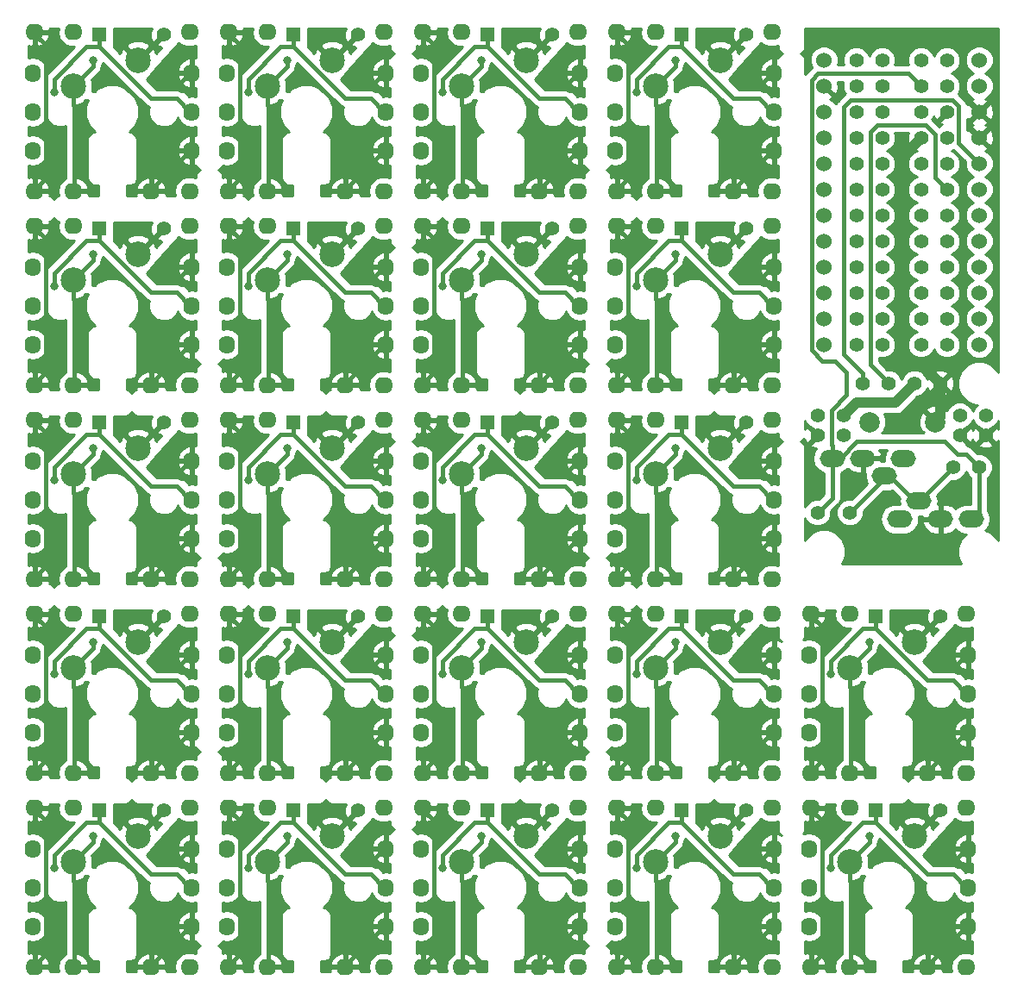
<source format=gtl>
G04 #@! TF.GenerationSoftware,KiCad,Pcbnew,5.0.0-fee4fd1~66~ubuntu18.04.1*
G04 #@! TF.CreationDate,2018-09-14T03:45:09+09:00*
G04 #@! TF.ProjectId,MxLEDBit,4D784C45444269742E6B696361645F70,1*
G04 #@! TF.SameCoordinates,Original*
G04 #@! TF.FileFunction,Copper,L1,Top,Signal*
G04 #@! TF.FilePolarity,Positive*
%FSLAX46Y46*%
G04 Gerber Fmt 4.6, Leading zero omitted, Abs format (unit mm)*
G04 Created by KiCad (PCBNEW 5.0.0-fee4fd1~66~ubuntu18.04.1) date Fri Sep 14 03:45:09 2018*
%MOMM*%
%LPD*%
G01*
G04 APERTURE LIST*
G04 #@! TA.AperFunction,ComponentPad*
%ADD10C,2.500000*%
G04 #@! TD*
G04 #@! TA.AperFunction,ComponentPad*
%ADD11O,1.600000X1.800000*%
G04 #@! TD*
G04 #@! TA.AperFunction,ComponentPad*
%ADD12O,1.800000X1.600000*%
G04 #@! TD*
G04 #@! TA.AperFunction,ComponentPad*
%ADD13C,1.400000*%
G04 #@! TD*
G04 #@! TA.AperFunction,ComponentPad*
%ADD14R,1.400000X1.400000*%
G04 #@! TD*
G04 #@! TA.AperFunction,ComponentPad*
%ADD15C,1.397000*%
G04 #@! TD*
G04 #@! TA.AperFunction,ComponentPad*
%ADD16O,2.500000X1.700000*%
G04 #@! TD*
G04 #@! TA.AperFunction,ComponentPad*
%ADD17C,1.524000*%
G04 #@! TD*
G04 #@! TA.AperFunction,ComponentPad*
%ADD18C,2.000000*%
G04 #@! TD*
G04 #@! TA.AperFunction,ViaPad*
%ADD19C,0.800000*%
G04 #@! TD*
G04 #@! TA.AperFunction,Conductor*
%ADD20C,0.400000*%
G04 #@! TD*
G04 #@! TA.AperFunction,Conductor*
%ADD21C,1.000000*%
G04 #@! TD*
G04 #@! TA.AperFunction,Conductor*
%ADD22C,0.254000*%
G04 #@! TD*
G04 APERTURE END LIST*
D10*
G04 #@! TO.P,SW1,2*
G04 #@! TO.N,Net-(D1-Pad2)*
X167005000Y-125095000D03*
G04 #@! TO.P,SW1,1*
G04 #@! TO.N,/1*
X160655000Y-127635000D03*
G04 #@! TD*
D11*
G04 #@! TO.P,P12,1*
G04 #@! TO.N,Net-(U1-Pad1)*
X156645000Y-114935000D03*
G04 #@! TD*
D12*
G04 #@! TO.P,P23,1*
G04 #@! TO.N,VCC*
X172085000Y-122355000D03*
G04 #@! TD*
D10*
G04 #@! TO.P,SW1,2*
G04 #@! TO.N,Net-(D1-Pad2)*
X167005000Y-106045000D03*
G04 #@! TO.P,SW1,1*
G04 #@! TO.N,/1*
X160655000Y-108585000D03*
G04 #@! TD*
D12*
G04 #@! TO.P,P16,1*
G04 #@! TO.N,Net-(U1-Pad4)*
X168275000Y-118945000D03*
G04 #@! TD*
G04 #@! TO.P,P16,1*
G04 #@! TO.N,Net-(U1-Pad4)*
X168275000Y-137995000D03*
G04 #@! TD*
D11*
G04 #@! TO.P,P21,1*
G04 #@! TO.N,Net-(U1-Pad4)*
X172285000Y-133985000D03*
G04 #@! TD*
G04 #@! TO.P,P23,1*
G04 #@! TO.N,/2*
X156645000Y-111125000D03*
G04 #@! TD*
D12*
G04 #@! TO.P,P23,1*
G04 #@! TO.N,VCC*
X172085000Y-103305000D03*
G04 #@! TD*
D11*
G04 #@! TO.P,P24,1*
G04 #@! TO.N,Net-(U1-Pad4)*
X156645000Y-107315000D03*
G04 #@! TD*
D12*
G04 #@! TO.P,P15,1*
G04 #@! TO.N,VCC*
X172085000Y-137995000D03*
G04 #@! TD*
D11*
G04 #@! TO.P,P24,1*
G04 #@! TO.N,Net-(U1-Pad4)*
X156645000Y-126365000D03*
G04 #@! TD*
D12*
G04 #@! TO.P,P23,1*
G04 #@! TO.N,GND*
X156845000Y-103305000D03*
G04 #@! TD*
D13*
G04 #@! TO.P,D1,2*
G04 #@! TO.N,Net-(D1-Pad2)*
X169545000Y-122555000D03*
D14*
G04 #@! TO.P,D1,1*
G04 #@! TO.N,/2*
X163195000Y-122555000D03*
G04 #@! TD*
D13*
G04 #@! TO.P,D1,2*
G04 #@! TO.N,Net-(D1-Pad2)*
X169545000Y-103505000D03*
D14*
G04 #@! TO.P,D1,1*
G04 #@! TO.N,/2*
X163195000Y-103505000D03*
G04 #@! TD*
D12*
G04 #@! TO.P,P11,1*
G04 #@! TO.N,/1*
X160655000Y-103305000D03*
G04 #@! TD*
G04 #@! TO.P,P23,1*
G04 #@! TO.N,GND*
X156845000Y-137995000D03*
G04 #@! TD*
D11*
G04 #@! TO.P,P12,1*
G04 #@! TO.N,Net-(U1-Pad1)*
X156645000Y-133985000D03*
G04 #@! TD*
D12*
G04 #@! TO.P,P23,1*
G04 #@! TO.N,GND*
X156845000Y-118945000D03*
G04 #@! TD*
D11*
G04 #@! TO.P,P22,1*
G04 #@! TO.N,/2*
X172285000Y-130175000D03*
G04 #@! TD*
G04 #@! TO.P,P22,1*
G04 #@! TO.N,/2*
X172285000Y-111125000D03*
G04 #@! TD*
D12*
G04 #@! TO.P,P23,1*
G04 #@! TO.N,GND*
X156845000Y-122355000D03*
G04 #@! TD*
G04 #@! TO.P,P11,1*
G04 #@! TO.N,/1*
X160655000Y-122355000D03*
G04 #@! TD*
D11*
G04 #@! TO.P,P23,1*
G04 #@! TO.N,/2*
X156645000Y-130175000D03*
G04 #@! TD*
D12*
G04 #@! TO.P,P15,1*
G04 #@! TO.N,VCC*
X172085000Y-118945000D03*
G04 #@! TD*
G04 #@! TO.P,P11,1*
G04 #@! TO.N,/1*
X160655000Y-118945000D03*
G04 #@! TD*
G04 #@! TO.P,P11,1*
G04 #@! TO.N,/1*
X160655000Y-137995000D03*
G04 #@! TD*
D11*
G04 #@! TO.P,P21,1*
G04 #@! TO.N,Net-(U1-Pad4)*
X172285000Y-114935000D03*
G04 #@! TD*
G04 #@! TO.P,P12,1*
G04 #@! TO.N,Net-(U1-Pad1)*
X172285000Y-126365000D03*
G04 #@! TD*
G04 #@! TO.P,P12,1*
G04 #@! TO.N,Net-(U1-Pad1)*
X172285000Y-107315000D03*
G04 #@! TD*
G04 #@! TO.P,P12,1*
G04 #@! TO.N,Net-(U1-Pad1)*
X153235000Y-126365000D03*
G04 #@! TD*
G04 #@! TO.P,P12,1*
G04 #@! TO.N,Net-(U1-Pad1)*
X134185000Y-126365000D03*
G04 #@! TD*
G04 #@! TO.P,P12,1*
G04 #@! TO.N,Net-(U1-Pad1)*
X115135000Y-126365000D03*
G04 #@! TD*
G04 #@! TO.P,P12,1*
G04 #@! TO.N,Net-(U1-Pad1)*
X96085000Y-126365000D03*
G04 #@! TD*
G04 #@! TO.P,P12,1*
G04 #@! TO.N,Net-(U1-Pad1)*
X153235000Y-107315000D03*
G04 #@! TD*
G04 #@! TO.P,P12,1*
G04 #@! TO.N,Net-(U1-Pad1)*
X134185000Y-107315000D03*
G04 #@! TD*
G04 #@! TO.P,P12,1*
G04 #@! TO.N,Net-(U1-Pad1)*
X115135000Y-107315000D03*
G04 #@! TD*
G04 #@! TO.P,P12,1*
G04 #@! TO.N,Net-(U1-Pad1)*
X96085000Y-107315000D03*
G04 #@! TD*
G04 #@! TO.P,P12,1*
G04 #@! TO.N,Net-(U1-Pad1)*
X153235000Y-88265000D03*
G04 #@! TD*
G04 #@! TO.P,P12,1*
G04 #@! TO.N,Net-(U1-Pad1)*
X134185000Y-88265000D03*
G04 #@! TD*
G04 #@! TO.P,P12,1*
G04 #@! TO.N,Net-(U1-Pad1)*
X115135000Y-88265000D03*
G04 #@! TD*
G04 #@! TO.P,P12,1*
G04 #@! TO.N,Net-(U1-Pad1)*
X96085000Y-88265000D03*
G04 #@! TD*
G04 #@! TO.P,P12,1*
G04 #@! TO.N,Net-(U1-Pad1)*
X153235000Y-69215000D03*
G04 #@! TD*
G04 #@! TO.P,P12,1*
G04 #@! TO.N,Net-(U1-Pad1)*
X134185000Y-69215000D03*
G04 #@! TD*
G04 #@! TO.P,P12,1*
G04 #@! TO.N,Net-(U1-Pad1)*
X115135000Y-69215000D03*
G04 #@! TD*
G04 #@! TO.P,P12,1*
G04 #@! TO.N,Net-(U1-Pad1)*
X96085000Y-69215000D03*
G04 #@! TD*
G04 #@! TO.P,P12,1*
G04 #@! TO.N,Net-(U1-Pad1)*
X153235000Y-50165000D03*
G04 #@! TD*
G04 #@! TO.P,P12,1*
G04 #@! TO.N,Net-(U1-Pad1)*
X134185000Y-50165000D03*
G04 #@! TD*
G04 #@! TO.P,P12,1*
G04 #@! TO.N,Net-(U1-Pad1)*
X115135000Y-50165000D03*
G04 #@! TD*
D12*
G04 #@! TO.P,P23,1*
G04 #@! TO.N,GND*
X137795000Y-137995000D03*
G04 #@! TD*
G04 #@! TO.P,P23,1*
G04 #@! TO.N,GND*
X118745000Y-137995000D03*
G04 #@! TD*
G04 #@! TO.P,P23,1*
G04 #@! TO.N,GND*
X99695000Y-137995000D03*
G04 #@! TD*
G04 #@! TO.P,P23,1*
G04 #@! TO.N,GND*
X80645000Y-137995000D03*
G04 #@! TD*
G04 #@! TO.P,P23,1*
G04 #@! TO.N,GND*
X137795000Y-118945000D03*
G04 #@! TD*
G04 #@! TO.P,P23,1*
G04 #@! TO.N,GND*
X118745000Y-118945000D03*
G04 #@! TD*
G04 #@! TO.P,P23,1*
G04 #@! TO.N,GND*
X99695000Y-118945000D03*
G04 #@! TD*
G04 #@! TO.P,P23,1*
G04 #@! TO.N,GND*
X80645000Y-118945000D03*
G04 #@! TD*
G04 #@! TO.P,P23,1*
G04 #@! TO.N,GND*
X137795000Y-99895000D03*
G04 #@! TD*
G04 #@! TO.P,P23,1*
G04 #@! TO.N,GND*
X118745000Y-99895000D03*
G04 #@! TD*
G04 #@! TO.P,P23,1*
G04 #@! TO.N,GND*
X99695000Y-99895000D03*
G04 #@! TD*
G04 #@! TO.P,P23,1*
G04 #@! TO.N,GND*
X80645000Y-99895000D03*
G04 #@! TD*
G04 #@! TO.P,P23,1*
G04 #@! TO.N,GND*
X137795000Y-80845000D03*
G04 #@! TD*
G04 #@! TO.P,P23,1*
G04 #@! TO.N,GND*
X118745000Y-80845000D03*
G04 #@! TD*
G04 #@! TO.P,P23,1*
G04 #@! TO.N,GND*
X99695000Y-80845000D03*
G04 #@! TD*
G04 #@! TO.P,P23,1*
G04 #@! TO.N,GND*
X80645000Y-80845000D03*
G04 #@! TD*
G04 #@! TO.P,P23,1*
G04 #@! TO.N,GND*
X137795000Y-61795000D03*
G04 #@! TD*
G04 #@! TO.P,P23,1*
G04 #@! TO.N,GND*
X118745000Y-61795000D03*
G04 #@! TD*
G04 #@! TO.P,P23,1*
G04 #@! TO.N,GND*
X99695000Y-61795000D03*
G04 #@! TD*
G04 #@! TO.P,P23,1*
G04 #@! TO.N,GND*
X137795000Y-122355000D03*
G04 #@! TD*
G04 #@! TO.P,P23,1*
G04 #@! TO.N,GND*
X118745000Y-122355000D03*
G04 #@! TD*
G04 #@! TO.P,P23,1*
G04 #@! TO.N,GND*
X99695000Y-122355000D03*
G04 #@! TD*
G04 #@! TO.P,P23,1*
G04 #@! TO.N,GND*
X80645000Y-122355000D03*
G04 #@! TD*
G04 #@! TO.P,P23,1*
G04 #@! TO.N,GND*
X137795000Y-103305000D03*
G04 #@! TD*
G04 #@! TO.P,P23,1*
G04 #@! TO.N,GND*
X118745000Y-103305000D03*
G04 #@! TD*
G04 #@! TO.P,P23,1*
G04 #@! TO.N,GND*
X99695000Y-103305000D03*
G04 #@! TD*
G04 #@! TO.P,P23,1*
G04 #@! TO.N,GND*
X80645000Y-103305000D03*
G04 #@! TD*
G04 #@! TO.P,P23,1*
G04 #@! TO.N,GND*
X137795000Y-84255000D03*
G04 #@! TD*
G04 #@! TO.P,P23,1*
G04 #@! TO.N,GND*
X118745000Y-84255000D03*
G04 #@! TD*
G04 #@! TO.P,P23,1*
G04 #@! TO.N,GND*
X99695000Y-84255000D03*
G04 #@! TD*
G04 #@! TO.P,P23,1*
G04 #@! TO.N,GND*
X80645000Y-84255000D03*
G04 #@! TD*
G04 #@! TO.P,P23,1*
G04 #@! TO.N,GND*
X137795000Y-65205000D03*
G04 #@! TD*
G04 #@! TO.P,P23,1*
G04 #@! TO.N,GND*
X118745000Y-65205000D03*
G04 #@! TD*
G04 #@! TO.P,P23,1*
G04 #@! TO.N,GND*
X99695000Y-65205000D03*
G04 #@! TD*
G04 #@! TO.P,P23,1*
G04 #@! TO.N,GND*
X80645000Y-65205000D03*
G04 #@! TD*
G04 #@! TO.P,P23,1*
G04 #@! TO.N,GND*
X137795000Y-46155000D03*
G04 #@! TD*
G04 #@! TO.P,P23,1*
G04 #@! TO.N,GND*
X118745000Y-46155000D03*
G04 #@! TD*
G04 #@! TO.P,P23,1*
G04 #@! TO.N,GND*
X99695000Y-46155000D03*
G04 #@! TD*
D11*
G04 #@! TO.P,P23,1*
G04 #@! TO.N,/2*
X137595000Y-130175000D03*
G04 #@! TD*
G04 #@! TO.P,P23,1*
G04 #@! TO.N,/2*
X118545000Y-130175000D03*
G04 #@! TD*
G04 #@! TO.P,P23,1*
G04 #@! TO.N,/2*
X99495000Y-130175000D03*
G04 #@! TD*
G04 #@! TO.P,P23,1*
G04 #@! TO.N,/2*
X80445000Y-130175000D03*
G04 #@! TD*
G04 #@! TO.P,P23,1*
G04 #@! TO.N,/2*
X137595000Y-111125000D03*
G04 #@! TD*
G04 #@! TO.P,P23,1*
G04 #@! TO.N,/2*
X118545000Y-111125000D03*
G04 #@! TD*
G04 #@! TO.P,P23,1*
G04 #@! TO.N,/2*
X99495000Y-111125000D03*
G04 #@! TD*
G04 #@! TO.P,P23,1*
G04 #@! TO.N,/2*
X80445000Y-111125000D03*
G04 #@! TD*
G04 #@! TO.P,P23,1*
G04 #@! TO.N,/2*
X137595000Y-92075000D03*
G04 #@! TD*
G04 #@! TO.P,P23,1*
G04 #@! TO.N,/2*
X118545000Y-92075000D03*
G04 #@! TD*
G04 #@! TO.P,P23,1*
G04 #@! TO.N,/2*
X99495000Y-92075000D03*
G04 #@! TD*
G04 #@! TO.P,P23,1*
G04 #@! TO.N,/2*
X80445000Y-92075000D03*
G04 #@! TD*
G04 #@! TO.P,P23,1*
G04 #@! TO.N,/2*
X137595000Y-73025000D03*
G04 #@! TD*
G04 #@! TO.P,P23,1*
G04 #@! TO.N,/2*
X118545000Y-73025000D03*
G04 #@! TD*
G04 #@! TO.P,P23,1*
G04 #@! TO.N,/2*
X99495000Y-73025000D03*
G04 #@! TD*
G04 #@! TO.P,P23,1*
G04 #@! TO.N,/2*
X80445000Y-73025000D03*
G04 #@! TD*
G04 #@! TO.P,P23,1*
G04 #@! TO.N,/2*
X137595000Y-53975000D03*
G04 #@! TD*
G04 #@! TO.P,P23,1*
G04 #@! TO.N,/2*
X118545000Y-53975000D03*
G04 #@! TD*
G04 #@! TO.P,P23,1*
G04 #@! TO.N,/2*
X99495000Y-53975000D03*
G04 #@! TD*
G04 #@! TO.P,P22,1*
G04 #@! TO.N,/2*
X153235000Y-130175000D03*
G04 #@! TD*
G04 #@! TO.P,P22,1*
G04 #@! TO.N,/2*
X134185000Y-130175000D03*
G04 #@! TD*
G04 #@! TO.P,P22,1*
G04 #@! TO.N,/2*
X115135000Y-130175000D03*
G04 #@! TD*
G04 #@! TO.P,P22,1*
G04 #@! TO.N,/2*
X96085000Y-130175000D03*
G04 #@! TD*
G04 #@! TO.P,P22,1*
G04 #@! TO.N,/2*
X153235000Y-111125000D03*
G04 #@! TD*
G04 #@! TO.P,P22,1*
G04 #@! TO.N,/2*
X134185000Y-111125000D03*
G04 #@! TD*
G04 #@! TO.P,P22,1*
G04 #@! TO.N,/2*
X115135000Y-111125000D03*
G04 #@! TD*
G04 #@! TO.P,P22,1*
G04 #@! TO.N,/2*
X96085000Y-111125000D03*
G04 #@! TD*
G04 #@! TO.P,P22,1*
G04 #@! TO.N,/2*
X153235000Y-92075000D03*
G04 #@! TD*
G04 #@! TO.P,P22,1*
G04 #@! TO.N,/2*
X134185000Y-92075000D03*
G04 #@! TD*
G04 #@! TO.P,P22,1*
G04 #@! TO.N,/2*
X115135000Y-92075000D03*
G04 #@! TD*
G04 #@! TO.P,P22,1*
G04 #@! TO.N,/2*
X96085000Y-92075000D03*
G04 #@! TD*
G04 #@! TO.P,P22,1*
G04 #@! TO.N,/2*
X153235000Y-73025000D03*
G04 #@! TD*
G04 #@! TO.P,P22,1*
G04 #@! TO.N,/2*
X134185000Y-73025000D03*
G04 #@! TD*
G04 #@! TO.P,P22,1*
G04 #@! TO.N,/2*
X115135000Y-73025000D03*
G04 #@! TD*
G04 #@! TO.P,P22,1*
G04 #@! TO.N,/2*
X96085000Y-73025000D03*
G04 #@! TD*
G04 #@! TO.P,P22,1*
G04 #@! TO.N,/2*
X153235000Y-53975000D03*
G04 #@! TD*
G04 #@! TO.P,P22,1*
G04 #@! TO.N,/2*
X134185000Y-53975000D03*
G04 #@! TD*
G04 #@! TO.P,P22,1*
G04 #@! TO.N,/2*
X115135000Y-53975000D03*
G04 #@! TD*
G04 #@! TO.P,P24,1*
G04 #@! TO.N,Net-(U1-Pad4)*
X137595000Y-126365000D03*
G04 #@! TD*
G04 #@! TO.P,P24,1*
G04 #@! TO.N,Net-(U1-Pad4)*
X118545000Y-126365000D03*
G04 #@! TD*
G04 #@! TO.P,P24,1*
G04 #@! TO.N,Net-(U1-Pad4)*
X99495000Y-126365000D03*
G04 #@! TD*
G04 #@! TO.P,P24,1*
G04 #@! TO.N,Net-(U1-Pad4)*
X80445000Y-126365000D03*
G04 #@! TD*
G04 #@! TO.P,P24,1*
G04 #@! TO.N,Net-(U1-Pad4)*
X137595000Y-107315000D03*
G04 #@! TD*
G04 #@! TO.P,P24,1*
G04 #@! TO.N,Net-(U1-Pad4)*
X118545000Y-107315000D03*
G04 #@! TD*
G04 #@! TO.P,P24,1*
G04 #@! TO.N,Net-(U1-Pad4)*
X99495000Y-107315000D03*
G04 #@! TD*
G04 #@! TO.P,P24,1*
G04 #@! TO.N,Net-(U1-Pad4)*
X80445000Y-107315000D03*
G04 #@! TD*
G04 #@! TO.P,P24,1*
G04 #@! TO.N,Net-(U1-Pad4)*
X137595000Y-88265000D03*
G04 #@! TD*
G04 #@! TO.P,P24,1*
G04 #@! TO.N,Net-(U1-Pad4)*
X118545000Y-88265000D03*
G04 #@! TD*
G04 #@! TO.P,P24,1*
G04 #@! TO.N,Net-(U1-Pad4)*
X99495000Y-88265000D03*
G04 #@! TD*
G04 #@! TO.P,P24,1*
G04 #@! TO.N,Net-(U1-Pad4)*
X80445000Y-88265000D03*
G04 #@! TD*
G04 #@! TO.P,P24,1*
G04 #@! TO.N,Net-(U1-Pad4)*
X137595000Y-69215000D03*
G04 #@! TD*
G04 #@! TO.P,P24,1*
G04 #@! TO.N,Net-(U1-Pad4)*
X118545000Y-69215000D03*
G04 #@! TD*
G04 #@! TO.P,P24,1*
G04 #@! TO.N,Net-(U1-Pad4)*
X99495000Y-69215000D03*
G04 #@! TD*
G04 #@! TO.P,P24,1*
G04 #@! TO.N,Net-(U1-Pad4)*
X80445000Y-69215000D03*
G04 #@! TD*
G04 #@! TO.P,P24,1*
G04 #@! TO.N,Net-(U1-Pad4)*
X137595000Y-50165000D03*
G04 #@! TD*
G04 #@! TO.P,P24,1*
G04 #@! TO.N,Net-(U1-Pad4)*
X118545000Y-50165000D03*
G04 #@! TD*
G04 #@! TO.P,P24,1*
G04 #@! TO.N,Net-(U1-Pad4)*
X99495000Y-50165000D03*
G04 #@! TD*
D12*
G04 #@! TO.P,P23,1*
G04 #@! TO.N,VCC*
X153035000Y-122355000D03*
G04 #@! TD*
G04 #@! TO.P,P23,1*
G04 #@! TO.N,VCC*
X133985000Y-122355000D03*
G04 #@! TD*
G04 #@! TO.P,P23,1*
G04 #@! TO.N,VCC*
X114935000Y-122355000D03*
G04 #@! TD*
G04 #@! TO.P,P23,1*
G04 #@! TO.N,VCC*
X95885000Y-122355000D03*
G04 #@! TD*
G04 #@! TO.P,P23,1*
G04 #@! TO.N,VCC*
X153035000Y-103305000D03*
G04 #@! TD*
G04 #@! TO.P,P23,1*
G04 #@! TO.N,VCC*
X133985000Y-103305000D03*
G04 #@! TD*
G04 #@! TO.P,P23,1*
G04 #@! TO.N,VCC*
X114935000Y-103305000D03*
G04 #@! TD*
G04 #@! TO.P,P23,1*
G04 #@! TO.N,VCC*
X95885000Y-103305000D03*
G04 #@! TD*
G04 #@! TO.P,P23,1*
G04 #@! TO.N,VCC*
X153035000Y-84255000D03*
G04 #@! TD*
G04 #@! TO.P,P23,1*
G04 #@! TO.N,VCC*
X133985000Y-84255000D03*
G04 #@! TD*
G04 #@! TO.P,P23,1*
G04 #@! TO.N,VCC*
X114935000Y-84255000D03*
G04 #@! TD*
G04 #@! TO.P,P23,1*
G04 #@! TO.N,VCC*
X95885000Y-84255000D03*
G04 #@! TD*
G04 #@! TO.P,P23,1*
G04 #@! TO.N,VCC*
X153035000Y-65205000D03*
G04 #@! TD*
G04 #@! TO.P,P23,1*
G04 #@! TO.N,VCC*
X133985000Y-65205000D03*
G04 #@! TD*
G04 #@! TO.P,P23,1*
G04 #@! TO.N,VCC*
X114935000Y-65205000D03*
G04 #@! TD*
G04 #@! TO.P,P23,1*
G04 #@! TO.N,VCC*
X95885000Y-65205000D03*
G04 #@! TD*
G04 #@! TO.P,P23,1*
G04 #@! TO.N,VCC*
X153035000Y-46155000D03*
G04 #@! TD*
G04 #@! TO.P,P23,1*
G04 #@! TO.N,VCC*
X133985000Y-46155000D03*
G04 #@! TD*
G04 #@! TO.P,P23,1*
G04 #@! TO.N,VCC*
X114935000Y-46155000D03*
G04 #@! TD*
G04 #@! TO.P,P16,1*
G04 #@! TO.N,Net-(U1-Pad4)*
X149225000Y-137995000D03*
G04 #@! TD*
G04 #@! TO.P,P16,1*
G04 #@! TO.N,Net-(U1-Pad4)*
X130175000Y-137995000D03*
G04 #@! TD*
G04 #@! TO.P,P16,1*
G04 #@! TO.N,Net-(U1-Pad4)*
X111125000Y-137995000D03*
G04 #@! TD*
G04 #@! TO.P,P16,1*
G04 #@! TO.N,Net-(U1-Pad4)*
X92075000Y-137995000D03*
G04 #@! TD*
G04 #@! TO.P,P16,1*
G04 #@! TO.N,Net-(U1-Pad4)*
X149225000Y-118945000D03*
G04 #@! TD*
G04 #@! TO.P,P16,1*
G04 #@! TO.N,Net-(U1-Pad4)*
X130175000Y-118945000D03*
G04 #@! TD*
G04 #@! TO.P,P16,1*
G04 #@! TO.N,Net-(U1-Pad4)*
X111125000Y-118945000D03*
G04 #@! TD*
G04 #@! TO.P,P16,1*
G04 #@! TO.N,Net-(U1-Pad4)*
X92075000Y-118945000D03*
G04 #@! TD*
G04 #@! TO.P,P16,1*
G04 #@! TO.N,Net-(U1-Pad4)*
X149225000Y-99895000D03*
G04 #@! TD*
G04 #@! TO.P,P16,1*
G04 #@! TO.N,Net-(U1-Pad4)*
X130175000Y-99895000D03*
G04 #@! TD*
G04 #@! TO.P,P16,1*
G04 #@! TO.N,Net-(U1-Pad4)*
X111125000Y-99895000D03*
G04 #@! TD*
G04 #@! TO.P,P16,1*
G04 #@! TO.N,Net-(U1-Pad4)*
X92075000Y-99895000D03*
G04 #@! TD*
G04 #@! TO.P,P16,1*
G04 #@! TO.N,Net-(U1-Pad4)*
X149225000Y-80845000D03*
G04 #@! TD*
G04 #@! TO.P,P16,1*
G04 #@! TO.N,Net-(U1-Pad4)*
X130175000Y-80845000D03*
G04 #@! TD*
G04 #@! TO.P,P16,1*
G04 #@! TO.N,Net-(U1-Pad4)*
X111125000Y-80845000D03*
G04 #@! TD*
G04 #@! TO.P,P16,1*
G04 #@! TO.N,Net-(U1-Pad4)*
X92075000Y-80845000D03*
G04 #@! TD*
G04 #@! TO.P,P16,1*
G04 #@! TO.N,Net-(U1-Pad4)*
X149225000Y-61795000D03*
G04 #@! TD*
G04 #@! TO.P,P16,1*
G04 #@! TO.N,Net-(U1-Pad4)*
X130175000Y-61795000D03*
G04 #@! TD*
G04 #@! TO.P,P16,1*
G04 #@! TO.N,Net-(U1-Pad4)*
X111125000Y-61795000D03*
G04 #@! TD*
D11*
G04 #@! TO.P,P12,1*
G04 #@! TO.N,Net-(U1-Pad1)*
X137595000Y-133985000D03*
G04 #@! TD*
G04 #@! TO.P,P12,1*
G04 #@! TO.N,Net-(U1-Pad1)*
X118545000Y-133985000D03*
G04 #@! TD*
G04 #@! TO.P,P12,1*
G04 #@! TO.N,Net-(U1-Pad1)*
X99495000Y-133985000D03*
G04 #@! TD*
G04 #@! TO.P,P12,1*
G04 #@! TO.N,Net-(U1-Pad1)*
X80445000Y-133985000D03*
G04 #@! TD*
G04 #@! TO.P,P12,1*
G04 #@! TO.N,Net-(U1-Pad1)*
X137595000Y-114935000D03*
G04 #@! TD*
G04 #@! TO.P,P12,1*
G04 #@! TO.N,Net-(U1-Pad1)*
X118545000Y-114935000D03*
G04 #@! TD*
G04 #@! TO.P,P12,1*
G04 #@! TO.N,Net-(U1-Pad1)*
X99495000Y-114935000D03*
G04 #@! TD*
G04 #@! TO.P,P12,1*
G04 #@! TO.N,Net-(U1-Pad1)*
X80445000Y-114935000D03*
G04 #@! TD*
G04 #@! TO.P,P12,1*
G04 #@! TO.N,Net-(U1-Pad1)*
X137595000Y-95885000D03*
G04 #@! TD*
G04 #@! TO.P,P12,1*
G04 #@! TO.N,Net-(U1-Pad1)*
X118545000Y-95885000D03*
G04 #@! TD*
G04 #@! TO.P,P12,1*
G04 #@! TO.N,Net-(U1-Pad1)*
X99495000Y-95885000D03*
G04 #@! TD*
G04 #@! TO.P,P12,1*
G04 #@! TO.N,Net-(U1-Pad1)*
X80445000Y-95885000D03*
G04 #@! TD*
G04 #@! TO.P,P12,1*
G04 #@! TO.N,Net-(U1-Pad1)*
X137595000Y-76835000D03*
G04 #@! TD*
G04 #@! TO.P,P12,1*
G04 #@! TO.N,Net-(U1-Pad1)*
X118545000Y-76835000D03*
G04 #@! TD*
G04 #@! TO.P,P12,1*
G04 #@! TO.N,Net-(U1-Pad1)*
X99495000Y-76835000D03*
G04 #@! TD*
G04 #@! TO.P,P12,1*
G04 #@! TO.N,Net-(U1-Pad1)*
X80445000Y-76835000D03*
G04 #@! TD*
G04 #@! TO.P,P12,1*
G04 #@! TO.N,Net-(U1-Pad1)*
X137595000Y-57785000D03*
G04 #@! TD*
G04 #@! TO.P,P12,1*
G04 #@! TO.N,Net-(U1-Pad1)*
X118545000Y-57785000D03*
G04 #@! TD*
G04 #@! TO.P,P12,1*
G04 #@! TO.N,Net-(U1-Pad1)*
X99495000Y-57785000D03*
G04 #@! TD*
D12*
G04 #@! TO.P,P11,1*
G04 #@! TO.N,/1*
X141605000Y-122355000D03*
G04 #@! TD*
G04 #@! TO.P,P11,1*
G04 #@! TO.N,/1*
X122555000Y-122355000D03*
G04 #@! TD*
G04 #@! TO.P,P11,1*
G04 #@! TO.N,/1*
X103505000Y-122355000D03*
G04 #@! TD*
G04 #@! TO.P,P11,1*
G04 #@! TO.N,/1*
X84455000Y-122355000D03*
G04 #@! TD*
G04 #@! TO.P,P11,1*
G04 #@! TO.N,/1*
X141605000Y-103305000D03*
G04 #@! TD*
G04 #@! TO.P,P11,1*
G04 #@! TO.N,/1*
X122555000Y-103305000D03*
G04 #@! TD*
G04 #@! TO.P,P11,1*
G04 #@! TO.N,/1*
X103505000Y-103305000D03*
G04 #@! TD*
G04 #@! TO.P,P11,1*
G04 #@! TO.N,/1*
X84455000Y-103305000D03*
G04 #@! TD*
G04 #@! TO.P,P11,1*
G04 #@! TO.N,/1*
X141605000Y-84255000D03*
G04 #@! TD*
G04 #@! TO.P,P11,1*
G04 #@! TO.N,/1*
X122555000Y-84255000D03*
G04 #@! TD*
G04 #@! TO.P,P11,1*
G04 #@! TO.N,/1*
X103505000Y-84255000D03*
G04 #@! TD*
G04 #@! TO.P,P11,1*
G04 #@! TO.N,/1*
X84455000Y-84255000D03*
G04 #@! TD*
G04 #@! TO.P,P11,1*
G04 #@! TO.N,/1*
X141605000Y-65205000D03*
G04 #@! TD*
G04 #@! TO.P,P11,1*
G04 #@! TO.N,/1*
X122555000Y-65205000D03*
G04 #@! TD*
G04 #@! TO.P,P11,1*
G04 #@! TO.N,/1*
X103505000Y-65205000D03*
G04 #@! TD*
G04 #@! TO.P,P11,1*
G04 #@! TO.N,/1*
X84455000Y-65205000D03*
G04 #@! TD*
G04 #@! TO.P,P11,1*
G04 #@! TO.N,/1*
X141605000Y-46155000D03*
G04 #@! TD*
G04 #@! TO.P,P11,1*
G04 #@! TO.N,/1*
X122555000Y-46155000D03*
G04 #@! TD*
G04 #@! TO.P,P11,1*
G04 #@! TO.N,/1*
X103505000Y-46155000D03*
G04 #@! TD*
D14*
G04 #@! TO.P,D1,1*
G04 #@! TO.N,/2*
X144145000Y-122555000D03*
D13*
G04 #@! TO.P,D1,2*
G04 #@! TO.N,Net-(D1-Pad2)*
X150495000Y-122555000D03*
G04 #@! TD*
D14*
G04 #@! TO.P,D1,1*
G04 #@! TO.N,/2*
X125095000Y-122555000D03*
D13*
G04 #@! TO.P,D1,2*
G04 #@! TO.N,Net-(D1-Pad2)*
X131445000Y-122555000D03*
G04 #@! TD*
D14*
G04 #@! TO.P,D1,1*
G04 #@! TO.N,/2*
X106045000Y-122555000D03*
D13*
G04 #@! TO.P,D1,2*
G04 #@! TO.N,Net-(D1-Pad2)*
X112395000Y-122555000D03*
G04 #@! TD*
D14*
G04 #@! TO.P,D1,1*
G04 #@! TO.N,/2*
X86995000Y-122555000D03*
D13*
G04 #@! TO.P,D1,2*
G04 #@! TO.N,Net-(D1-Pad2)*
X93345000Y-122555000D03*
G04 #@! TD*
D14*
G04 #@! TO.P,D1,1*
G04 #@! TO.N,/2*
X144145000Y-103505000D03*
D13*
G04 #@! TO.P,D1,2*
G04 #@! TO.N,Net-(D1-Pad2)*
X150495000Y-103505000D03*
G04 #@! TD*
D14*
G04 #@! TO.P,D1,1*
G04 #@! TO.N,/2*
X125095000Y-103505000D03*
D13*
G04 #@! TO.P,D1,2*
G04 #@! TO.N,Net-(D1-Pad2)*
X131445000Y-103505000D03*
G04 #@! TD*
D14*
G04 #@! TO.P,D1,1*
G04 #@! TO.N,/2*
X106045000Y-103505000D03*
D13*
G04 #@! TO.P,D1,2*
G04 #@! TO.N,Net-(D1-Pad2)*
X112395000Y-103505000D03*
G04 #@! TD*
D14*
G04 #@! TO.P,D1,1*
G04 #@! TO.N,/2*
X86995000Y-103505000D03*
D13*
G04 #@! TO.P,D1,2*
G04 #@! TO.N,Net-(D1-Pad2)*
X93345000Y-103505000D03*
G04 #@! TD*
D14*
G04 #@! TO.P,D1,1*
G04 #@! TO.N,/2*
X144145000Y-84455000D03*
D13*
G04 #@! TO.P,D1,2*
G04 #@! TO.N,Net-(D1-Pad2)*
X150495000Y-84455000D03*
G04 #@! TD*
D14*
G04 #@! TO.P,D1,1*
G04 #@! TO.N,/2*
X125095000Y-84455000D03*
D13*
G04 #@! TO.P,D1,2*
G04 #@! TO.N,Net-(D1-Pad2)*
X131445000Y-84455000D03*
G04 #@! TD*
D14*
G04 #@! TO.P,D1,1*
G04 #@! TO.N,/2*
X106045000Y-84455000D03*
D13*
G04 #@! TO.P,D1,2*
G04 #@! TO.N,Net-(D1-Pad2)*
X112395000Y-84455000D03*
G04 #@! TD*
D14*
G04 #@! TO.P,D1,1*
G04 #@! TO.N,/2*
X86995000Y-84455000D03*
D13*
G04 #@! TO.P,D1,2*
G04 #@! TO.N,Net-(D1-Pad2)*
X93345000Y-84455000D03*
G04 #@! TD*
D14*
G04 #@! TO.P,D1,1*
G04 #@! TO.N,/2*
X144145000Y-65405000D03*
D13*
G04 #@! TO.P,D1,2*
G04 #@! TO.N,Net-(D1-Pad2)*
X150495000Y-65405000D03*
G04 #@! TD*
D14*
G04 #@! TO.P,D1,1*
G04 #@! TO.N,/2*
X125095000Y-65405000D03*
D13*
G04 #@! TO.P,D1,2*
G04 #@! TO.N,Net-(D1-Pad2)*
X131445000Y-65405000D03*
G04 #@! TD*
D14*
G04 #@! TO.P,D1,1*
G04 #@! TO.N,/2*
X106045000Y-65405000D03*
D13*
G04 #@! TO.P,D1,2*
G04 #@! TO.N,Net-(D1-Pad2)*
X112395000Y-65405000D03*
G04 #@! TD*
D14*
G04 #@! TO.P,D1,1*
G04 #@! TO.N,/2*
X86995000Y-65405000D03*
D13*
G04 #@! TO.P,D1,2*
G04 #@! TO.N,Net-(D1-Pad2)*
X93345000Y-65405000D03*
G04 #@! TD*
D14*
G04 #@! TO.P,D1,1*
G04 #@! TO.N,/2*
X144145000Y-46355000D03*
D13*
G04 #@! TO.P,D1,2*
G04 #@! TO.N,Net-(D1-Pad2)*
X150495000Y-46355000D03*
G04 #@! TD*
D14*
G04 #@! TO.P,D1,1*
G04 #@! TO.N,/2*
X125095000Y-46355000D03*
D13*
G04 #@! TO.P,D1,2*
G04 #@! TO.N,Net-(D1-Pad2)*
X131445000Y-46355000D03*
G04 #@! TD*
D14*
G04 #@! TO.P,D1,1*
G04 #@! TO.N,/2*
X106045000Y-46355000D03*
D13*
G04 #@! TO.P,D1,2*
G04 #@! TO.N,Net-(D1-Pad2)*
X112395000Y-46355000D03*
G04 #@! TD*
D10*
G04 #@! TO.P,SW1,1*
G04 #@! TO.N,/1*
X141605000Y-127635000D03*
G04 #@! TO.P,SW1,2*
G04 #@! TO.N,Net-(D1-Pad2)*
X147955000Y-125095000D03*
G04 #@! TD*
G04 #@! TO.P,SW1,1*
G04 #@! TO.N,/1*
X122555000Y-127635000D03*
G04 #@! TO.P,SW1,2*
G04 #@! TO.N,Net-(D1-Pad2)*
X128905000Y-125095000D03*
G04 #@! TD*
G04 #@! TO.P,SW1,1*
G04 #@! TO.N,/1*
X103505000Y-127635000D03*
G04 #@! TO.P,SW1,2*
G04 #@! TO.N,Net-(D1-Pad2)*
X109855000Y-125095000D03*
G04 #@! TD*
G04 #@! TO.P,SW1,1*
G04 #@! TO.N,/1*
X84455000Y-127635000D03*
G04 #@! TO.P,SW1,2*
G04 #@! TO.N,Net-(D1-Pad2)*
X90805000Y-125095000D03*
G04 #@! TD*
G04 #@! TO.P,SW1,1*
G04 #@! TO.N,/1*
X141605000Y-108585000D03*
G04 #@! TO.P,SW1,2*
G04 #@! TO.N,Net-(D1-Pad2)*
X147955000Y-106045000D03*
G04 #@! TD*
G04 #@! TO.P,SW1,1*
G04 #@! TO.N,/1*
X122555000Y-108585000D03*
G04 #@! TO.P,SW1,2*
G04 #@! TO.N,Net-(D1-Pad2)*
X128905000Y-106045000D03*
G04 #@! TD*
G04 #@! TO.P,SW1,1*
G04 #@! TO.N,/1*
X103505000Y-108585000D03*
G04 #@! TO.P,SW1,2*
G04 #@! TO.N,Net-(D1-Pad2)*
X109855000Y-106045000D03*
G04 #@! TD*
G04 #@! TO.P,SW1,1*
G04 #@! TO.N,/1*
X84455000Y-108585000D03*
G04 #@! TO.P,SW1,2*
G04 #@! TO.N,Net-(D1-Pad2)*
X90805000Y-106045000D03*
G04 #@! TD*
G04 #@! TO.P,SW1,1*
G04 #@! TO.N,/1*
X141605000Y-89535000D03*
G04 #@! TO.P,SW1,2*
G04 #@! TO.N,Net-(D1-Pad2)*
X147955000Y-86995000D03*
G04 #@! TD*
G04 #@! TO.P,SW1,1*
G04 #@! TO.N,/1*
X122555000Y-89535000D03*
G04 #@! TO.P,SW1,2*
G04 #@! TO.N,Net-(D1-Pad2)*
X128905000Y-86995000D03*
G04 #@! TD*
G04 #@! TO.P,SW1,1*
G04 #@! TO.N,/1*
X103505000Y-89535000D03*
G04 #@! TO.P,SW1,2*
G04 #@! TO.N,Net-(D1-Pad2)*
X109855000Y-86995000D03*
G04 #@! TD*
G04 #@! TO.P,SW1,1*
G04 #@! TO.N,/1*
X84455000Y-89535000D03*
G04 #@! TO.P,SW1,2*
G04 #@! TO.N,Net-(D1-Pad2)*
X90805000Y-86995000D03*
G04 #@! TD*
G04 #@! TO.P,SW1,1*
G04 #@! TO.N,/1*
X141605000Y-70485000D03*
G04 #@! TO.P,SW1,2*
G04 #@! TO.N,Net-(D1-Pad2)*
X147955000Y-67945000D03*
G04 #@! TD*
G04 #@! TO.P,SW1,1*
G04 #@! TO.N,/1*
X122555000Y-70485000D03*
G04 #@! TO.P,SW1,2*
G04 #@! TO.N,Net-(D1-Pad2)*
X128905000Y-67945000D03*
G04 #@! TD*
G04 #@! TO.P,SW1,1*
G04 #@! TO.N,/1*
X103505000Y-70485000D03*
G04 #@! TO.P,SW1,2*
G04 #@! TO.N,Net-(D1-Pad2)*
X109855000Y-67945000D03*
G04 #@! TD*
G04 #@! TO.P,SW1,1*
G04 #@! TO.N,/1*
X84455000Y-70485000D03*
G04 #@! TO.P,SW1,2*
G04 #@! TO.N,Net-(D1-Pad2)*
X90805000Y-67945000D03*
G04 #@! TD*
G04 #@! TO.P,SW1,1*
G04 #@! TO.N,/1*
X141605000Y-51435000D03*
G04 #@! TO.P,SW1,2*
G04 #@! TO.N,Net-(D1-Pad2)*
X147955000Y-48895000D03*
G04 #@! TD*
G04 #@! TO.P,SW1,1*
G04 #@! TO.N,/1*
X122555000Y-51435000D03*
G04 #@! TO.P,SW1,2*
G04 #@! TO.N,Net-(D1-Pad2)*
X128905000Y-48895000D03*
G04 #@! TD*
G04 #@! TO.P,SW1,1*
G04 #@! TO.N,/1*
X103505000Y-51435000D03*
G04 #@! TO.P,SW1,2*
G04 #@! TO.N,Net-(D1-Pad2)*
X109855000Y-48895000D03*
G04 #@! TD*
D11*
G04 #@! TO.P,P21,1*
G04 #@! TO.N,Net-(U1-Pad4)*
X153235000Y-133985000D03*
G04 #@! TD*
G04 #@! TO.P,P21,1*
G04 #@! TO.N,Net-(U1-Pad4)*
X134185000Y-133985000D03*
G04 #@! TD*
G04 #@! TO.P,P21,1*
G04 #@! TO.N,Net-(U1-Pad4)*
X115135000Y-133985000D03*
G04 #@! TD*
G04 #@! TO.P,P21,1*
G04 #@! TO.N,Net-(U1-Pad4)*
X96085000Y-133985000D03*
G04 #@! TD*
G04 #@! TO.P,P21,1*
G04 #@! TO.N,Net-(U1-Pad4)*
X153235000Y-114935000D03*
G04 #@! TD*
G04 #@! TO.P,P21,1*
G04 #@! TO.N,Net-(U1-Pad4)*
X134185000Y-114935000D03*
G04 #@! TD*
G04 #@! TO.P,P21,1*
G04 #@! TO.N,Net-(U1-Pad4)*
X115135000Y-114935000D03*
G04 #@! TD*
G04 #@! TO.P,P21,1*
G04 #@! TO.N,Net-(U1-Pad4)*
X96085000Y-114935000D03*
G04 #@! TD*
G04 #@! TO.P,P21,1*
G04 #@! TO.N,Net-(U1-Pad4)*
X153235000Y-95885000D03*
G04 #@! TD*
G04 #@! TO.P,P21,1*
G04 #@! TO.N,Net-(U1-Pad4)*
X134185000Y-95885000D03*
G04 #@! TD*
G04 #@! TO.P,P21,1*
G04 #@! TO.N,Net-(U1-Pad4)*
X115135000Y-95885000D03*
G04 #@! TD*
G04 #@! TO.P,P21,1*
G04 #@! TO.N,Net-(U1-Pad4)*
X96085000Y-95885000D03*
G04 #@! TD*
G04 #@! TO.P,P21,1*
G04 #@! TO.N,Net-(U1-Pad4)*
X153235000Y-76835000D03*
G04 #@! TD*
G04 #@! TO.P,P21,1*
G04 #@! TO.N,Net-(U1-Pad4)*
X134185000Y-76835000D03*
G04 #@! TD*
G04 #@! TO.P,P21,1*
G04 #@! TO.N,Net-(U1-Pad4)*
X115135000Y-76835000D03*
G04 #@! TD*
G04 #@! TO.P,P21,1*
G04 #@! TO.N,Net-(U1-Pad4)*
X96085000Y-76835000D03*
G04 #@! TD*
G04 #@! TO.P,P21,1*
G04 #@! TO.N,Net-(U1-Pad4)*
X153235000Y-57785000D03*
G04 #@! TD*
G04 #@! TO.P,P21,1*
G04 #@! TO.N,Net-(U1-Pad4)*
X134185000Y-57785000D03*
G04 #@! TD*
G04 #@! TO.P,P21,1*
G04 #@! TO.N,Net-(U1-Pad4)*
X115135000Y-57785000D03*
G04 #@! TD*
D12*
G04 #@! TO.P,P15,1*
G04 #@! TO.N,VCC*
X153035000Y-137995000D03*
G04 #@! TD*
G04 #@! TO.P,P15,1*
G04 #@! TO.N,VCC*
X133985000Y-137995000D03*
G04 #@! TD*
G04 #@! TO.P,P15,1*
G04 #@! TO.N,VCC*
X114935000Y-137995000D03*
G04 #@! TD*
G04 #@! TO.P,P15,1*
G04 #@! TO.N,VCC*
X95885000Y-137995000D03*
G04 #@! TD*
G04 #@! TO.P,P15,1*
G04 #@! TO.N,VCC*
X153035000Y-118945000D03*
G04 #@! TD*
G04 #@! TO.P,P15,1*
G04 #@! TO.N,VCC*
X133985000Y-118945000D03*
G04 #@! TD*
G04 #@! TO.P,P15,1*
G04 #@! TO.N,VCC*
X114935000Y-118945000D03*
G04 #@! TD*
G04 #@! TO.P,P15,1*
G04 #@! TO.N,VCC*
X95885000Y-118945000D03*
G04 #@! TD*
G04 #@! TO.P,P15,1*
G04 #@! TO.N,VCC*
X153035000Y-99895000D03*
G04 #@! TD*
G04 #@! TO.P,P15,1*
G04 #@! TO.N,VCC*
X133985000Y-99895000D03*
G04 #@! TD*
G04 #@! TO.P,P15,1*
G04 #@! TO.N,VCC*
X114935000Y-99895000D03*
G04 #@! TD*
G04 #@! TO.P,P15,1*
G04 #@! TO.N,VCC*
X95885000Y-99895000D03*
G04 #@! TD*
G04 #@! TO.P,P15,1*
G04 #@! TO.N,VCC*
X153035000Y-80845000D03*
G04 #@! TD*
G04 #@! TO.P,P15,1*
G04 #@! TO.N,VCC*
X133985000Y-80845000D03*
G04 #@! TD*
G04 #@! TO.P,P15,1*
G04 #@! TO.N,VCC*
X114935000Y-80845000D03*
G04 #@! TD*
G04 #@! TO.P,P15,1*
G04 #@! TO.N,VCC*
X95885000Y-80845000D03*
G04 #@! TD*
G04 #@! TO.P,P15,1*
G04 #@! TO.N,VCC*
X153035000Y-61795000D03*
G04 #@! TD*
G04 #@! TO.P,P15,1*
G04 #@! TO.N,VCC*
X133985000Y-61795000D03*
G04 #@! TD*
G04 #@! TO.P,P15,1*
G04 #@! TO.N,VCC*
X114935000Y-61795000D03*
G04 #@! TD*
G04 #@! TO.P,P11,1*
G04 #@! TO.N,/1*
X141605000Y-137995000D03*
G04 #@! TD*
G04 #@! TO.P,P11,1*
G04 #@! TO.N,/1*
X122555000Y-137995000D03*
G04 #@! TD*
G04 #@! TO.P,P11,1*
G04 #@! TO.N,/1*
X103505000Y-137995000D03*
G04 #@! TD*
G04 #@! TO.P,P11,1*
G04 #@! TO.N,/1*
X84455000Y-137995000D03*
G04 #@! TD*
G04 #@! TO.P,P11,1*
G04 #@! TO.N,/1*
X141605000Y-118945000D03*
G04 #@! TD*
G04 #@! TO.P,P11,1*
G04 #@! TO.N,/1*
X122555000Y-118945000D03*
G04 #@! TD*
G04 #@! TO.P,P11,1*
G04 #@! TO.N,/1*
X103505000Y-118945000D03*
G04 #@! TD*
G04 #@! TO.P,P11,1*
G04 #@! TO.N,/1*
X84455000Y-118945000D03*
G04 #@! TD*
G04 #@! TO.P,P11,1*
G04 #@! TO.N,/1*
X141605000Y-99895000D03*
G04 #@! TD*
G04 #@! TO.P,P11,1*
G04 #@! TO.N,/1*
X122555000Y-99895000D03*
G04 #@! TD*
G04 #@! TO.P,P11,1*
G04 #@! TO.N,/1*
X103505000Y-99895000D03*
G04 #@! TD*
G04 #@! TO.P,P11,1*
G04 #@! TO.N,/1*
X84455000Y-99895000D03*
G04 #@! TD*
G04 #@! TO.P,P11,1*
G04 #@! TO.N,/1*
X141605000Y-80845000D03*
G04 #@! TD*
G04 #@! TO.P,P11,1*
G04 #@! TO.N,/1*
X122555000Y-80845000D03*
G04 #@! TD*
G04 #@! TO.P,P11,1*
G04 #@! TO.N,/1*
X103505000Y-80845000D03*
G04 #@! TD*
G04 #@! TO.P,P11,1*
G04 #@! TO.N,/1*
X84455000Y-80845000D03*
G04 #@! TD*
G04 #@! TO.P,P11,1*
G04 #@! TO.N,/1*
X141605000Y-61795000D03*
G04 #@! TD*
G04 #@! TO.P,P11,1*
G04 #@! TO.N,/1*
X122555000Y-61795000D03*
G04 #@! TD*
G04 #@! TO.P,P11,1*
G04 #@! TO.N,/1*
X103505000Y-61795000D03*
G04 #@! TD*
D15*
G04 #@! TO.P,P2,12*
G04 #@! TO.N,Net-(PM9-Pad1)*
X167640000Y-76835000D03*
G04 #@! TD*
G04 #@! TO.P,P2,11*
G04 #@! TO.N,Net-(PM8-Pad1)*
X167640000Y-74295000D03*
G04 #@! TD*
G04 #@! TO.P,P2,10*
G04 #@! TO.N,Net-(PM7-Pad1)*
X167640000Y-71755000D03*
G04 #@! TD*
G04 #@! TO.P,P2,7*
G04 #@! TO.N,Net-(PM4-Pad1)*
X167640000Y-64135000D03*
G04 #@! TD*
G04 #@! TO.P,P2,9*
G04 #@! TO.N,Net-(PM6-Pad1)*
X167640000Y-69215000D03*
G04 #@! TD*
G04 #@! TO.P,P2,8*
G04 #@! TO.N,Net-(PM5-Pad1)*
X167640000Y-66675000D03*
G04 #@! TD*
G04 #@! TO.P,P2,18*
G04 #@! TO.N,Net-(PM19-Pad1)*
X163830000Y-64135000D03*
G04 #@! TD*
G04 #@! TO.P,P2,17*
G04 #@! TO.N,Net-(PM18-Pad1)*
X163830000Y-66675000D03*
G04 #@! TD*
G04 #@! TO.P,P2,16*
G04 #@! TO.N,Net-(PM15-Pad1)*
X163830000Y-69215000D03*
G04 #@! TD*
G04 #@! TO.P,P2,13*
G04 #@! TO.N,Net-(PM10-Pad1)*
X163830000Y-76835000D03*
G04 #@! TD*
G04 #@! TO.P,P2,15*
G04 #@! TO.N,Net-(PM14-Pad1)*
X163830000Y-71755000D03*
G04 #@! TD*
G04 #@! TO.P,P2,14*
G04 #@! TO.N,Net-(PM16-Pad1)*
X163830000Y-74295000D03*
G04 #@! TD*
G04 #@! TO.P,P2,19*
G04 #@! TO.N,Net-(PM20-Pad1)*
X163830000Y-61595000D03*
G04 #@! TD*
D10*
G04 #@! TO.P,SW1,2*
G04 #@! TO.N,Net-(D1-Pad2)*
X90805000Y-48895000D03*
G04 #@! TO.P,SW1,1*
G04 #@! TO.N,/1*
X84455000Y-51435000D03*
G04 #@! TD*
D11*
G04 #@! TO.P,P12,1*
G04 #@! TO.N,Net-(U1-Pad1)*
X96085000Y-50165000D03*
G04 #@! TD*
G04 #@! TO.P,P22,1*
G04 #@! TO.N,/2*
X96085000Y-53975000D03*
G04 #@! TD*
G04 #@! TO.P,P23,1*
G04 #@! TO.N,/2*
X80445000Y-53975000D03*
G04 #@! TD*
D12*
G04 #@! TO.P,P11,1*
G04 #@! TO.N,/1*
X84455000Y-61795000D03*
G04 #@! TD*
G04 #@! TO.P,P23,1*
G04 #@! TO.N,GND*
X80645000Y-61795000D03*
G04 #@! TD*
G04 #@! TO.P,P23,1*
G04 #@! TO.N,GND*
X80645000Y-46155000D03*
G04 #@! TD*
D16*
G04 #@! TO.P,JACK,D*
G04 #@! TO.N,DATA*
X158925000Y-88030000D03*
G04 #@! TO.P,JACK,C*
G04 #@! TO.N,GND*
X161925000Y-88030000D03*
G04 #@! TO.P,JACK,B*
G04 #@! TO.N,VCC*
X165925000Y-88030000D03*
G04 #@! TO.P,JACK,A*
G04 #@! TO.N,N/C*
X167425000Y-92230000D03*
G04 #@! TD*
G04 #@! TO.P,JACK,D*
G04 #@! TO.N,DATA*
X172545000Y-93980000D03*
G04 #@! TO.P,JACK,C*
G04 #@! TO.N,GND*
X169545000Y-93980000D03*
G04 #@! TO.P,JACK,B*
G04 #@! TO.N,VCC*
X165545000Y-93980000D03*
G04 #@! TO.P,JACK,A*
G04 #@! TO.N,N/C*
X164045000Y-89780000D03*
G04 #@! TD*
D12*
G04 #@! TO.P,P15,1*
G04 #@! TO.N,VCC*
X95885000Y-61795000D03*
G04 #@! TD*
D11*
G04 #@! TO.P,P21,1*
G04 #@! TO.N,Net-(U1-Pad4)*
X96085000Y-57785000D03*
G04 #@! TD*
D15*
G04 #@! TO.P,P2,1*
G04 #@! TO.N,GND*
X173990000Y-85725000D03*
G04 #@! TD*
G04 #@! TO.P,P2,1*
G04 #@! TO.N,GND*
X171450000Y-85725000D03*
G04 #@! TD*
G04 #@! TO.P,P2,1*
G04 #@! TO.N,VCC*
X171450000Y-83820000D03*
G04 #@! TD*
G04 #@! TO.P,P2,1*
G04 #@! TO.N,VCC*
X173990000Y-83820000D03*
G04 #@! TD*
G04 #@! TO.P,P2,1*
G04 #@! TO.N,GND*
X157480000Y-85725000D03*
G04 #@! TD*
G04 #@! TO.P,P2,1*
G04 #@! TO.N,GND*
X160020000Y-85725000D03*
G04 #@! TD*
G04 #@! TO.P,P2,1*
G04 #@! TO.N,VCC*
X157480000Y-83820000D03*
G04 #@! TD*
G04 #@! TO.P,P2,1*
G04 #@! TO.N,VCC*
X160020000Y-83820000D03*
G04 #@! TD*
G04 #@! TO.P,OLED,4*
G04 #@! TO.N,SDA*
X161925000Y-80645000D03*
G04 #@! TO.P,OLED,3*
G04 #@! TO.N,SCL*
X164465000Y-80645000D03*
G04 #@! TO.P,OLED,2*
G04 #@! TO.N,VCC*
X167005000Y-80645000D03*
G04 #@! TO.P,OLED,1*
G04 #@! TO.N,GND*
X169545000Y-80645000D03*
G04 #@! TD*
G04 #@! TO.P,P2,8*
G04 #@! TO.N,Net-(PM5-Pad1)*
X170180000Y-66675000D03*
G04 #@! TD*
G04 #@! TO.P,P2,9*
G04 #@! TO.N,Net-(PM6-Pad1)*
X170180000Y-69215000D03*
G04 #@! TD*
G04 #@! TO.P,P2,7*
G04 #@! TO.N,Net-(PM4-Pad1)*
X170180000Y-64135000D03*
G04 #@! TD*
G04 #@! TO.P,P2,10*
G04 #@! TO.N,Net-(PM7-Pad1)*
X170180000Y-71755000D03*
G04 #@! TD*
G04 #@! TO.P,P2,11*
G04 #@! TO.N,Net-(PM8-Pad1)*
X170180000Y-74295000D03*
G04 #@! TD*
G04 #@! TO.P,P2,12*
G04 #@! TO.N,Net-(PM9-Pad1)*
X170180000Y-76835000D03*
G04 #@! TD*
G04 #@! TO.P,P2,14*
G04 #@! TO.N,Net-(PM16-Pad1)*
X161290000Y-74295000D03*
G04 #@! TD*
G04 #@! TO.P,P2,15*
G04 #@! TO.N,Net-(PM14-Pad1)*
X161290000Y-71755000D03*
G04 #@! TD*
G04 #@! TO.P,P2,13*
G04 #@! TO.N,Net-(PM10-Pad1)*
X161290000Y-76835000D03*
G04 #@! TD*
G04 #@! TO.P,P2,16*
G04 #@! TO.N,Net-(PM15-Pad1)*
X161290000Y-69215000D03*
G04 #@! TD*
G04 #@! TO.P,P2,17*
G04 #@! TO.N,Net-(PM18-Pad1)*
X161290000Y-66675000D03*
G04 #@! TD*
G04 #@! TO.P,P2,18*
G04 #@! TO.N,Net-(PM19-Pad1)*
X161290000Y-64135000D03*
G04 #@! TD*
G04 #@! TO.P,P2,19*
G04 #@! TO.N,Net-(PM20-Pad1)*
X161290000Y-61595000D03*
G04 #@! TD*
D17*
G04 #@! TO.P,U2,1*
G04 #@! TO.N,Net-(PLED1-Pad1)*
X173355000Y-48895000D03*
G04 #@! TO.P,U2,2*
G04 #@! TO.N,DATA*
X173355000Y-51435000D03*
G04 #@! TO.P,U2,3*
G04 #@! TO.N,GND*
X173355000Y-53975000D03*
G04 #@! TO.P,U2,4*
X173355000Y-56515000D03*
G04 #@! TO.P,U2,5*
G04 #@! TO.N,SDA*
X173355000Y-59055000D03*
G04 #@! TO.P,U2,6*
G04 #@! TO.N,SCL*
X173355000Y-61595000D03*
G04 #@! TO.P,U2,7*
G04 #@! TO.N,Net-(PM4-Pad1)*
X173355000Y-64135000D03*
G04 #@! TO.P,U2,8*
G04 #@! TO.N,Net-(PM5-Pad1)*
X173355000Y-66675000D03*
G04 #@! TO.P,U2,9*
G04 #@! TO.N,Net-(PM6-Pad1)*
X173355000Y-69215000D03*
G04 #@! TO.P,U2,10*
G04 #@! TO.N,Net-(PM7-Pad1)*
X173355000Y-71755000D03*
G04 #@! TO.P,U2,11*
G04 #@! TO.N,Net-(PM8-Pad1)*
X173355000Y-74295000D03*
G04 #@! TO.P,U2,12*
G04 #@! TO.N,Net-(PM9-Pad1)*
X173355000Y-76835000D03*
G04 #@! TO.P,U2,13*
G04 #@! TO.N,Net-(PM10-Pad1)*
X158115000Y-76835000D03*
G04 #@! TO.P,U2,14*
G04 #@! TO.N,Net-(PM16-Pad1)*
X158115000Y-74295000D03*
G04 #@! TO.P,U2,15*
G04 #@! TO.N,Net-(PM14-Pad1)*
X158115000Y-71755000D03*
G04 #@! TO.P,U2,16*
G04 #@! TO.N,Net-(PM15-Pad1)*
X158115000Y-69215000D03*
G04 #@! TO.P,U2,17*
G04 #@! TO.N,Net-(PM18-Pad1)*
X158115000Y-66675000D03*
G04 #@! TO.P,U2,18*
G04 #@! TO.N,Net-(PM19-Pad1)*
X158115000Y-64135000D03*
G04 #@! TO.P,U2,19*
G04 #@! TO.N,Net-(PM20-Pad1)*
X158115000Y-61595000D03*
G04 #@! TO.P,U2,20*
G04 #@! TO.N,Net-(PM21-Pad1)*
X158115000Y-59055000D03*
G04 #@! TO.P,U2,21*
G04 #@! TO.N,VCC*
X158115000Y-56515000D03*
G04 #@! TO.P,U2,22*
G04 #@! TO.N,RESET*
X158115000Y-53975000D03*
G04 #@! TO.P,U2,23*
G04 #@! TO.N,GND*
X158115000Y-51435000D03*
G04 #@! TO.P,U2,24*
G04 #@! TO.N,VCC*
X158115000Y-48895000D03*
G04 #@! TD*
D15*
G04 #@! TO.P,DATA,D*
G04 #@! TO.N,DATA*
X173355000Y-88900000D03*
G04 #@! TD*
G04 #@! TO.P,A,A*
G04 #@! TO.N,N/C*
X170815000Y-88900000D03*
G04 #@! TD*
G04 #@! TO.P,A,A*
G04 #@! TO.N,N/C*
X160655000Y-93345000D03*
G04 #@! TD*
G04 #@! TO.P,DATA,D*
G04 #@! TO.N,DATA*
X157480000Y-93345000D03*
G04 #@! TD*
G04 #@! TO.P,P2,SDA*
G04 #@! TO.N,SDA*
X167640000Y-59055000D03*
G04 #@! TD*
G04 #@! TO.P,P2,SCL*
G04 #@! TO.N,SCL*
X167640000Y-61595000D03*
G04 #@! TD*
G04 #@! TO.P,P2,PLED*
G04 #@! TO.N,Net-(PLED1-Pad1)*
X167640000Y-48895000D03*
G04 #@! TD*
G04 #@! TO.P,P2,GND*
G04 #@! TO.N,GND*
X167640000Y-53975000D03*
G04 #@! TD*
G04 #@! TO.P,P2,GND*
G04 #@! TO.N,GND*
X167640000Y-56515000D03*
G04 #@! TD*
G04 #@! TO.P,DT,DATA*
G04 #@! TO.N,DATA*
X167640000Y-51435000D03*
G04 #@! TD*
G04 #@! TO.P,P2,20*
G04 #@! TO.N,Net-(PM21-Pad1)*
X163830000Y-59055000D03*
G04 #@! TD*
G04 #@! TO.P,P2,VCC*
G04 #@! TO.N,VCC*
X163830000Y-48895000D03*
G04 #@! TD*
G04 #@! TO.P,P2,RESE*
G04 #@! TO.N,RESET*
X163830000Y-53975000D03*
G04 #@! TD*
G04 #@! TO.P,P2,VCC*
G04 #@! TO.N,VCC*
X163830000Y-56515000D03*
G04 #@! TD*
G04 #@! TO.P,P2,GND*
G04 #@! TO.N,GND*
X163830000Y-51435000D03*
G04 #@! TD*
G04 #@! TO.P,P2,SCL*
G04 #@! TO.N,SCL*
X170180000Y-61595000D03*
G04 #@! TD*
G04 #@! TO.P,P2,PLED*
G04 #@! TO.N,Net-(PLED1-Pad1)*
X170180000Y-48895000D03*
G04 #@! TD*
G04 #@! TO.P,P2,SDA*
G04 #@! TO.N,SDA*
X170180000Y-59055000D03*
G04 #@! TD*
G04 #@! TO.P,P2,GND*
G04 #@! TO.N,GND*
X170180000Y-53975000D03*
G04 #@! TD*
G04 #@! TO.P,P2,DATA*
G04 #@! TO.N,DATA*
X170180000Y-51435000D03*
G04 #@! TD*
G04 #@! TO.P,P2,GND*
G04 #@! TO.N,GND*
X170180000Y-56515000D03*
G04 #@! TD*
G04 #@! TO.P,P2,20*
G04 #@! TO.N,Net-(PM21-Pad1)*
X161290000Y-59055000D03*
G04 #@! TD*
G04 #@! TO.P,P2,VCC*
G04 #@! TO.N,VCC*
X161290000Y-56515000D03*
G04 #@! TD*
G04 #@! TO.P,P2,RESE*
G04 #@! TO.N,RESET*
X161290000Y-53975000D03*
G04 #@! TD*
G04 #@! TO.P,P2,GND*
G04 #@! TO.N,GND*
X161290000Y-51435000D03*
G04 #@! TD*
G04 #@! TO.P,P2,VCC*
G04 #@! TO.N,VCC*
X161290000Y-48895000D03*
G04 #@! TD*
D18*
G04 #@! TO.P,RESET1,2*
G04 #@! TO.N,GND*
X169060000Y-84455000D03*
G04 #@! TO.P,RESET1,1*
G04 #@! TO.N,RESET*
X162560000Y-84455000D03*
G04 #@! TD*
D13*
G04 #@! TO.P,D1,2*
G04 #@! TO.N,Net-(D1-Pad2)*
X93345000Y-46355000D03*
D14*
G04 #@! TO.P,D1,1*
G04 #@! TO.N,/2*
X86995000Y-46355000D03*
G04 #@! TD*
D12*
G04 #@! TO.P,P11,1*
G04 #@! TO.N,/1*
X84455000Y-46155000D03*
G04 #@! TD*
D11*
G04 #@! TO.P,P12,1*
G04 #@! TO.N,Net-(U1-Pad1)*
X80445000Y-57785000D03*
G04 #@! TD*
D12*
G04 #@! TO.P,P16,1*
G04 #@! TO.N,Net-(U1-Pad4)*
X92075000Y-61795000D03*
G04 #@! TD*
G04 #@! TO.P,P23,1*
G04 #@! TO.N,VCC*
X95885000Y-46155000D03*
G04 #@! TD*
D11*
G04 #@! TO.P,P24,1*
G04 #@! TO.N,Net-(U1-Pad4)*
X80445000Y-50165000D03*
G04 #@! TD*
D19*
G04 #@! TO.N,/2*
X82550000Y-52070000D03*
X101600000Y-52070000D03*
X120650000Y-52070000D03*
X139700000Y-52070000D03*
X82550000Y-71120000D03*
X101600000Y-71120000D03*
X120650000Y-71120000D03*
X139700000Y-71120000D03*
X82550000Y-90170000D03*
X101600000Y-90170000D03*
X120650000Y-90170000D03*
X139700000Y-90170000D03*
X82550000Y-109220000D03*
X101600000Y-109220000D03*
X120650000Y-109220000D03*
X139700000Y-109220000D03*
X82550000Y-128270000D03*
X101600000Y-128270000D03*
X120650000Y-128270000D03*
X139700000Y-128270000D03*
X158750000Y-128270000D03*
X158750000Y-109220000D03*
G04 #@! TO.N,/1*
X86360000Y-48895000D03*
X105410000Y-48895000D03*
X124460000Y-48895000D03*
X143510000Y-48895000D03*
X86360000Y-67945000D03*
X105410000Y-67945000D03*
X124460000Y-67945000D03*
X143510000Y-67945000D03*
X86360000Y-86995000D03*
X105410000Y-86995000D03*
X124460000Y-86995000D03*
X143510000Y-86995000D03*
X86360000Y-106045000D03*
X105410000Y-106045000D03*
X124460000Y-106045000D03*
X143510000Y-106045000D03*
X86360000Y-125095000D03*
X105410000Y-125095000D03*
X124460000Y-125095000D03*
X143510000Y-125095000D03*
X162560000Y-106045000D03*
X162560000Y-125095000D03*
G04 #@! TO.N,Net-(U1-Pad4)*
X87630000Y-50165000D03*
X106680000Y-50165000D03*
X125730000Y-50165000D03*
X144780000Y-50165000D03*
X87630000Y-69215000D03*
X106680000Y-69215000D03*
X125730000Y-69215000D03*
X144780000Y-69215000D03*
X87630000Y-88265000D03*
X106680000Y-88265000D03*
X125730000Y-88265000D03*
X144780000Y-88265000D03*
X87630000Y-107315000D03*
X106680000Y-107315000D03*
X125730000Y-107315000D03*
X144780000Y-107315000D03*
X87630000Y-126365000D03*
X106680000Y-126365000D03*
X125730000Y-126365000D03*
X144780000Y-126365000D03*
X163830000Y-107315000D03*
X163830000Y-126365000D03*
G04 #@! TO.N,Net-(U1-Pad1)*
X92490999Y-51019001D03*
X111540999Y-51019001D03*
X130590999Y-51019001D03*
X149640999Y-51019001D03*
X92490999Y-70069001D03*
X111540999Y-70069001D03*
X130590999Y-70069001D03*
X149640999Y-70069001D03*
X92490999Y-89119001D03*
X111540999Y-89119001D03*
X130590999Y-89119001D03*
X149640999Y-89119001D03*
X92490999Y-108169001D03*
X111540999Y-108169001D03*
X130590999Y-108169001D03*
X149640999Y-108169001D03*
X92490999Y-127219001D03*
X111540999Y-127219001D03*
X130590999Y-127219001D03*
X149640999Y-127219001D03*
X168690999Y-108169001D03*
X168690999Y-127219001D03*
G04 #@! TD*
D20*
G04 #@! TO.N,*
X160655000Y-93345000D02*
X164045000Y-89955000D01*
X164045000Y-89955000D02*
X164045000Y-89780000D01*
X167425000Y-92230000D02*
X167025000Y-92230000D01*
X167025000Y-92230000D02*
X164575000Y-89780000D01*
X164575000Y-89780000D02*
X164045000Y-89780000D01*
X170815000Y-88900000D02*
X168139010Y-91575990D01*
X168139010Y-91575990D02*
X167755899Y-91575990D01*
X167755899Y-91575990D02*
X167695899Y-91575990D01*
G04 #@! TO.N,Net-(D1-Pad2)*
X93345000Y-46355000D02*
X90805000Y-48895000D01*
X112395000Y-46355000D02*
X109855000Y-48895000D01*
X131445000Y-46355000D02*
X128905000Y-48895000D01*
X150495000Y-46355000D02*
X147955000Y-48895000D01*
X93345000Y-65405000D02*
X90805000Y-67945000D01*
X112395000Y-65405000D02*
X109855000Y-67945000D01*
X131445000Y-65405000D02*
X128905000Y-67945000D01*
X150495000Y-65405000D02*
X147955000Y-67945000D01*
X93345000Y-84455000D02*
X90805000Y-86995000D01*
X112395000Y-84455000D02*
X109855000Y-86995000D01*
X131445000Y-84455000D02*
X128905000Y-86995000D01*
X150495000Y-84455000D02*
X147955000Y-86995000D01*
X93345000Y-103505000D02*
X90805000Y-106045000D01*
X112395000Y-103505000D02*
X109855000Y-106045000D01*
X131445000Y-103505000D02*
X128905000Y-106045000D01*
X150495000Y-103505000D02*
X147955000Y-106045000D01*
X93345000Y-122555000D02*
X90805000Y-125095000D01*
X112395000Y-122555000D02*
X109855000Y-125095000D01*
X131445000Y-122555000D02*
X128905000Y-125095000D01*
X150495000Y-122555000D02*
X147955000Y-125095000D01*
X169545000Y-103505000D02*
X167005000Y-106045000D01*
X169545000Y-122555000D02*
X167005000Y-125095000D01*
G04 #@! TO.N,/2*
X86995000Y-47606922D02*
X86995000Y-47455000D01*
X86995000Y-47455000D02*
X86995000Y-46355000D01*
X92054077Y-52665999D02*
X92054077Y-52665999D01*
X82550000Y-52070000D02*
X82550000Y-52070000D01*
X85737000Y-47606922D02*
X86995000Y-47606922D01*
X82550000Y-50793922D02*
X85737000Y-47606922D01*
X82550000Y-52070000D02*
X82550000Y-50793922D01*
X92054077Y-52665999D02*
X86995000Y-47606922D01*
X94575999Y-52665999D02*
X92054077Y-52665999D01*
X95885000Y-53975000D02*
X94575999Y-52665999D01*
X101600000Y-50793922D02*
X104787000Y-47606922D01*
X120650000Y-50793922D02*
X123837000Y-47606922D01*
X139700000Y-50793922D02*
X142887000Y-47606922D01*
X82550000Y-69843922D02*
X85737000Y-66656922D01*
X101600000Y-69843922D02*
X104787000Y-66656922D01*
X120650000Y-69843922D02*
X123837000Y-66656922D01*
X139700000Y-69843922D02*
X142887000Y-66656922D01*
X82550000Y-88893922D02*
X85737000Y-85706922D01*
X101600000Y-88893922D02*
X104787000Y-85706922D01*
X120650000Y-88893922D02*
X123837000Y-85706922D01*
X139700000Y-88893922D02*
X142887000Y-85706922D01*
X82550000Y-107943922D02*
X85737000Y-104756922D01*
X101600000Y-107943922D02*
X104787000Y-104756922D01*
X120650000Y-107943922D02*
X123837000Y-104756922D01*
X139700000Y-107943922D02*
X142887000Y-104756922D01*
X82550000Y-126993922D02*
X85737000Y-123806922D01*
X101600000Y-126993922D02*
X104787000Y-123806922D01*
X120650000Y-126993922D02*
X123837000Y-123806922D01*
X139700000Y-126993922D02*
X142887000Y-123806922D01*
X106045000Y-47606922D02*
X106045000Y-47455000D01*
X125095000Y-47606922D02*
X125095000Y-47455000D01*
X144145000Y-47606922D02*
X144145000Y-47455000D01*
X86995000Y-66656922D02*
X86995000Y-66505000D01*
X106045000Y-66656922D02*
X106045000Y-66505000D01*
X125095000Y-66656922D02*
X125095000Y-66505000D01*
X144145000Y-66656922D02*
X144145000Y-66505000D01*
X86995000Y-85706922D02*
X86995000Y-85555000D01*
X106045000Y-85706922D02*
X106045000Y-85555000D01*
X125095000Y-85706922D02*
X125095000Y-85555000D01*
X144145000Y-85706922D02*
X144145000Y-85555000D01*
X86995000Y-104756922D02*
X86995000Y-104605000D01*
X106045000Y-104756922D02*
X106045000Y-104605000D01*
X125095000Y-104756922D02*
X125095000Y-104605000D01*
X144145000Y-104756922D02*
X144145000Y-104605000D01*
X86995000Y-123806922D02*
X86995000Y-123655000D01*
X106045000Y-123806922D02*
X106045000Y-123655000D01*
X125095000Y-123806922D02*
X125095000Y-123655000D01*
X144145000Y-123806922D02*
X144145000Y-123655000D01*
X111104077Y-52665999D02*
X106045000Y-47606922D01*
X130154077Y-52665999D02*
X125095000Y-47606922D01*
X149204077Y-52665999D02*
X144145000Y-47606922D01*
X92054077Y-71715999D02*
X86995000Y-66656922D01*
X111104077Y-71715999D02*
X106045000Y-66656922D01*
X130154077Y-71715999D02*
X125095000Y-66656922D01*
X149204077Y-71715999D02*
X144145000Y-66656922D01*
X92054077Y-90765999D02*
X86995000Y-85706922D01*
X111104077Y-90765999D02*
X106045000Y-85706922D01*
X130154077Y-90765999D02*
X125095000Y-85706922D01*
X149204077Y-90765999D02*
X144145000Y-85706922D01*
X92054077Y-109815999D02*
X86995000Y-104756922D01*
X111104077Y-109815999D02*
X106045000Y-104756922D01*
X130154077Y-109815999D02*
X125095000Y-104756922D01*
X149204077Y-109815999D02*
X144145000Y-104756922D01*
X92054077Y-128865999D02*
X86995000Y-123806922D01*
X111104077Y-128865999D02*
X106045000Y-123806922D01*
X130154077Y-128865999D02*
X125095000Y-123806922D01*
X149204077Y-128865999D02*
X144145000Y-123806922D01*
X111104077Y-52665999D02*
X111104077Y-52665999D01*
X130154077Y-52665999D02*
X130154077Y-52665999D01*
X149204077Y-52665999D02*
X149204077Y-52665999D01*
X92054077Y-71715999D02*
X92054077Y-71715999D01*
X111104077Y-71715999D02*
X111104077Y-71715999D01*
X130154077Y-71715999D02*
X130154077Y-71715999D01*
X149204077Y-71715999D02*
X149204077Y-71715999D01*
X92054077Y-90765999D02*
X92054077Y-90765999D01*
X111104077Y-90765999D02*
X111104077Y-90765999D01*
X130154077Y-90765999D02*
X130154077Y-90765999D01*
X149204077Y-90765999D02*
X149204077Y-90765999D01*
X92054077Y-109815999D02*
X92054077Y-109815999D01*
X111104077Y-109815999D02*
X111104077Y-109815999D01*
X130154077Y-109815999D02*
X130154077Y-109815999D01*
X149204077Y-109815999D02*
X149204077Y-109815999D01*
X92054077Y-128865999D02*
X92054077Y-128865999D01*
X111104077Y-128865999D02*
X111104077Y-128865999D01*
X130154077Y-128865999D02*
X130154077Y-128865999D01*
X149204077Y-128865999D02*
X149204077Y-128865999D01*
X101600000Y-52070000D02*
X101600000Y-52070000D01*
X120650000Y-52070000D02*
X120650000Y-52070000D01*
X139700000Y-52070000D02*
X139700000Y-52070000D01*
X82550000Y-71120000D02*
X82550000Y-71120000D01*
X101600000Y-71120000D02*
X101600000Y-71120000D01*
X120650000Y-71120000D02*
X120650000Y-71120000D01*
X139700000Y-71120000D02*
X139700000Y-71120000D01*
X82550000Y-90170000D02*
X82550000Y-90170000D01*
X101600000Y-90170000D02*
X101600000Y-90170000D01*
X120650000Y-90170000D02*
X120650000Y-90170000D01*
X139700000Y-90170000D02*
X139700000Y-90170000D01*
X82550000Y-109220000D02*
X82550000Y-109220000D01*
X101600000Y-109220000D02*
X101600000Y-109220000D01*
X120650000Y-109220000D02*
X120650000Y-109220000D01*
X139700000Y-109220000D02*
X139700000Y-109220000D01*
X82550000Y-128270000D02*
X82550000Y-128270000D01*
X101600000Y-128270000D02*
X101600000Y-128270000D01*
X120650000Y-128270000D02*
X120650000Y-128270000D01*
X139700000Y-128270000D02*
X139700000Y-128270000D01*
X113625999Y-52665999D02*
X111104077Y-52665999D01*
X132675999Y-52665999D02*
X130154077Y-52665999D01*
X151725999Y-52665999D02*
X149204077Y-52665999D01*
X94575999Y-71715999D02*
X92054077Y-71715999D01*
X113625999Y-71715999D02*
X111104077Y-71715999D01*
X132675999Y-71715999D02*
X130154077Y-71715999D01*
X151725999Y-71715999D02*
X149204077Y-71715999D01*
X94575999Y-90765999D02*
X92054077Y-90765999D01*
X113625999Y-90765999D02*
X111104077Y-90765999D01*
X132675999Y-90765999D02*
X130154077Y-90765999D01*
X151725999Y-90765999D02*
X149204077Y-90765999D01*
X94575999Y-109815999D02*
X92054077Y-109815999D01*
X113625999Y-109815999D02*
X111104077Y-109815999D01*
X132675999Y-109815999D02*
X130154077Y-109815999D01*
X151725999Y-109815999D02*
X149204077Y-109815999D01*
X94575999Y-128865999D02*
X92054077Y-128865999D01*
X113625999Y-128865999D02*
X111104077Y-128865999D01*
X132675999Y-128865999D02*
X130154077Y-128865999D01*
X151725999Y-128865999D02*
X149204077Y-128865999D01*
X101600000Y-52070000D02*
X101600000Y-50793922D01*
X120650000Y-52070000D02*
X120650000Y-50793922D01*
X139700000Y-52070000D02*
X139700000Y-50793922D01*
X82550000Y-71120000D02*
X82550000Y-69843922D01*
X101600000Y-71120000D02*
X101600000Y-69843922D01*
X120650000Y-71120000D02*
X120650000Y-69843922D01*
X139700000Y-71120000D02*
X139700000Y-69843922D01*
X82550000Y-90170000D02*
X82550000Y-88893922D01*
X101600000Y-90170000D02*
X101600000Y-88893922D01*
X120650000Y-90170000D02*
X120650000Y-88893922D01*
X139700000Y-90170000D02*
X139700000Y-88893922D01*
X82550000Y-109220000D02*
X82550000Y-107943922D01*
X101600000Y-109220000D02*
X101600000Y-107943922D01*
X120650000Y-109220000D02*
X120650000Y-107943922D01*
X139700000Y-109220000D02*
X139700000Y-107943922D01*
X82550000Y-128270000D02*
X82550000Y-126993922D01*
X101600000Y-128270000D02*
X101600000Y-126993922D01*
X120650000Y-128270000D02*
X120650000Y-126993922D01*
X139700000Y-128270000D02*
X139700000Y-126993922D01*
X106045000Y-47455000D02*
X106045000Y-46355000D01*
X125095000Y-47455000D02*
X125095000Y-46355000D01*
X144145000Y-47455000D02*
X144145000Y-46355000D01*
X86995000Y-66505000D02*
X86995000Y-65405000D01*
X106045000Y-66505000D02*
X106045000Y-65405000D01*
X125095000Y-66505000D02*
X125095000Y-65405000D01*
X144145000Y-66505000D02*
X144145000Y-65405000D01*
X86995000Y-85555000D02*
X86995000Y-84455000D01*
X106045000Y-85555000D02*
X106045000Y-84455000D01*
X125095000Y-85555000D02*
X125095000Y-84455000D01*
X144145000Y-85555000D02*
X144145000Y-84455000D01*
X86995000Y-104605000D02*
X86995000Y-103505000D01*
X106045000Y-104605000D02*
X106045000Y-103505000D01*
X125095000Y-104605000D02*
X125095000Y-103505000D01*
X144145000Y-104605000D02*
X144145000Y-103505000D01*
X86995000Y-123655000D02*
X86995000Y-122555000D01*
X106045000Y-123655000D02*
X106045000Y-122555000D01*
X125095000Y-123655000D02*
X125095000Y-122555000D01*
X144145000Y-123655000D02*
X144145000Y-122555000D01*
X104787000Y-47606922D02*
X106045000Y-47606922D01*
X123837000Y-47606922D02*
X125095000Y-47606922D01*
X142887000Y-47606922D02*
X144145000Y-47606922D01*
X85737000Y-66656922D02*
X86995000Y-66656922D01*
X104787000Y-66656922D02*
X106045000Y-66656922D01*
X123837000Y-66656922D02*
X125095000Y-66656922D01*
X142887000Y-66656922D02*
X144145000Y-66656922D01*
X85737000Y-85706922D02*
X86995000Y-85706922D01*
X104787000Y-85706922D02*
X106045000Y-85706922D01*
X123837000Y-85706922D02*
X125095000Y-85706922D01*
X142887000Y-85706922D02*
X144145000Y-85706922D01*
X85737000Y-104756922D02*
X86995000Y-104756922D01*
X104787000Y-104756922D02*
X106045000Y-104756922D01*
X123837000Y-104756922D02*
X125095000Y-104756922D01*
X142887000Y-104756922D02*
X144145000Y-104756922D01*
X85737000Y-123806922D02*
X86995000Y-123806922D01*
X104787000Y-123806922D02*
X106045000Y-123806922D01*
X123837000Y-123806922D02*
X125095000Y-123806922D01*
X142887000Y-123806922D02*
X144145000Y-123806922D01*
X114935000Y-53975000D02*
X113625999Y-52665999D01*
X133985000Y-53975000D02*
X132675999Y-52665999D01*
X153035000Y-53975000D02*
X151725999Y-52665999D01*
X95885000Y-73025000D02*
X94575999Y-71715999D01*
X114935000Y-73025000D02*
X113625999Y-71715999D01*
X133985000Y-73025000D02*
X132675999Y-71715999D01*
X153035000Y-73025000D02*
X151725999Y-71715999D01*
X95885000Y-92075000D02*
X94575999Y-90765999D01*
X114935000Y-92075000D02*
X113625999Y-90765999D01*
X133985000Y-92075000D02*
X132675999Y-90765999D01*
X153035000Y-92075000D02*
X151725999Y-90765999D01*
X95885000Y-111125000D02*
X94575999Y-109815999D01*
X114935000Y-111125000D02*
X113625999Y-109815999D01*
X133985000Y-111125000D02*
X132675999Y-109815999D01*
X153035000Y-111125000D02*
X151725999Y-109815999D01*
X95885000Y-130175000D02*
X94575999Y-128865999D01*
X114935000Y-130175000D02*
X113625999Y-128865999D01*
X133985000Y-130175000D02*
X132675999Y-128865999D01*
X153035000Y-130175000D02*
X151725999Y-128865999D01*
X158750000Y-109220000D02*
X158750000Y-109220000D01*
X163195000Y-104756922D02*
X163195000Y-104605000D01*
X158750000Y-126993922D02*
X161937000Y-123806922D01*
X163195000Y-123655000D02*
X163195000Y-122555000D01*
X163195000Y-123806922D02*
X163195000Y-123655000D01*
X158750000Y-107943922D02*
X161937000Y-104756922D01*
X168254077Y-109815999D02*
X168254077Y-109815999D01*
X172085000Y-130175000D02*
X170775999Y-128865999D01*
X158750000Y-109220000D02*
X158750000Y-107943922D01*
X168254077Y-128865999D02*
X168254077Y-128865999D01*
X158750000Y-128270000D02*
X158750000Y-128270000D01*
X170775999Y-128865999D02*
X168254077Y-128865999D01*
X168254077Y-128865999D02*
X163195000Y-123806922D01*
X168254077Y-109815999D02*
X163195000Y-104756922D01*
X161937000Y-123806922D02*
X163195000Y-123806922D01*
X161937000Y-104756922D02*
X163195000Y-104756922D01*
X170775999Y-109815999D02*
X168254077Y-109815999D01*
X172085000Y-111125000D02*
X170775999Y-109815999D01*
X163195000Y-104605000D02*
X163195000Y-103505000D01*
X158750000Y-128270000D02*
X158750000Y-126993922D01*
G04 #@! TO.N,/1*
X84455000Y-51435000D02*
X84455000Y-52070000D01*
X86360000Y-49530000D02*
X84455000Y-51435000D01*
X86360000Y-48895000D02*
X86360000Y-49530000D01*
X84494001Y-61555999D02*
X84455000Y-61595000D01*
X84494001Y-53346679D02*
X84494001Y-61555999D01*
X84455000Y-53307678D02*
X84494001Y-53346679D01*
X84455000Y-51435000D02*
X84455000Y-53307678D01*
X103544001Y-53346679D02*
X103544001Y-61555999D01*
X122594001Y-53346679D02*
X122594001Y-61555999D01*
X141644001Y-53346679D02*
X141644001Y-61555999D01*
X84494001Y-72396679D02*
X84494001Y-80605999D01*
X103544001Y-72396679D02*
X103544001Y-80605999D01*
X122594001Y-72396679D02*
X122594001Y-80605999D01*
X141644001Y-72396679D02*
X141644001Y-80605999D01*
X84494001Y-91446679D02*
X84494001Y-99655999D01*
X103544001Y-91446679D02*
X103544001Y-99655999D01*
X122594001Y-91446679D02*
X122594001Y-99655999D01*
X141644001Y-91446679D02*
X141644001Y-99655999D01*
X84494001Y-110496679D02*
X84494001Y-118705999D01*
X103544001Y-110496679D02*
X103544001Y-118705999D01*
X122594001Y-110496679D02*
X122594001Y-118705999D01*
X141644001Y-110496679D02*
X141644001Y-118705999D01*
X84494001Y-129546679D02*
X84494001Y-137755999D01*
X103544001Y-129546679D02*
X103544001Y-137755999D01*
X122594001Y-129546679D02*
X122594001Y-137755999D01*
X141644001Y-129546679D02*
X141644001Y-137755999D01*
X103505000Y-51435000D02*
X103505000Y-53307678D01*
X122555000Y-51435000D02*
X122555000Y-53307678D01*
X141605000Y-51435000D02*
X141605000Y-53307678D01*
X84455000Y-70485000D02*
X84455000Y-72357678D01*
X103505000Y-70485000D02*
X103505000Y-72357678D01*
X122555000Y-70485000D02*
X122555000Y-72357678D01*
X141605000Y-70485000D02*
X141605000Y-72357678D01*
X84455000Y-89535000D02*
X84455000Y-91407678D01*
X103505000Y-89535000D02*
X103505000Y-91407678D01*
X122555000Y-89535000D02*
X122555000Y-91407678D01*
X141605000Y-89535000D02*
X141605000Y-91407678D01*
X84455000Y-108585000D02*
X84455000Y-110457678D01*
X103505000Y-108585000D02*
X103505000Y-110457678D01*
X122555000Y-108585000D02*
X122555000Y-110457678D01*
X141605000Y-108585000D02*
X141605000Y-110457678D01*
X84455000Y-127635000D02*
X84455000Y-129507678D01*
X103505000Y-127635000D02*
X103505000Y-129507678D01*
X122555000Y-127635000D02*
X122555000Y-129507678D01*
X141605000Y-127635000D02*
X141605000Y-129507678D01*
X103505000Y-51435000D02*
X103505000Y-52070000D01*
X122555000Y-51435000D02*
X122555000Y-52070000D01*
X141605000Y-51435000D02*
X141605000Y-52070000D01*
X84455000Y-70485000D02*
X84455000Y-71120000D01*
X103505000Y-70485000D02*
X103505000Y-71120000D01*
X122555000Y-70485000D02*
X122555000Y-71120000D01*
X141605000Y-70485000D02*
X141605000Y-71120000D01*
X84455000Y-89535000D02*
X84455000Y-90170000D01*
X103505000Y-89535000D02*
X103505000Y-90170000D01*
X122555000Y-89535000D02*
X122555000Y-90170000D01*
X141605000Y-89535000D02*
X141605000Y-90170000D01*
X84455000Y-108585000D02*
X84455000Y-109220000D01*
X103505000Y-108585000D02*
X103505000Y-109220000D01*
X122555000Y-108585000D02*
X122555000Y-109220000D01*
X141605000Y-108585000D02*
X141605000Y-109220000D01*
X84455000Y-127635000D02*
X84455000Y-128270000D01*
X103505000Y-127635000D02*
X103505000Y-128270000D01*
X122555000Y-127635000D02*
X122555000Y-128270000D01*
X141605000Y-127635000D02*
X141605000Y-128270000D01*
X103544001Y-61555999D02*
X103505000Y-61595000D01*
X122594001Y-61555999D02*
X122555000Y-61595000D01*
X141644001Y-61555999D02*
X141605000Y-61595000D01*
X84494001Y-80605999D02*
X84455000Y-80645000D01*
X103544001Y-80605999D02*
X103505000Y-80645000D01*
X122594001Y-80605999D02*
X122555000Y-80645000D01*
X141644001Y-80605999D02*
X141605000Y-80645000D01*
X84494001Y-99655999D02*
X84455000Y-99695000D01*
X103544001Y-99655999D02*
X103505000Y-99695000D01*
X122594001Y-99655999D02*
X122555000Y-99695000D01*
X141644001Y-99655999D02*
X141605000Y-99695000D01*
X84494001Y-118705999D02*
X84455000Y-118745000D01*
X103544001Y-118705999D02*
X103505000Y-118745000D01*
X122594001Y-118705999D02*
X122555000Y-118745000D01*
X141644001Y-118705999D02*
X141605000Y-118745000D01*
X84494001Y-137755999D02*
X84455000Y-137795000D01*
X103544001Y-137755999D02*
X103505000Y-137795000D01*
X122594001Y-137755999D02*
X122555000Y-137795000D01*
X141644001Y-137755999D02*
X141605000Y-137795000D01*
X105410000Y-48895000D02*
X105410000Y-49530000D01*
X124460000Y-48895000D02*
X124460000Y-49530000D01*
X143510000Y-48895000D02*
X143510000Y-49530000D01*
X86360000Y-67945000D02*
X86360000Y-68580000D01*
X105410000Y-67945000D02*
X105410000Y-68580000D01*
X124460000Y-67945000D02*
X124460000Y-68580000D01*
X143510000Y-67945000D02*
X143510000Y-68580000D01*
X86360000Y-86995000D02*
X86360000Y-87630000D01*
X105410000Y-86995000D02*
X105410000Y-87630000D01*
X124460000Y-86995000D02*
X124460000Y-87630000D01*
X143510000Y-86995000D02*
X143510000Y-87630000D01*
X86360000Y-106045000D02*
X86360000Y-106680000D01*
X105410000Y-106045000D02*
X105410000Y-106680000D01*
X124460000Y-106045000D02*
X124460000Y-106680000D01*
X143510000Y-106045000D02*
X143510000Y-106680000D01*
X86360000Y-125095000D02*
X86360000Y-125730000D01*
X105410000Y-125095000D02*
X105410000Y-125730000D01*
X124460000Y-125095000D02*
X124460000Y-125730000D01*
X143510000Y-125095000D02*
X143510000Y-125730000D01*
X105410000Y-49530000D02*
X103505000Y-51435000D01*
X124460000Y-49530000D02*
X122555000Y-51435000D01*
X143510000Y-49530000D02*
X141605000Y-51435000D01*
X86360000Y-68580000D02*
X84455000Y-70485000D01*
X105410000Y-68580000D02*
X103505000Y-70485000D01*
X124460000Y-68580000D02*
X122555000Y-70485000D01*
X143510000Y-68580000D02*
X141605000Y-70485000D01*
X86360000Y-87630000D02*
X84455000Y-89535000D01*
X105410000Y-87630000D02*
X103505000Y-89535000D01*
X124460000Y-87630000D02*
X122555000Y-89535000D01*
X143510000Y-87630000D02*
X141605000Y-89535000D01*
X86360000Y-106680000D02*
X84455000Y-108585000D01*
X105410000Y-106680000D02*
X103505000Y-108585000D01*
X124460000Y-106680000D02*
X122555000Y-108585000D01*
X143510000Y-106680000D02*
X141605000Y-108585000D01*
X86360000Y-125730000D02*
X84455000Y-127635000D01*
X105410000Y-125730000D02*
X103505000Y-127635000D01*
X124460000Y-125730000D02*
X122555000Y-127635000D01*
X143510000Y-125730000D02*
X141605000Y-127635000D01*
X103505000Y-53307678D02*
X103544001Y-53346679D01*
X122555000Y-53307678D02*
X122594001Y-53346679D01*
X141605000Y-53307678D02*
X141644001Y-53346679D01*
X84455000Y-72357678D02*
X84494001Y-72396679D01*
X103505000Y-72357678D02*
X103544001Y-72396679D01*
X122555000Y-72357678D02*
X122594001Y-72396679D01*
X141605000Y-72357678D02*
X141644001Y-72396679D01*
X84455000Y-91407678D02*
X84494001Y-91446679D01*
X103505000Y-91407678D02*
X103544001Y-91446679D01*
X122555000Y-91407678D02*
X122594001Y-91446679D01*
X141605000Y-91407678D02*
X141644001Y-91446679D01*
X84455000Y-110457678D02*
X84494001Y-110496679D01*
X103505000Y-110457678D02*
X103544001Y-110496679D01*
X122555000Y-110457678D02*
X122594001Y-110496679D01*
X141605000Y-110457678D02*
X141644001Y-110496679D01*
X84455000Y-129507678D02*
X84494001Y-129546679D01*
X103505000Y-129507678D02*
X103544001Y-129546679D01*
X122555000Y-129507678D02*
X122594001Y-129546679D01*
X141605000Y-129507678D02*
X141644001Y-129546679D01*
X162560000Y-125730000D02*
X160655000Y-127635000D01*
X160655000Y-108585000D02*
X160655000Y-110457678D01*
X160655000Y-127635000D02*
X160655000Y-129507678D01*
X160655000Y-127635000D02*
X160655000Y-128270000D01*
X160694001Y-137755999D02*
X160655000Y-137795000D01*
X160655000Y-129507678D02*
X160694001Y-129546679D01*
X160655000Y-108585000D02*
X160655000Y-109220000D01*
X162560000Y-106045000D02*
X162560000Y-106680000D01*
X160694001Y-129546679D02*
X160694001Y-137755999D01*
X160694001Y-118705999D02*
X160655000Y-118745000D01*
X162560000Y-125095000D02*
X162560000Y-125730000D01*
X162560000Y-106680000D02*
X160655000Y-108585000D01*
X160694001Y-110496679D02*
X160694001Y-118705999D01*
X160655000Y-110457678D02*
X160694001Y-110496679D01*
G04 #@! TO.N,Net-(U1-Pad4)*
X92075000Y-61595000D02*
X95885000Y-57785000D01*
X88195685Y-50165000D02*
X87630000Y-50165000D01*
X91440000Y-53409315D02*
X88195685Y-50165000D01*
X91440000Y-54610000D02*
X91440000Y-53409315D01*
X95885000Y-57785000D02*
X94615000Y-57785000D01*
X94615000Y-57785000D02*
X91440000Y-54610000D01*
X114935000Y-57785000D02*
X113665000Y-57785000D01*
X133985000Y-57785000D02*
X132715000Y-57785000D01*
X153035000Y-57785000D02*
X151765000Y-57785000D01*
X95885000Y-76835000D02*
X94615000Y-76835000D01*
X114935000Y-76835000D02*
X113665000Y-76835000D01*
X133985000Y-76835000D02*
X132715000Y-76835000D01*
X153035000Y-76835000D02*
X151765000Y-76835000D01*
X95885000Y-95885000D02*
X94615000Y-95885000D01*
X114935000Y-95885000D02*
X113665000Y-95885000D01*
X133985000Y-95885000D02*
X132715000Y-95885000D01*
X153035000Y-95885000D02*
X151765000Y-95885000D01*
X95885000Y-114935000D02*
X94615000Y-114935000D01*
X114935000Y-114935000D02*
X113665000Y-114935000D01*
X133985000Y-114935000D02*
X132715000Y-114935000D01*
X153035000Y-114935000D02*
X151765000Y-114935000D01*
X95885000Y-133985000D02*
X94615000Y-133985000D01*
X114935000Y-133985000D02*
X113665000Y-133985000D01*
X133985000Y-133985000D02*
X132715000Y-133985000D01*
X153035000Y-133985000D02*
X151765000Y-133985000D01*
X111125000Y-61595000D02*
X114935000Y-57785000D01*
X130175000Y-61595000D02*
X133985000Y-57785000D01*
X149225000Y-61595000D02*
X153035000Y-57785000D01*
X92075000Y-80645000D02*
X95885000Y-76835000D01*
X111125000Y-80645000D02*
X114935000Y-76835000D01*
X130175000Y-80645000D02*
X133985000Y-76835000D01*
X149225000Y-80645000D02*
X153035000Y-76835000D01*
X92075000Y-99695000D02*
X95885000Y-95885000D01*
X111125000Y-99695000D02*
X114935000Y-95885000D01*
X130175000Y-99695000D02*
X133985000Y-95885000D01*
X149225000Y-99695000D02*
X153035000Y-95885000D01*
X92075000Y-118745000D02*
X95885000Y-114935000D01*
X111125000Y-118745000D02*
X114935000Y-114935000D01*
X130175000Y-118745000D02*
X133985000Y-114935000D01*
X149225000Y-118745000D02*
X153035000Y-114935000D01*
X92075000Y-137795000D02*
X95885000Y-133985000D01*
X111125000Y-137795000D02*
X114935000Y-133985000D01*
X130175000Y-137795000D02*
X133985000Y-133985000D01*
X149225000Y-137795000D02*
X153035000Y-133985000D01*
X113665000Y-57785000D02*
X110490000Y-54610000D01*
X132715000Y-57785000D02*
X129540000Y-54610000D01*
X151765000Y-57785000D02*
X148590000Y-54610000D01*
X94615000Y-76835000D02*
X91440000Y-73660000D01*
X113665000Y-76835000D02*
X110490000Y-73660000D01*
X132715000Y-76835000D02*
X129540000Y-73660000D01*
X151765000Y-76835000D02*
X148590000Y-73660000D01*
X94615000Y-95885000D02*
X91440000Y-92710000D01*
X113665000Y-95885000D02*
X110490000Y-92710000D01*
X132715000Y-95885000D02*
X129540000Y-92710000D01*
X151765000Y-95885000D02*
X148590000Y-92710000D01*
X94615000Y-114935000D02*
X91440000Y-111760000D01*
X113665000Y-114935000D02*
X110490000Y-111760000D01*
X132715000Y-114935000D02*
X129540000Y-111760000D01*
X151765000Y-114935000D02*
X148590000Y-111760000D01*
X94615000Y-133985000D02*
X91440000Y-130810000D01*
X113665000Y-133985000D02*
X110490000Y-130810000D01*
X132715000Y-133985000D02*
X129540000Y-130810000D01*
X151765000Y-133985000D02*
X148590000Y-130810000D01*
X110490000Y-54610000D02*
X110490000Y-53409315D01*
X129540000Y-54610000D02*
X129540000Y-53409315D01*
X148590000Y-54610000D02*
X148590000Y-53409315D01*
X91440000Y-73660000D02*
X91440000Y-72459315D01*
X110490000Y-73660000D02*
X110490000Y-72459315D01*
X129540000Y-73660000D02*
X129540000Y-72459315D01*
X148590000Y-73660000D02*
X148590000Y-72459315D01*
X91440000Y-92710000D02*
X91440000Y-91509315D01*
X110490000Y-92710000D02*
X110490000Y-91509315D01*
X129540000Y-92710000D02*
X129540000Y-91509315D01*
X148590000Y-92710000D02*
X148590000Y-91509315D01*
X91440000Y-111760000D02*
X91440000Y-110559315D01*
X110490000Y-111760000D02*
X110490000Y-110559315D01*
X129540000Y-111760000D02*
X129540000Y-110559315D01*
X148590000Y-111760000D02*
X148590000Y-110559315D01*
X91440000Y-130810000D02*
X91440000Y-129609315D01*
X110490000Y-130810000D02*
X110490000Y-129609315D01*
X129540000Y-130810000D02*
X129540000Y-129609315D01*
X148590000Y-130810000D02*
X148590000Y-129609315D01*
X107245685Y-50165000D02*
X106680000Y-50165000D01*
X126295685Y-50165000D02*
X125730000Y-50165000D01*
X145345685Y-50165000D02*
X144780000Y-50165000D01*
X88195685Y-69215000D02*
X87630000Y-69215000D01*
X107245685Y-69215000D02*
X106680000Y-69215000D01*
X126295685Y-69215000D02*
X125730000Y-69215000D01*
X145345685Y-69215000D02*
X144780000Y-69215000D01*
X88195685Y-88265000D02*
X87630000Y-88265000D01*
X107245685Y-88265000D02*
X106680000Y-88265000D01*
X126295685Y-88265000D02*
X125730000Y-88265000D01*
X145345685Y-88265000D02*
X144780000Y-88265000D01*
X88195685Y-107315000D02*
X87630000Y-107315000D01*
X107245685Y-107315000D02*
X106680000Y-107315000D01*
X126295685Y-107315000D02*
X125730000Y-107315000D01*
X145345685Y-107315000D02*
X144780000Y-107315000D01*
X88195685Y-126365000D02*
X87630000Y-126365000D01*
X107245685Y-126365000D02*
X106680000Y-126365000D01*
X126295685Y-126365000D02*
X125730000Y-126365000D01*
X145345685Y-126365000D02*
X144780000Y-126365000D01*
X110490000Y-53409315D02*
X107245685Y-50165000D01*
X129540000Y-53409315D02*
X126295685Y-50165000D01*
X148590000Y-53409315D02*
X145345685Y-50165000D01*
X91440000Y-72459315D02*
X88195685Y-69215000D01*
X110490000Y-72459315D02*
X107245685Y-69215000D01*
X129540000Y-72459315D02*
X126295685Y-69215000D01*
X148590000Y-72459315D02*
X145345685Y-69215000D01*
X91440000Y-91509315D02*
X88195685Y-88265000D01*
X110490000Y-91509315D02*
X107245685Y-88265000D01*
X129540000Y-91509315D02*
X126295685Y-88265000D01*
X148590000Y-91509315D02*
X145345685Y-88265000D01*
X91440000Y-110559315D02*
X88195685Y-107315000D01*
X110490000Y-110559315D02*
X107245685Y-107315000D01*
X129540000Y-110559315D02*
X126295685Y-107315000D01*
X148590000Y-110559315D02*
X145345685Y-107315000D01*
X91440000Y-129609315D02*
X88195685Y-126365000D01*
X110490000Y-129609315D02*
X107245685Y-126365000D01*
X129540000Y-129609315D02*
X126295685Y-126365000D01*
X148590000Y-129609315D02*
X145345685Y-126365000D01*
X167640000Y-111760000D02*
X167640000Y-110559315D01*
X170815000Y-133985000D02*
X167640000Y-130810000D01*
X164395685Y-107315000D02*
X163830000Y-107315000D01*
X168275000Y-118745000D02*
X172085000Y-114935000D01*
X170815000Y-114935000D02*
X167640000Y-111760000D01*
X164395685Y-126365000D02*
X163830000Y-126365000D01*
X167640000Y-129609315D02*
X164395685Y-126365000D01*
X167640000Y-110559315D02*
X164395685Y-107315000D01*
X172085000Y-133985000D02*
X170815000Y-133985000D01*
X167640000Y-130810000D02*
X167640000Y-129609315D01*
X172085000Y-114935000D02*
X170815000Y-114935000D01*
X168275000Y-137795000D02*
X172085000Y-133985000D01*
G04 #@! TO.N,Net-(U1-Pad1)*
X95030999Y-51019001D02*
X95885000Y-50165000D01*
X92490999Y-51019001D02*
X95030999Y-51019001D01*
X111540999Y-51019001D02*
X114080999Y-51019001D01*
X130590999Y-51019001D02*
X133130999Y-51019001D01*
X149640999Y-51019001D02*
X152180999Y-51019001D01*
X92490999Y-70069001D02*
X95030999Y-70069001D01*
X111540999Y-70069001D02*
X114080999Y-70069001D01*
X130590999Y-70069001D02*
X133130999Y-70069001D01*
X149640999Y-70069001D02*
X152180999Y-70069001D01*
X92490999Y-89119001D02*
X95030999Y-89119001D01*
X111540999Y-89119001D02*
X114080999Y-89119001D01*
X130590999Y-89119001D02*
X133130999Y-89119001D01*
X149640999Y-89119001D02*
X152180999Y-89119001D01*
X92490999Y-108169001D02*
X95030999Y-108169001D01*
X111540999Y-108169001D02*
X114080999Y-108169001D01*
X130590999Y-108169001D02*
X133130999Y-108169001D01*
X149640999Y-108169001D02*
X152180999Y-108169001D01*
X92490999Y-127219001D02*
X95030999Y-127219001D01*
X111540999Y-127219001D02*
X114080999Y-127219001D01*
X130590999Y-127219001D02*
X133130999Y-127219001D01*
X149640999Y-127219001D02*
X152180999Y-127219001D01*
X114080999Y-51019001D02*
X114935000Y-50165000D01*
X133130999Y-51019001D02*
X133985000Y-50165000D01*
X152180999Y-51019001D02*
X153035000Y-50165000D01*
X95030999Y-70069001D02*
X95885000Y-69215000D01*
X114080999Y-70069001D02*
X114935000Y-69215000D01*
X133130999Y-70069001D02*
X133985000Y-69215000D01*
X152180999Y-70069001D02*
X153035000Y-69215000D01*
X95030999Y-89119001D02*
X95885000Y-88265000D01*
X114080999Y-89119001D02*
X114935000Y-88265000D01*
X133130999Y-89119001D02*
X133985000Y-88265000D01*
X152180999Y-89119001D02*
X153035000Y-88265000D01*
X95030999Y-108169001D02*
X95885000Y-107315000D01*
X114080999Y-108169001D02*
X114935000Y-107315000D01*
X133130999Y-108169001D02*
X133985000Y-107315000D01*
X152180999Y-108169001D02*
X153035000Y-107315000D01*
X95030999Y-127219001D02*
X95885000Y-126365000D01*
X114080999Y-127219001D02*
X114935000Y-126365000D01*
X133130999Y-127219001D02*
X133985000Y-126365000D01*
X152180999Y-127219001D02*
X153035000Y-126365000D01*
X168690999Y-108169001D02*
X171230999Y-108169001D01*
X168690999Y-127219001D02*
X171230999Y-127219001D01*
X171230999Y-108169001D02*
X172085000Y-107315000D01*
X171230999Y-127219001D02*
X172085000Y-126365000D01*
D21*
G04 #@! TO.N,VCC*
X167005000Y-80645000D02*
X165100000Y-82550000D01*
X161290000Y-82550000D02*
X160020000Y-83820000D01*
X165100000Y-82550000D02*
X161290000Y-82550000D01*
D20*
G04 #@! TO.N,GND*
X81699010Y-60540990D02*
X81699010Y-47409010D01*
X81699010Y-47409010D02*
X80645000Y-46355000D01*
X80645000Y-61595000D02*
X81699010Y-60540990D01*
D21*
X169545000Y-83970000D02*
X169060000Y-84455000D01*
X169545000Y-80645000D02*
X169545000Y-83970000D01*
X167640000Y-78740000D02*
X165735000Y-78740000D01*
X169545000Y-80645000D02*
X167640000Y-78740000D01*
X165735000Y-58420000D02*
X167640000Y-56515000D01*
X165735000Y-78740000D02*
X165735000Y-58420000D01*
D20*
X99695000Y-61595000D02*
X100749010Y-60540990D01*
X118745000Y-61595000D02*
X119799010Y-60540990D01*
X137795000Y-61595000D02*
X138849010Y-60540990D01*
X80645000Y-80645000D02*
X81699010Y-79590990D01*
X99695000Y-80645000D02*
X100749010Y-79590990D01*
X118745000Y-80645000D02*
X119799010Y-79590990D01*
X137795000Y-80645000D02*
X138849010Y-79590990D01*
X80645000Y-99695000D02*
X81699010Y-98640990D01*
X99695000Y-99695000D02*
X100749010Y-98640990D01*
X118745000Y-99695000D02*
X119799010Y-98640990D01*
X137795000Y-99695000D02*
X138849010Y-98640990D01*
X80645000Y-118745000D02*
X81699010Y-117690990D01*
X99695000Y-118745000D02*
X100749010Y-117690990D01*
X118745000Y-118745000D02*
X119799010Y-117690990D01*
X137795000Y-118745000D02*
X138849010Y-117690990D01*
X80645000Y-137795000D02*
X81699010Y-136740990D01*
X99695000Y-137795000D02*
X100749010Y-136740990D01*
X118745000Y-137795000D02*
X119799010Y-136740990D01*
X137795000Y-137795000D02*
X138849010Y-136740990D01*
X100749010Y-47409010D02*
X99695000Y-46355000D01*
X119799010Y-47409010D02*
X118745000Y-46355000D01*
X138849010Y-47409010D02*
X137795000Y-46355000D01*
X81699010Y-66459010D02*
X80645000Y-65405000D01*
X100749010Y-66459010D02*
X99695000Y-65405000D01*
X119799010Y-66459010D02*
X118745000Y-65405000D01*
X138849010Y-66459010D02*
X137795000Y-65405000D01*
X81699010Y-85509010D02*
X80645000Y-84455000D01*
X100749010Y-85509010D02*
X99695000Y-84455000D01*
X119799010Y-85509010D02*
X118745000Y-84455000D01*
X138849010Y-85509010D02*
X137795000Y-84455000D01*
X81699010Y-104559010D02*
X80645000Y-103505000D01*
X100749010Y-104559010D02*
X99695000Y-103505000D01*
X119799010Y-104559010D02*
X118745000Y-103505000D01*
X138849010Y-104559010D02*
X137795000Y-103505000D01*
X81699010Y-123609010D02*
X80645000Y-122555000D01*
X100749010Y-123609010D02*
X99695000Y-122555000D01*
X119799010Y-123609010D02*
X118745000Y-122555000D01*
X138849010Y-123609010D02*
X137795000Y-122555000D01*
X100749010Y-60540990D02*
X100749010Y-47409010D01*
X119799010Y-60540990D02*
X119799010Y-47409010D01*
X138849010Y-60540990D02*
X138849010Y-47409010D01*
X81699010Y-79590990D02*
X81699010Y-66459010D01*
X100749010Y-79590990D02*
X100749010Y-66459010D01*
X119799010Y-79590990D02*
X119799010Y-66459010D01*
X138849010Y-79590990D02*
X138849010Y-66459010D01*
X81699010Y-98640990D02*
X81699010Y-85509010D01*
X100749010Y-98640990D02*
X100749010Y-85509010D01*
X119799010Y-98640990D02*
X119799010Y-85509010D01*
X138849010Y-98640990D02*
X138849010Y-85509010D01*
X81699010Y-117690990D02*
X81699010Y-104559010D01*
X100749010Y-117690990D02*
X100749010Y-104559010D01*
X119799010Y-117690990D02*
X119799010Y-104559010D01*
X138849010Y-117690990D02*
X138849010Y-104559010D01*
X81699010Y-136740990D02*
X81699010Y-123609010D01*
X100749010Y-136740990D02*
X100749010Y-123609010D01*
X119799010Y-136740990D02*
X119799010Y-123609010D01*
X138849010Y-136740990D02*
X138849010Y-123609010D01*
X157899010Y-123609010D02*
X156845000Y-122555000D01*
X156845000Y-118745000D02*
X157899010Y-117690990D01*
X157899010Y-136740990D02*
X157899010Y-123609010D01*
X157899010Y-117690990D02*
X157899010Y-104559010D01*
X157899010Y-104559010D02*
X156845000Y-103505000D01*
X156845000Y-137795000D02*
X157899010Y-136740990D01*
G04 #@! TO.N,DATA*
X158925000Y-88030000D02*
X158925000Y-91900000D01*
X158925000Y-91900000D02*
X157480000Y-93345000D01*
X172545000Y-93980000D02*
X172145000Y-93980000D01*
X173355000Y-88900000D02*
X173355000Y-93170000D01*
X173355000Y-93170000D02*
X172545000Y-93980000D01*
X171250702Y-87630000D02*
X172085000Y-87630000D01*
X169980702Y-86360000D02*
X171250702Y-87630000D01*
X172085000Y-87630000D02*
X173355000Y-88900000D01*
X161350852Y-86360000D02*
X169980702Y-86360000D01*
X158925000Y-88030000D02*
X159680852Y-88030000D01*
X159680852Y-88030000D02*
X161350852Y-86360000D01*
X158925000Y-86780000D02*
X158925000Y-88030000D01*
X158867499Y-83266799D02*
X158867499Y-86722499D01*
X158867499Y-86722499D02*
X158925000Y-86780000D01*
X160315001Y-81819297D02*
X158867499Y-83266799D01*
X156898999Y-77418681D02*
X157925317Y-78444999D01*
X157925317Y-78444999D02*
X159171001Y-78444999D01*
X160315001Y-79588999D02*
X160315001Y-81819297D01*
X159171001Y-78444999D02*
X160315001Y-79588999D01*
X156898999Y-50851319D02*
X156898999Y-77418681D01*
X166423999Y-50218999D02*
X157531319Y-50218999D01*
X157531319Y-50218999D02*
X156898999Y-50851319D01*
X167640000Y-51435000D02*
X166423999Y-50218999D01*
G04 #@! TO.N,SDA*
X161925000Y-79657172D02*
X161925000Y-80645000D01*
X160039010Y-77771182D02*
X161925000Y-79657172D01*
X160039010Y-53520288D02*
X160039010Y-77771182D01*
X160736799Y-52822499D02*
X160039010Y-53520288D01*
X170733201Y-52822499D02*
X160736799Y-52822499D01*
X171332501Y-57032501D02*
X171332501Y-53421799D01*
X171332501Y-53421799D02*
X170733201Y-52822499D01*
X173355000Y-59055000D02*
X171332501Y-57032501D01*
G04 #@! TO.N,SCL*
X169027499Y-56196797D02*
X168075702Y-55245000D01*
X170180000Y-61595000D02*
X169027499Y-60442499D01*
X169027499Y-60442499D02*
X169027499Y-56196797D01*
X162677499Y-55961799D02*
X162677499Y-78857499D01*
X163766501Y-79946501D02*
X164465000Y-80645000D01*
X162677499Y-78857499D02*
X163766501Y-79946501D01*
X163394298Y-55245000D02*
X162677499Y-55961799D01*
X168075702Y-55245000D02*
X163394298Y-55245000D01*
G04 #@! TD*
D22*
G04 #@! TO.N,GND*
G36*
X81921839Y-54819017D02*
X82340983Y-55238161D01*
X82888621Y-55465000D01*
X83481379Y-55465000D01*
X83659001Y-55391426D01*
X83659002Y-60534192D01*
X83320423Y-60760423D01*
X83003260Y-61235091D01*
X82891887Y-61795000D01*
X82974142Y-62208523D01*
X82917727Y-62219745D01*
X82691143Y-62371143D01*
X82550000Y-62582379D01*
X82408857Y-62371143D01*
X82182273Y-62219745D01*
X82108922Y-62205154D01*
X82136904Y-62144039D01*
X82014915Y-61922000D01*
X80772000Y-61922000D01*
X80772000Y-61942000D01*
X80518000Y-61942000D01*
X80518000Y-61922000D01*
X80498000Y-61922000D01*
X80498000Y-61668000D01*
X80518000Y-61668000D01*
X80518000Y-60519943D01*
X80772000Y-60519943D01*
X80772000Y-61668000D01*
X82014915Y-61668000D01*
X82136904Y-61445961D01*
X81920844Y-60974073D01*
X81517183Y-60586586D01*
X80995964Y-60383069D01*
X80772000Y-60519943D01*
X80518000Y-60519943D01*
X80294036Y-60383069D01*
X80060000Y-60474452D01*
X80060000Y-59271532D01*
X80445000Y-59348113D01*
X81004908Y-59236740D01*
X81479576Y-58919577D01*
X81796740Y-58444909D01*
X81880000Y-58026333D01*
X81880000Y-57543668D01*
X81796740Y-57125092D01*
X81479577Y-56650423D01*
X81004909Y-56333260D01*
X80445000Y-56221887D01*
X80060000Y-56298469D01*
X80060000Y-55461532D01*
X80445000Y-55538113D01*
X81004908Y-55426740D01*
X81479576Y-55109577D01*
X81796740Y-54634909D01*
X81812585Y-54555253D01*
X81921839Y-54819017D01*
X81921839Y-54819017D01*
G37*
X81921839Y-54819017D02*
X82340983Y-55238161D01*
X82888621Y-55465000D01*
X83481379Y-55465000D01*
X83659001Y-55391426D01*
X83659002Y-60534192D01*
X83320423Y-60760423D01*
X83003260Y-61235091D01*
X82891887Y-61795000D01*
X82974142Y-62208523D01*
X82917727Y-62219745D01*
X82691143Y-62371143D01*
X82550000Y-62582379D01*
X82408857Y-62371143D01*
X82182273Y-62219745D01*
X82108922Y-62205154D01*
X82136904Y-62144039D01*
X82014915Y-61922000D01*
X80772000Y-61922000D01*
X80772000Y-61942000D01*
X80518000Y-61942000D01*
X80518000Y-61922000D01*
X80498000Y-61922000D01*
X80498000Y-61668000D01*
X80518000Y-61668000D01*
X80518000Y-60519943D01*
X80772000Y-60519943D01*
X80772000Y-61668000D01*
X82014915Y-61668000D01*
X82136904Y-61445961D01*
X81920844Y-60974073D01*
X81517183Y-60586586D01*
X80995964Y-60383069D01*
X80772000Y-60519943D01*
X80518000Y-60519943D01*
X80294036Y-60383069D01*
X80060000Y-60474452D01*
X80060000Y-59271532D01*
X80445000Y-59348113D01*
X81004908Y-59236740D01*
X81479576Y-58919577D01*
X81796740Y-58444909D01*
X81880000Y-58026333D01*
X81880000Y-57543668D01*
X81796740Y-57125092D01*
X81479577Y-56650423D01*
X81004909Y-56333260D01*
X80445000Y-56221887D01*
X80060000Y-56298469D01*
X80060000Y-55461532D01*
X80445000Y-55538113D01*
X81004908Y-55426740D01*
X81479576Y-55109577D01*
X81796740Y-54634909D01*
X81812585Y-54555253D01*
X81921839Y-54819017D01*
G36*
X82891887Y-46155000D02*
X83003260Y-46714909D01*
X83320423Y-47189577D01*
X83795091Y-47506740D01*
X84213667Y-47590000D01*
X84573054Y-47590000D01*
X82017718Y-50145337D01*
X81948000Y-50191921D01*
X81901416Y-50261639D01*
X81880000Y-50293690D01*
X81880000Y-49923668D01*
X81796740Y-49505092D01*
X81479577Y-49030423D01*
X81004909Y-48713260D01*
X80445000Y-48601887D01*
X80060000Y-48678469D01*
X80060000Y-47475548D01*
X80294036Y-47566931D01*
X80518000Y-47430057D01*
X80518000Y-46282000D01*
X80772000Y-46282000D01*
X80772000Y-47430057D01*
X80995964Y-47566931D01*
X81517183Y-47363414D01*
X81920844Y-46975927D01*
X82136904Y-46504039D01*
X82014915Y-46282000D01*
X80772000Y-46282000D01*
X80518000Y-46282000D01*
X80498000Y-46282000D01*
X80498000Y-46028000D01*
X80518000Y-46028000D01*
X80518000Y-46008000D01*
X80772000Y-46008000D01*
X80772000Y-46028000D01*
X82014915Y-46028000D01*
X82136904Y-45805961D01*
X82120439Y-45770000D01*
X82968468Y-45770000D01*
X82891887Y-46155000D01*
X82891887Y-46155000D01*
G37*
X82891887Y-46155000D02*
X83003260Y-46714909D01*
X83320423Y-47189577D01*
X83795091Y-47506740D01*
X84213667Y-47590000D01*
X84573054Y-47590000D01*
X82017718Y-50145337D01*
X81948000Y-50191921D01*
X81901416Y-50261639D01*
X81880000Y-50293690D01*
X81880000Y-49923668D01*
X81796740Y-49505092D01*
X81479577Y-49030423D01*
X81004909Y-48713260D01*
X80445000Y-48601887D01*
X80060000Y-48678469D01*
X80060000Y-47475548D01*
X80294036Y-47566931D01*
X80518000Y-47430057D01*
X80518000Y-46282000D01*
X80772000Y-46282000D01*
X80772000Y-47430057D01*
X80995964Y-47566931D01*
X81517183Y-47363414D01*
X81920844Y-46975927D01*
X82136904Y-46504039D01*
X82014915Y-46282000D01*
X80772000Y-46282000D01*
X80518000Y-46282000D01*
X80498000Y-46282000D01*
X80498000Y-46028000D01*
X80518000Y-46028000D01*
X80518000Y-46008000D01*
X80772000Y-46008000D01*
X80772000Y-46028000D01*
X82014915Y-46028000D01*
X82136904Y-45805961D01*
X82120439Y-45770000D01*
X82968468Y-45770000D01*
X82891887Y-46155000D01*
G04 #@! TO.N,Net-(D1-Pad2)*
G36*
X91997581Y-46162122D02*
X92026336Y-46692440D01*
X92173958Y-47048831D01*
X92409725Y-47110669D01*
X93165395Y-46355000D01*
X93151252Y-46340858D01*
X93330858Y-46161252D01*
X93345000Y-46175395D01*
X93359142Y-46161252D01*
X93538748Y-46340858D01*
X93524605Y-46355000D01*
X93538748Y-46369142D01*
X93359142Y-46548748D01*
X93345000Y-46534605D01*
X92589331Y-47290275D01*
X92651169Y-47526042D01*
X93104679Y-47685715D01*
X92574271Y-48216123D01*
X92431123Y-47870533D01*
X92138320Y-47741285D01*
X90984605Y-48895000D01*
X90998748Y-48909143D01*
X90819143Y-49088748D01*
X90805000Y-49074605D01*
X90790858Y-49088748D01*
X90611253Y-48909143D01*
X90625395Y-48895000D01*
X89471680Y-47741285D01*
X89178877Y-47870533D01*
X89043507Y-48223901D01*
X88392000Y-47572394D01*
X88392000Y-47561680D01*
X89651285Y-47561680D01*
X90805000Y-48715395D01*
X91958715Y-47561680D01*
X91829467Y-47268877D01*
X91129194Y-47000612D01*
X90379565Y-47020750D01*
X89780533Y-47268877D01*
X89651285Y-47561680D01*
X88392000Y-47561680D01*
X88392000Y-45770000D01*
X92135640Y-45770000D01*
X91997581Y-46162122D01*
X91997581Y-46162122D01*
G37*
X91997581Y-46162122D02*
X92026336Y-46692440D01*
X92173958Y-47048831D01*
X92409725Y-47110669D01*
X93165395Y-46355000D01*
X93151252Y-46340858D01*
X93330858Y-46161252D01*
X93345000Y-46175395D01*
X93359142Y-46161252D01*
X93538748Y-46340858D01*
X93524605Y-46355000D01*
X93538748Y-46369142D01*
X93359142Y-46548748D01*
X93345000Y-46534605D01*
X92589331Y-47290275D01*
X92651169Y-47526042D01*
X93104679Y-47685715D01*
X92574271Y-48216123D01*
X92431123Y-47870533D01*
X92138320Y-47741285D01*
X90984605Y-48895000D01*
X90998748Y-48909143D01*
X90819143Y-49088748D01*
X90805000Y-49074605D01*
X90790858Y-49088748D01*
X90611253Y-48909143D01*
X90625395Y-48895000D01*
X89471680Y-47741285D01*
X89178877Y-47870533D01*
X89043507Y-48223901D01*
X88392000Y-47572394D01*
X88392000Y-47561680D01*
X89651285Y-47561680D01*
X90805000Y-48715395D01*
X91958715Y-47561680D01*
X91829467Y-47268877D01*
X91129194Y-47000612D01*
X90379565Y-47020750D01*
X89780533Y-47268877D01*
X89651285Y-47561680D01*
X88392000Y-47561680D01*
X88392000Y-45770000D01*
X92135640Y-45770000D01*
X91997581Y-46162122D01*
G04 #@! TO.N,Net-(U1-Pad1)*
G36*
X95225091Y-47506740D02*
X95643667Y-47590000D01*
X96126333Y-47590000D01*
X96470000Y-47521640D01*
X96470000Y-48689561D01*
X96434039Y-48673096D01*
X96212000Y-48795085D01*
X96212000Y-50038000D01*
X96232000Y-50038000D01*
X96232000Y-50292000D01*
X96212000Y-50292000D01*
X96212000Y-51534915D01*
X96434039Y-51656904D01*
X96470000Y-51640439D01*
X96470001Y-52488469D01*
X96085000Y-52411887D01*
X95823507Y-52463901D01*
X95339803Y-51980197D01*
X95298601Y-51952667D01*
X95250000Y-51943000D01*
X94996914Y-51943000D01*
X94901800Y-51879447D01*
X94658236Y-51830999D01*
X94658232Y-51830999D01*
X94575999Y-51814642D01*
X94493766Y-51830999D01*
X92650605Y-51830999D01*
X91614478Y-50794872D01*
X91862396Y-50515964D01*
X94673069Y-50515964D01*
X94876586Y-51037183D01*
X95264073Y-51440844D01*
X95735961Y-51656904D01*
X95958000Y-51534915D01*
X95958000Y-50292000D01*
X94809943Y-50292000D01*
X94673069Y-50515964D01*
X91862396Y-50515964D01*
X91962934Y-50402859D01*
X92403026Y-49962767D01*
X92445697Y-49859751D01*
X92486332Y-49814036D01*
X94673069Y-49814036D01*
X94809943Y-50038000D01*
X95958000Y-50038000D01*
X95958000Y-48795085D01*
X95735961Y-48673096D01*
X95264073Y-48889156D01*
X94876586Y-49292817D01*
X94673069Y-49814036D01*
X92486332Y-49814036D01*
X94793563Y-47218402D01*
X95225091Y-47506740D01*
X95225091Y-47506740D01*
G37*
X95225091Y-47506740D02*
X95643667Y-47590000D01*
X96126333Y-47590000D01*
X96470000Y-47521640D01*
X96470000Y-48689561D01*
X96434039Y-48673096D01*
X96212000Y-48795085D01*
X96212000Y-50038000D01*
X96232000Y-50038000D01*
X96232000Y-50292000D01*
X96212000Y-50292000D01*
X96212000Y-51534915D01*
X96434039Y-51656904D01*
X96470000Y-51640439D01*
X96470001Y-52488469D01*
X96085000Y-52411887D01*
X95823507Y-52463901D01*
X95339803Y-51980197D01*
X95298601Y-51952667D01*
X95250000Y-51943000D01*
X94996914Y-51943000D01*
X94901800Y-51879447D01*
X94658236Y-51830999D01*
X94658232Y-51830999D01*
X94575999Y-51814642D01*
X94493766Y-51830999D01*
X92650605Y-51830999D01*
X91614478Y-50794872D01*
X91862396Y-50515964D01*
X94673069Y-50515964D01*
X94876586Y-51037183D01*
X95264073Y-51440844D01*
X95735961Y-51656904D01*
X95958000Y-51534915D01*
X95958000Y-50292000D01*
X94809943Y-50292000D01*
X94673069Y-50515964D01*
X91862396Y-50515964D01*
X91962934Y-50402859D01*
X92403026Y-49962767D01*
X92445697Y-49859751D01*
X92486332Y-49814036D01*
X94673069Y-49814036D01*
X94809943Y-50038000D01*
X95958000Y-50038000D01*
X95958000Y-48795085D01*
X95735961Y-48673096D01*
X95264073Y-48889156D01*
X94876586Y-49292817D01*
X94673069Y-49814036D01*
X92486332Y-49814036D01*
X94793563Y-47218402D01*
X95225091Y-47506740D01*
G04 #@! TO.N,Net-(U1-Pad4)*
G36*
X91405494Y-53198285D02*
X91452076Y-53268000D01*
X91521791Y-53314582D01*
X91521792Y-53314583D01*
X91713557Y-53442716D01*
X91728276Y-53452551D01*
X91931867Y-53493048D01*
X91855000Y-53678621D01*
X91855000Y-54271379D01*
X92081839Y-54819017D01*
X92500983Y-55238161D01*
X93048621Y-55465000D01*
X93641379Y-55465000D01*
X94189017Y-55238161D01*
X94608161Y-54819017D01*
X94717415Y-54555253D01*
X94733260Y-54634909D01*
X95050424Y-55109577D01*
X95525092Y-55426740D01*
X96085000Y-55538113D01*
X96470001Y-55461531D01*
X96470001Y-56309562D01*
X96434039Y-56293096D01*
X96212000Y-56415085D01*
X96212000Y-57658000D01*
X96232000Y-57658000D01*
X96232000Y-57912000D01*
X96212000Y-57912000D01*
X96212000Y-59154915D01*
X96434039Y-59276904D01*
X96495154Y-59248922D01*
X96509745Y-59322273D01*
X96661143Y-59548857D01*
X96872379Y-59690000D01*
X96661143Y-59831143D01*
X96509745Y-60057727D01*
X96456581Y-60325000D01*
X96470000Y-60392462D01*
X96470000Y-60428360D01*
X96126333Y-60360000D01*
X95643667Y-60360000D01*
X95225091Y-60443260D01*
X94750423Y-60760423D01*
X94433260Y-61235091D01*
X94321887Y-61795000D01*
X94398468Y-62180000D01*
X93550439Y-62180000D01*
X93566904Y-62144039D01*
X93444915Y-61922000D01*
X92202000Y-61922000D01*
X92202000Y-61942000D01*
X91948000Y-61942000D01*
X91948000Y-61922000D01*
X90705085Y-61922000D01*
X90583096Y-62144039D01*
X90599561Y-62180000D01*
X89662000Y-62180000D01*
X89662000Y-61445961D01*
X90583096Y-61445961D01*
X90705085Y-61668000D01*
X91948000Y-61668000D01*
X91948000Y-60519943D01*
X92202000Y-60519943D01*
X92202000Y-61668000D01*
X93444915Y-61668000D01*
X93566904Y-61445961D01*
X93350844Y-60974073D01*
X92947183Y-60586586D01*
X92425964Y-60383069D01*
X92202000Y-60519943D01*
X91948000Y-60519943D01*
X91724036Y-60383069D01*
X91202817Y-60586586D01*
X90799156Y-60974073D01*
X90583096Y-61445961D01*
X89662000Y-61445961D01*
X89662000Y-61168750D01*
X89854368Y-61168750D01*
X90017600Y-61201219D01*
X90284872Y-61148055D01*
X90511456Y-60996657D01*
X90662855Y-60770073D01*
X90702600Y-60570262D01*
X90702600Y-60487365D01*
X90703319Y-60483750D01*
X90702600Y-60480135D01*
X90702600Y-58135964D01*
X94673069Y-58135964D01*
X94876586Y-58657183D01*
X95264073Y-59060844D01*
X95735961Y-59276904D01*
X95958000Y-59154915D01*
X95958000Y-57912000D01*
X94809943Y-57912000D01*
X94673069Y-58135964D01*
X90702600Y-58135964D01*
X90702600Y-57434036D01*
X94673069Y-57434036D01*
X94809943Y-57658000D01*
X95958000Y-57658000D01*
X95958000Y-56415085D01*
X95735961Y-56293096D01*
X95264073Y-56509156D01*
X94876586Y-56912817D01*
X94673069Y-57434036D01*
X90702600Y-57434036D01*
X90702600Y-56677365D01*
X90703319Y-56673750D01*
X90702600Y-56670135D01*
X90702600Y-56625338D01*
X90662855Y-56425527D01*
X90650167Y-56406538D01*
X90650155Y-56406477D01*
X90498757Y-56179893D01*
X90272173Y-56028495D01*
X90072362Y-55988750D01*
X89977703Y-55988750D01*
X90498845Y-55467608D01*
X90900000Y-54499134D01*
X90900000Y-53450866D01*
X90498845Y-52482392D01*
X89757608Y-51741155D01*
X88789134Y-51340000D01*
X87740866Y-51340000D01*
X86772392Y-51741155D01*
X86570547Y-51943000D01*
X86284889Y-51943000D01*
X86340000Y-51809950D01*
X86340000Y-51060050D01*
X86243585Y-50827283D01*
X86892283Y-50178585D01*
X86962001Y-50132001D01*
X87146552Y-49855801D01*
X87195000Y-49612237D01*
X87211358Y-49530000D01*
X87207601Y-49511110D01*
X87237431Y-49481280D01*
X87369543Y-49162333D01*
X91405494Y-53198285D01*
X91405494Y-53198285D01*
G37*
X91405494Y-53198285D02*
X91452076Y-53268000D01*
X91521791Y-53314582D01*
X91521792Y-53314583D01*
X91713557Y-53442716D01*
X91728276Y-53452551D01*
X91931867Y-53493048D01*
X91855000Y-53678621D01*
X91855000Y-54271379D01*
X92081839Y-54819017D01*
X92500983Y-55238161D01*
X93048621Y-55465000D01*
X93641379Y-55465000D01*
X94189017Y-55238161D01*
X94608161Y-54819017D01*
X94717415Y-54555253D01*
X94733260Y-54634909D01*
X95050424Y-55109577D01*
X95525092Y-55426740D01*
X96085000Y-55538113D01*
X96470001Y-55461531D01*
X96470001Y-56309562D01*
X96434039Y-56293096D01*
X96212000Y-56415085D01*
X96212000Y-57658000D01*
X96232000Y-57658000D01*
X96232000Y-57912000D01*
X96212000Y-57912000D01*
X96212000Y-59154915D01*
X96434039Y-59276904D01*
X96495154Y-59248922D01*
X96509745Y-59322273D01*
X96661143Y-59548857D01*
X96872379Y-59690000D01*
X96661143Y-59831143D01*
X96509745Y-60057727D01*
X96456581Y-60325000D01*
X96470000Y-60392462D01*
X96470000Y-60428360D01*
X96126333Y-60360000D01*
X95643667Y-60360000D01*
X95225091Y-60443260D01*
X94750423Y-60760423D01*
X94433260Y-61235091D01*
X94321887Y-61795000D01*
X94398468Y-62180000D01*
X93550439Y-62180000D01*
X93566904Y-62144039D01*
X93444915Y-61922000D01*
X92202000Y-61922000D01*
X92202000Y-61942000D01*
X91948000Y-61942000D01*
X91948000Y-61922000D01*
X90705085Y-61922000D01*
X90583096Y-62144039D01*
X90599561Y-62180000D01*
X89662000Y-62180000D01*
X89662000Y-61445961D01*
X90583096Y-61445961D01*
X90705085Y-61668000D01*
X91948000Y-61668000D01*
X91948000Y-60519943D01*
X92202000Y-60519943D01*
X92202000Y-61668000D01*
X93444915Y-61668000D01*
X93566904Y-61445961D01*
X93350844Y-60974073D01*
X92947183Y-60586586D01*
X92425964Y-60383069D01*
X92202000Y-60519943D01*
X91948000Y-60519943D01*
X91724036Y-60383069D01*
X91202817Y-60586586D01*
X90799156Y-60974073D01*
X90583096Y-61445961D01*
X89662000Y-61445961D01*
X89662000Y-61168750D01*
X89854368Y-61168750D01*
X90017600Y-61201219D01*
X90284872Y-61148055D01*
X90511456Y-60996657D01*
X90662855Y-60770073D01*
X90702600Y-60570262D01*
X90702600Y-60487365D01*
X90703319Y-60483750D01*
X90702600Y-60480135D01*
X90702600Y-58135964D01*
X94673069Y-58135964D01*
X94876586Y-58657183D01*
X95264073Y-59060844D01*
X95735961Y-59276904D01*
X95958000Y-59154915D01*
X95958000Y-57912000D01*
X94809943Y-57912000D01*
X94673069Y-58135964D01*
X90702600Y-58135964D01*
X90702600Y-57434036D01*
X94673069Y-57434036D01*
X94809943Y-57658000D01*
X95958000Y-57658000D01*
X95958000Y-56415085D01*
X95735961Y-56293096D01*
X95264073Y-56509156D01*
X94876586Y-56912817D01*
X94673069Y-57434036D01*
X90702600Y-57434036D01*
X90702600Y-56677365D01*
X90703319Y-56673750D01*
X90702600Y-56670135D01*
X90702600Y-56625338D01*
X90662855Y-56425527D01*
X90650167Y-56406538D01*
X90650155Y-56406477D01*
X90498757Y-56179893D01*
X90272173Y-56028495D01*
X90072362Y-55988750D01*
X89977703Y-55988750D01*
X90498845Y-55467608D01*
X90900000Y-54499134D01*
X90900000Y-53450866D01*
X90498845Y-52482392D01*
X89757608Y-51741155D01*
X88789134Y-51340000D01*
X87740866Y-51340000D01*
X86772392Y-51741155D01*
X86570547Y-51943000D01*
X86284889Y-51943000D01*
X86340000Y-51809950D01*
X86340000Y-51060050D01*
X86243585Y-50827283D01*
X86892283Y-50178585D01*
X86962001Y-50132001D01*
X87146552Y-49855801D01*
X87195000Y-49612237D01*
X87211358Y-49530000D01*
X87207601Y-49511110D01*
X87237431Y-49481280D01*
X87369543Y-49162333D01*
X91405494Y-53198285D01*
G04 #@! TO.N,GND*
G36*
X164126161Y-87450582D02*
X164010908Y-88030000D01*
X164063620Y-88295000D01*
X163717982Y-88295000D01*
X163645155Y-88157000D01*
X162052000Y-88157000D01*
X162052000Y-89515000D01*
X162183620Y-89515000D01*
X162130908Y-89780000D01*
X162246161Y-90359418D01*
X162331698Y-90487434D01*
X160807633Y-92011500D01*
X160389750Y-92011500D01*
X159899633Y-92214513D01*
X159524513Y-92589633D01*
X159321500Y-93079750D01*
X159321500Y-93610250D01*
X159524513Y-94100367D01*
X159899633Y-94475487D01*
X160389750Y-94678500D01*
X160920250Y-94678500D01*
X161410367Y-94475487D01*
X161785487Y-94100367D01*
X161988500Y-93610250D01*
X161988500Y-93192367D01*
X163915868Y-91265000D01*
X164591256Y-91265000D01*
X164831371Y-91217238D01*
X165566193Y-91952061D01*
X165510908Y-92230000D01*
X165563620Y-92495000D01*
X164998744Y-92495000D01*
X164565582Y-92581161D01*
X164074375Y-92909375D01*
X163746161Y-93400582D01*
X163630908Y-93980000D01*
X163746161Y-94559418D01*
X164074375Y-95050625D01*
X164565582Y-95378839D01*
X164998744Y-95465000D01*
X166091256Y-95465000D01*
X166524418Y-95378839D01*
X167015625Y-95050625D01*
X167343839Y-94559418D01*
X167388102Y-94336890D01*
X167703524Y-94336890D01*
X167724438Y-94430952D01*
X168005144Y-94940251D01*
X168459382Y-95303360D01*
X169018000Y-95465000D01*
X169418000Y-95465000D01*
X169418000Y-94107000D01*
X167824845Y-94107000D01*
X167703524Y-94336890D01*
X167388102Y-94336890D01*
X167459092Y-93980000D01*
X167406380Y-93715000D01*
X167752018Y-93715000D01*
X167824845Y-93853000D01*
X169418000Y-93853000D01*
X169418000Y-92495000D01*
X169286380Y-92495000D01*
X169339092Y-92230000D01*
X169227397Y-91668470D01*
X170662368Y-90233500D01*
X171080250Y-90233500D01*
X171570367Y-90030487D01*
X171945487Y-89655367D01*
X172085000Y-89318553D01*
X172224513Y-89655367D01*
X172520000Y-89950854D01*
X172520001Y-92495000D01*
X171998744Y-92495000D01*
X171565582Y-92581161D01*
X171074375Y-92909375D01*
X171029952Y-92975859D01*
X170630618Y-92656640D01*
X170072000Y-92495000D01*
X169672000Y-92495000D01*
X169672000Y-93853000D01*
X169692000Y-93853000D01*
X169692000Y-94107000D01*
X169672000Y-94107000D01*
X169672000Y-95465000D01*
X170072000Y-95465000D01*
X170630618Y-95303360D01*
X171029952Y-94984141D01*
X171074375Y-95050625D01*
X171565582Y-95378839D01*
X171998744Y-95465000D01*
X172036969Y-95465000D01*
X171551817Y-95950152D01*
X171228000Y-96731913D01*
X171228000Y-97578087D01*
X171551817Y-98359848D01*
X171566969Y-98375000D01*
X159903031Y-98375000D01*
X159918183Y-98359848D01*
X160242000Y-97578087D01*
X160242000Y-96731913D01*
X159918183Y-95950152D01*
X159319848Y-95351817D01*
X158538087Y-95028000D01*
X157691913Y-95028000D01*
X156910152Y-95351817D01*
X156311817Y-95950152D01*
X156260000Y-96075249D01*
X156260000Y-93884263D01*
X156349513Y-94100367D01*
X156724633Y-94475487D01*
X157214750Y-94678500D01*
X157745250Y-94678500D01*
X158235367Y-94475487D01*
X158610487Y-94100367D01*
X158813500Y-93610250D01*
X158813500Y-93192368D01*
X159457282Y-92548585D01*
X159527001Y-92502001D01*
X159711552Y-92225801D01*
X159760000Y-91982237D01*
X159776358Y-91900000D01*
X159760000Y-91817763D01*
X159760000Y-89457565D01*
X159904418Y-89428839D01*
X160395625Y-89100625D01*
X160440048Y-89034141D01*
X160839382Y-89353360D01*
X161398000Y-89515000D01*
X161798000Y-89515000D01*
X161798000Y-88157000D01*
X161778000Y-88157000D01*
X161778000Y-87903000D01*
X161798000Y-87903000D01*
X161798000Y-87883000D01*
X162052000Y-87883000D01*
X162052000Y-87903000D01*
X163645155Y-87903000D01*
X163766476Y-87673110D01*
X163745562Y-87579048D01*
X163533890Y-87195000D01*
X164296935Y-87195000D01*
X164126161Y-87450582D01*
X164126161Y-87450582D01*
G37*
X164126161Y-87450582D02*
X164010908Y-88030000D01*
X164063620Y-88295000D01*
X163717982Y-88295000D01*
X163645155Y-88157000D01*
X162052000Y-88157000D01*
X162052000Y-89515000D01*
X162183620Y-89515000D01*
X162130908Y-89780000D01*
X162246161Y-90359418D01*
X162331698Y-90487434D01*
X160807633Y-92011500D01*
X160389750Y-92011500D01*
X159899633Y-92214513D01*
X159524513Y-92589633D01*
X159321500Y-93079750D01*
X159321500Y-93610250D01*
X159524513Y-94100367D01*
X159899633Y-94475487D01*
X160389750Y-94678500D01*
X160920250Y-94678500D01*
X161410367Y-94475487D01*
X161785487Y-94100367D01*
X161988500Y-93610250D01*
X161988500Y-93192367D01*
X163915868Y-91265000D01*
X164591256Y-91265000D01*
X164831371Y-91217238D01*
X165566193Y-91952061D01*
X165510908Y-92230000D01*
X165563620Y-92495000D01*
X164998744Y-92495000D01*
X164565582Y-92581161D01*
X164074375Y-92909375D01*
X163746161Y-93400582D01*
X163630908Y-93980000D01*
X163746161Y-94559418D01*
X164074375Y-95050625D01*
X164565582Y-95378839D01*
X164998744Y-95465000D01*
X166091256Y-95465000D01*
X166524418Y-95378839D01*
X167015625Y-95050625D01*
X167343839Y-94559418D01*
X167388102Y-94336890D01*
X167703524Y-94336890D01*
X167724438Y-94430952D01*
X168005144Y-94940251D01*
X168459382Y-95303360D01*
X169018000Y-95465000D01*
X169418000Y-95465000D01*
X169418000Y-94107000D01*
X167824845Y-94107000D01*
X167703524Y-94336890D01*
X167388102Y-94336890D01*
X167459092Y-93980000D01*
X167406380Y-93715000D01*
X167752018Y-93715000D01*
X167824845Y-93853000D01*
X169418000Y-93853000D01*
X169418000Y-92495000D01*
X169286380Y-92495000D01*
X169339092Y-92230000D01*
X169227397Y-91668470D01*
X170662368Y-90233500D01*
X171080250Y-90233500D01*
X171570367Y-90030487D01*
X171945487Y-89655367D01*
X172085000Y-89318553D01*
X172224513Y-89655367D01*
X172520000Y-89950854D01*
X172520001Y-92495000D01*
X171998744Y-92495000D01*
X171565582Y-92581161D01*
X171074375Y-92909375D01*
X171029952Y-92975859D01*
X170630618Y-92656640D01*
X170072000Y-92495000D01*
X169672000Y-92495000D01*
X169672000Y-93853000D01*
X169692000Y-93853000D01*
X169692000Y-94107000D01*
X169672000Y-94107000D01*
X169672000Y-95465000D01*
X170072000Y-95465000D01*
X170630618Y-95303360D01*
X171029952Y-94984141D01*
X171074375Y-95050625D01*
X171565582Y-95378839D01*
X171998744Y-95465000D01*
X172036969Y-95465000D01*
X171551817Y-95950152D01*
X171228000Y-96731913D01*
X171228000Y-97578087D01*
X171551817Y-98359848D01*
X171566969Y-98375000D01*
X159903031Y-98375000D01*
X159918183Y-98359848D01*
X160242000Y-97578087D01*
X160242000Y-96731913D01*
X159918183Y-95950152D01*
X159319848Y-95351817D01*
X158538087Y-95028000D01*
X157691913Y-95028000D01*
X156910152Y-95351817D01*
X156311817Y-95950152D01*
X156260000Y-96075249D01*
X156260000Y-93884263D01*
X156349513Y-94100367D01*
X156724633Y-94475487D01*
X157214750Y-94678500D01*
X157745250Y-94678500D01*
X158235367Y-94475487D01*
X158610487Y-94100367D01*
X158813500Y-93610250D01*
X158813500Y-93192368D01*
X159457282Y-92548585D01*
X159527001Y-92502001D01*
X159711552Y-92225801D01*
X159760000Y-91982237D01*
X159776358Y-91900000D01*
X159760000Y-91817763D01*
X159760000Y-89457565D01*
X159904418Y-89428839D01*
X160395625Y-89100625D01*
X160440048Y-89034141D01*
X160839382Y-89353360D01*
X161398000Y-89515000D01*
X161798000Y-89515000D01*
X161798000Y-88157000D01*
X161778000Y-88157000D01*
X161778000Y-87903000D01*
X161798000Y-87903000D01*
X161798000Y-87883000D01*
X162052000Y-87883000D01*
X162052000Y-87903000D01*
X163645155Y-87903000D01*
X163766476Y-87673110D01*
X163745562Y-87579048D01*
X163533890Y-87195000D01*
X164296935Y-87195000D01*
X164126161Y-87450582D01*
G36*
X172859513Y-84575367D02*
X173234633Y-84950487D01*
X173508554Y-85063949D01*
X173990000Y-85545395D01*
X174471446Y-85063949D01*
X174745367Y-84950487D01*
X175120487Y-84575367D01*
X175210001Y-84359263D01*
X175210001Y-85153266D01*
X175159800Y-85032071D01*
X174924188Y-84970417D01*
X174169605Y-85725000D01*
X174924188Y-86479583D01*
X175159800Y-86417929D01*
X175210001Y-86275299D01*
X175210001Y-96075251D01*
X175158183Y-95950152D01*
X174559848Y-95351817D01*
X173945626Y-95097397D01*
X174015625Y-95050625D01*
X174343839Y-94559418D01*
X174459092Y-93980000D01*
X174343839Y-93400582D01*
X174202552Y-93189131D01*
X174206357Y-93170000D01*
X174190000Y-93087767D01*
X174190000Y-89950854D01*
X174485487Y-89655367D01*
X174688500Y-89165250D01*
X174688500Y-88634750D01*
X174485487Y-88144633D01*
X174110367Y-87769513D01*
X173620250Y-87566500D01*
X173202367Y-87566500D01*
X172733587Y-87097720D01*
X172687001Y-87027999D01*
X172410801Y-86843448D01*
X172168955Y-86795342D01*
X172204583Y-86659188D01*
X173235417Y-86659188D01*
X173297071Y-86894800D01*
X173797480Y-87070927D01*
X174327199Y-87042148D01*
X174682929Y-86894800D01*
X174744583Y-86659188D01*
X173990000Y-85904605D01*
X173235417Y-86659188D01*
X172204583Y-86659188D01*
X171450000Y-85904605D01*
X171435858Y-85918748D01*
X171256253Y-85739143D01*
X171270395Y-85725000D01*
X171629605Y-85725000D01*
X172384188Y-86479583D01*
X172619800Y-86417929D01*
X172711859Y-86156371D01*
X172820200Y-86417929D01*
X173055812Y-86479583D01*
X173810395Y-85725000D01*
X173055812Y-84970417D01*
X172820200Y-85032071D01*
X172728141Y-85293629D01*
X172619800Y-85032071D01*
X172384188Y-84970417D01*
X171629605Y-85725000D01*
X171270395Y-85725000D01*
X171256253Y-85710858D01*
X171435858Y-85531253D01*
X171450000Y-85545395D01*
X171931446Y-85063949D01*
X172205367Y-84950487D01*
X172580487Y-84575367D01*
X172720000Y-84238553D01*
X172859513Y-84575367D01*
X172859513Y-84575367D01*
G37*
X172859513Y-84575367D02*
X173234633Y-84950487D01*
X173508554Y-85063949D01*
X173990000Y-85545395D01*
X174471446Y-85063949D01*
X174745367Y-84950487D01*
X175120487Y-84575367D01*
X175210001Y-84359263D01*
X175210001Y-85153266D01*
X175159800Y-85032071D01*
X174924188Y-84970417D01*
X174169605Y-85725000D01*
X174924188Y-86479583D01*
X175159800Y-86417929D01*
X175210001Y-86275299D01*
X175210001Y-96075251D01*
X175158183Y-95950152D01*
X174559848Y-95351817D01*
X173945626Y-95097397D01*
X174015625Y-95050625D01*
X174343839Y-94559418D01*
X174459092Y-93980000D01*
X174343839Y-93400582D01*
X174202552Y-93189131D01*
X174206357Y-93170000D01*
X174190000Y-93087767D01*
X174190000Y-89950854D01*
X174485487Y-89655367D01*
X174688500Y-89165250D01*
X174688500Y-88634750D01*
X174485487Y-88144633D01*
X174110367Y-87769513D01*
X173620250Y-87566500D01*
X173202367Y-87566500D01*
X172733587Y-87097720D01*
X172687001Y-87027999D01*
X172410801Y-86843448D01*
X172168955Y-86795342D01*
X172204583Y-86659188D01*
X173235417Y-86659188D01*
X173297071Y-86894800D01*
X173797480Y-87070927D01*
X174327199Y-87042148D01*
X174682929Y-86894800D01*
X174744583Y-86659188D01*
X173990000Y-85904605D01*
X173235417Y-86659188D01*
X172204583Y-86659188D01*
X171450000Y-85904605D01*
X171435858Y-85918748D01*
X171256253Y-85739143D01*
X171270395Y-85725000D01*
X171629605Y-85725000D01*
X172384188Y-86479583D01*
X172619800Y-86417929D01*
X172711859Y-86156371D01*
X172820200Y-86417929D01*
X173055812Y-86479583D01*
X173810395Y-85725000D01*
X173055812Y-84970417D01*
X172820200Y-85032071D01*
X172728141Y-85293629D01*
X172619800Y-85032071D01*
X172384188Y-84970417D01*
X171629605Y-85725000D01*
X171270395Y-85725000D01*
X171256253Y-85710858D01*
X171435858Y-85531253D01*
X171450000Y-85545395D01*
X171931446Y-85063949D01*
X172205367Y-84950487D01*
X172580487Y-84575367D01*
X172720000Y-84238553D01*
X172859513Y-84575367D01*
G36*
X156349513Y-84575367D02*
X156724633Y-84950487D01*
X156998554Y-85063949D01*
X157480000Y-85545395D01*
X157494143Y-85531253D01*
X157673748Y-85710858D01*
X157659605Y-85725000D01*
X157673748Y-85739143D01*
X157494143Y-85918748D01*
X157480000Y-85904605D01*
X156725417Y-86659188D01*
X156787071Y-86894800D01*
X157287480Y-87070927D01*
X157383317Y-87065720D01*
X157126161Y-87450582D01*
X157010908Y-88030000D01*
X157126161Y-88609418D01*
X157454375Y-89100625D01*
X157945582Y-89428839D01*
X158090000Y-89457566D01*
X158090001Y-91554131D01*
X157632632Y-92011500D01*
X157214750Y-92011500D01*
X156724633Y-92214513D01*
X156349513Y-92589633D01*
X156260000Y-92805737D01*
X156260000Y-87062462D01*
X156273419Y-86995000D01*
X156252988Y-86892284D01*
X156220255Y-86727727D01*
X156174459Y-86659188D01*
X156068857Y-86501143D01*
X155857621Y-86360000D01*
X156068857Y-86218857D01*
X156166939Y-86072066D01*
X156310200Y-86417929D01*
X156545812Y-86479583D01*
X157300395Y-85725000D01*
X156545812Y-84970417D01*
X156310200Y-85032071D01*
X156260000Y-85174698D01*
X156260000Y-84359263D01*
X156349513Y-84575367D01*
X156349513Y-84575367D01*
G37*
X156349513Y-84575367D02*
X156724633Y-84950487D01*
X156998554Y-85063949D01*
X157480000Y-85545395D01*
X157494143Y-85531253D01*
X157673748Y-85710858D01*
X157659605Y-85725000D01*
X157673748Y-85739143D01*
X157494143Y-85918748D01*
X157480000Y-85904605D01*
X156725417Y-86659188D01*
X156787071Y-86894800D01*
X157287480Y-87070927D01*
X157383317Y-87065720D01*
X157126161Y-87450582D01*
X157010908Y-88030000D01*
X157126161Y-88609418D01*
X157454375Y-89100625D01*
X157945582Y-89428839D01*
X158090000Y-89457566D01*
X158090001Y-91554131D01*
X157632632Y-92011500D01*
X157214750Y-92011500D01*
X156724633Y-92214513D01*
X156349513Y-92589633D01*
X156260000Y-92805737D01*
X156260000Y-87062462D01*
X156273419Y-86995000D01*
X156252988Y-86892284D01*
X156220255Y-86727727D01*
X156174459Y-86659188D01*
X156068857Y-86501143D01*
X155857621Y-86360000D01*
X156068857Y-86218857D01*
X156166939Y-86072066D01*
X156310200Y-86417929D01*
X156545812Y-86479583D01*
X157300395Y-85725000D01*
X156545812Y-84970417D01*
X156310200Y-85032071D01*
X156260000Y-85174698D01*
X156260000Y-84359263D01*
X156349513Y-84575367D01*
G36*
X160213748Y-85710858D02*
X160199605Y-85725000D01*
X160213748Y-85739143D01*
X160034143Y-85918748D01*
X160020000Y-85904605D01*
X160005858Y-85918748D01*
X159826253Y-85739143D01*
X159840395Y-85725000D01*
X159826253Y-85710858D01*
X160005858Y-85531253D01*
X160020000Y-85545395D01*
X160034143Y-85531253D01*
X160213748Y-85710858D01*
X160213748Y-85710858D01*
G37*
X160213748Y-85710858D02*
X160199605Y-85725000D01*
X160213748Y-85739143D01*
X160034143Y-85918748D01*
X160020000Y-85904605D01*
X160005858Y-85918748D01*
X159826253Y-85739143D01*
X159840395Y-85725000D01*
X159826253Y-85710858D01*
X160005858Y-85531253D01*
X160020000Y-85545395D01*
X160034143Y-85531253D01*
X160213748Y-85710858D01*
G36*
X175207102Y-45772898D02*
X175210000Y-45787465D01*
X175210001Y-79565249D01*
X175158183Y-79440152D01*
X174559848Y-78841817D01*
X173778087Y-78518000D01*
X172931913Y-78518000D01*
X172150152Y-78841817D01*
X171551817Y-79440152D01*
X171228000Y-80221913D01*
X171228000Y-81068087D01*
X171551817Y-81849848D01*
X172150152Y-82448183D01*
X172931913Y-82772000D01*
X173152146Y-82772000D01*
X172859513Y-83064633D01*
X172720000Y-83401447D01*
X172580487Y-83064633D01*
X172205367Y-82689513D01*
X171715250Y-82486500D01*
X171184750Y-82486500D01*
X170694633Y-82689513D01*
X170319513Y-83064633D01*
X170232858Y-83273838D01*
X170147206Y-83188186D01*
X170032926Y-83302466D01*
X169934264Y-83035613D01*
X169324539Y-82809092D01*
X168674540Y-82833144D01*
X168185736Y-83035613D01*
X168087073Y-83302468D01*
X169060000Y-84275395D01*
X169074143Y-84261253D01*
X169253748Y-84440858D01*
X169239605Y-84455000D01*
X169253748Y-84469143D01*
X169074143Y-84648748D01*
X169060000Y-84634605D01*
X169045858Y-84648748D01*
X168866253Y-84469143D01*
X168880395Y-84455000D01*
X167907468Y-83482073D01*
X167640613Y-83580736D01*
X167414092Y-84190461D01*
X167438144Y-84840460D01*
X167640613Y-85329264D01*
X167907466Y-85427926D01*
X167810392Y-85525000D01*
X163802239Y-85525000D01*
X163946086Y-85381153D01*
X164195000Y-84780222D01*
X164195000Y-84129778D01*
X164010767Y-83685000D01*
X164988217Y-83685000D01*
X165100000Y-83707235D01*
X165211783Y-83685000D01*
X165542855Y-83619146D01*
X165918289Y-83368289D01*
X165981613Y-83273518D01*
X167281144Y-81973987D01*
X167760367Y-81775487D01*
X167956666Y-81579188D01*
X168790417Y-81579188D01*
X168852071Y-81814800D01*
X169352480Y-81990927D01*
X169882199Y-81962148D01*
X170237929Y-81814800D01*
X170299583Y-81579188D01*
X169545000Y-80824605D01*
X168790417Y-81579188D01*
X167956666Y-81579188D01*
X168135487Y-81400367D01*
X168268275Y-81079789D01*
X168375200Y-81337929D01*
X168610812Y-81399583D01*
X169365395Y-80645000D01*
X169724605Y-80645000D01*
X170479188Y-81399583D01*
X170714800Y-81337929D01*
X170890927Y-80837520D01*
X170862148Y-80307801D01*
X170714800Y-79952071D01*
X170479188Y-79890417D01*
X169724605Y-80645000D01*
X169365395Y-80645000D01*
X168610812Y-79890417D01*
X168375200Y-79952071D01*
X168276962Y-80231184D01*
X168135487Y-79889633D01*
X167956666Y-79710812D01*
X168790417Y-79710812D01*
X169545000Y-80465395D01*
X170299583Y-79710812D01*
X170237929Y-79475200D01*
X169737520Y-79299073D01*
X169207801Y-79327852D01*
X168852071Y-79475200D01*
X168790417Y-79710812D01*
X167956666Y-79710812D01*
X167760367Y-79514513D01*
X167270250Y-79311500D01*
X166739750Y-79311500D01*
X166249633Y-79514513D01*
X165874513Y-79889633D01*
X165735000Y-80226447D01*
X165595487Y-79889633D01*
X165220367Y-79514513D01*
X164730250Y-79311500D01*
X164312369Y-79311500D01*
X163512499Y-78511631D01*
X163512499Y-78146857D01*
X163564750Y-78168500D01*
X164095250Y-78168500D01*
X164585367Y-77965487D01*
X164960487Y-77590367D01*
X165163500Y-77100250D01*
X165163500Y-76569750D01*
X164960487Y-76079633D01*
X164585367Y-75704513D01*
X164248553Y-75565000D01*
X164585367Y-75425487D01*
X164960487Y-75050367D01*
X165163500Y-74560250D01*
X165163500Y-74029750D01*
X164960487Y-73539633D01*
X164585367Y-73164513D01*
X164248553Y-73025000D01*
X164585367Y-72885487D01*
X164960487Y-72510367D01*
X165163500Y-72020250D01*
X165163500Y-71489750D01*
X164960487Y-70999633D01*
X164585367Y-70624513D01*
X164248553Y-70485000D01*
X164585367Y-70345487D01*
X164960487Y-69970367D01*
X165163500Y-69480250D01*
X165163500Y-68949750D01*
X164960487Y-68459633D01*
X164585367Y-68084513D01*
X164248553Y-67945000D01*
X164585367Y-67805487D01*
X164960487Y-67430367D01*
X165163500Y-66940250D01*
X165163500Y-66409750D01*
X164960487Y-65919633D01*
X164585367Y-65544513D01*
X164248553Y-65405000D01*
X164585367Y-65265487D01*
X164960487Y-64890367D01*
X165163500Y-64400250D01*
X165163500Y-63869750D01*
X164960487Y-63379633D01*
X164585367Y-63004513D01*
X164248553Y-62865000D01*
X164585367Y-62725487D01*
X164960487Y-62350367D01*
X165163500Y-61860250D01*
X165163500Y-61329750D01*
X164960487Y-60839633D01*
X164585367Y-60464513D01*
X164248553Y-60325000D01*
X164585367Y-60185487D01*
X164960487Y-59810367D01*
X165163500Y-59320250D01*
X165163500Y-58789750D01*
X164960487Y-58299633D01*
X164585367Y-57924513D01*
X164248553Y-57785000D01*
X164585367Y-57645487D01*
X164960487Y-57270367D01*
X165163500Y-56780250D01*
X165163500Y-56249750D01*
X165093187Y-56080000D01*
X166379418Y-56080000D01*
X166294073Y-56322480D01*
X166322852Y-56852199D01*
X166470200Y-57207929D01*
X166705812Y-57269583D01*
X167460395Y-56515000D01*
X167446253Y-56500858D01*
X167625858Y-56321253D01*
X167640000Y-56335395D01*
X167654143Y-56321253D01*
X167833748Y-56500858D01*
X167819605Y-56515000D01*
X167833748Y-56529143D01*
X167654143Y-56708748D01*
X167640000Y-56694605D01*
X166885417Y-57449188D01*
X166947071Y-57684800D01*
X167226184Y-57783038D01*
X166884633Y-57924513D01*
X166509513Y-58299633D01*
X166306500Y-58789750D01*
X166306500Y-59320250D01*
X166509513Y-59810367D01*
X166884633Y-60185487D01*
X167221447Y-60325000D01*
X166884633Y-60464513D01*
X166509513Y-60839633D01*
X166306500Y-61329750D01*
X166306500Y-61860250D01*
X166509513Y-62350367D01*
X166884633Y-62725487D01*
X167221447Y-62865000D01*
X166884633Y-63004513D01*
X166509513Y-63379633D01*
X166306500Y-63869750D01*
X166306500Y-64400250D01*
X166509513Y-64890367D01*
X166884633Y-65265487D01*
X167221447Y-65405000D01*
X166884633Y-65544513D01*
X166509513Y-65919633D01*
X166306500Y-66409750D01*
X166306500Y-66940250D01*
X166509513Y-67430367D01*
X166884633Y-67805487D01*
X167221447Y-67945000D01*
X166884633Y-68084513D01*
X166509513Y-68459633D01*
X166306500Y-68949750D01*
X166306500Y-69480250D01*
X166509513Y-69970367D01*
X166884633Y-70345487D01*
X167221447Y-70485000D01*
X166884633Y-70624513D01*
X166509513Y-70999633D01*
X166306500Y-71489750D01*
X166306500Y-72020250D01*
X166509513Y-72510367D01*
X166884633Y-72885487D01*
X167221447Y-73025000D01*
X166884633Y-73164513D01*
X166509513Y-73539633D01*
X166306500Y-74029750D01*
X166306500Y-74560250D01*
X166509513Y-75050367D01*
X166884633Y-75425487D01*
X167221447Y-75565000D01*
X166884633Y-75704513D01*
X166509513Y-76079633D01*
X166306500Y-76569750D01*
X166306500Y-77100250D01*
X166509513Y-77590367D01*
X166884633Y-77965487D01*
X167374750Y-78168500D01*
X167905250Y-78168500D01*
X168395367Y-77965487D01*
X168770487Y-77590367D01*
X168910000Y-77253553D01*
X169049513Y-77590367D01*
X169424633Y-77965487D01*
X169914750Y-78168500D01*
X170445250Y-78168500D01*
X170935367Y-77965487D01*
X171310487Y-77590367D01*
X171513500Y-77100250D01*
X171513500Y-76569750D01*
X171310487Y-76079633D01*
X170935367Y-75704513D01*
X170598553Y-75565000D01*
X170935367Y-75425487D01*
X171310487Y-75050367D01*
X171513500Y-74560250D01*
X171513500Y-74029750D01*
X171310487Y-73539633D01*
X170935367Y-73164513D01*
X170598553Y-73025000D01*
X170935367Y-72885487D01*
X171310487Y-72510367D01*
X171513500Y-72020250D01*
X171513500Y-71489750D01*
X171310487Y-70999633D01*
X170935367Y-70624513D01*
X170598553Y-70485000D01*
X170935367Y-70345487D01*
X171310487Y-69970367D01*
X171513500Y-69480250D01*
X171513500Y-68949750D01*
X171310487Y-68459633D01*
X170935367Y-68084513D01*
X170598553Y-67945000D01*
X170935367Y-67805487D01*
X171310487Y-67430367D01*
X171513500Y-66940250D01*
X171513500Y-66409750D01*
X171310487Y-65919633D01*
X170935367Y-65544513D01*
X170598553Y-65405000D01*
X170935367Y-65265487D01*
X171310487Y-64890367D01*
X171513500Y-64400250D01*
X171513500Y-63869750D01*
X171310487Y-63379633D01*
X170935367Y-63004513D01*
X170598553Y-62865000D01*
X170935367Y-62725487D01*
X171310487Y-62350367D01*
X171513500Y-61860250D01*
X171513500Y-61329750D01*
X171310487Y-60839633D01*
X170935367Y-60464513D01*
X170598553Y-60325000D01*
X170935367Y-60185487D01*
X171310487Y-59810367D01*
X171513500Y-59320250D01*
X171513500Y-58789750D01*
X171310487Y-58299633D01*
X170935367Y-57924513D01*
X170614789Y-57791725D01*
X170824141Y-57705008D01*
X171958000Y-58838868D01*
X171958000Y-59332881D01*
X172170680Y-59846337D01*
X172563663Y-60239320D01*
X172770513Y-60325000D01*
X172563663Y-60410680D01*
X172170680Y-60803663D01*
X171958000Y-61317119D01*
X171958000Y-61872881D01*
X172170680Y-62386337D01*
X172563663Y-62779320D01*
X172770513Y-62865000D01*
X172563663Y-62950680D01*
X172170680Y-63343663D01*
X171958000Y-63857119D01*
X171958000Y-64412881D01*
X172170680Y-64926337D01*
X172563663Y-65319320D01*
X172770513Y-65405000D01*
X172563663Y-65490680D01*
X172170680Y-65883663D01*
X171958000Y-66397119D01*
X171958000Y-66952881D01*
X172170680Y-67466337D01*
X172563663Y-67859320D01*
X172770513Y-67945000D01*
X172563663Y-68030680D01*
X172170680Y-68423663D01*
X171958000Y-68937119D01*
X171958000Y-69492881D01*
X172170680Y-70006337D01*
X172563663Y-70399320D01*
X172770513Y-70485000D01*
X172563663Y-70570680D01*
X172170680Y-70963663D01*
X171958000Y-71477119D01*
X171958000Y-72032881D01*
X172170680Y-72546337D01*
X172563663Y-72939320D01*
X172770513Y-73025000D01*
X172563663Y-73110680D01*
X172170680Y-73503663D01*
X171958000Y-74017119D01*
X171958000Y-74572881D01*
X172170680Y-75086337D01*
X172563663Y-75479320D01*
X172770513Y-75565000D01*
X172563663Y-75650680D01*
X172170680Y-76043663D01*
X171958000Y-76557119D01*
X171958000Y-77112881D01*
X172170680Y-77626337D01*
X172563663Y-78019320D01*
X173077119Y-78232000D01*
X173632881Y-78232000D01*
X174146337Y-78019320D01*
X174539320Y-77626337D01*
X174752000Y-77112881D01*
X174752000Y-76557119D01*
X174539320Y-76043663D01*
X174146337Y-75650680D01*
X173939487Y-75565000D01*
X174146337Y-75479320D01*
X174539320Y-75086337D01*
X174752000Y-74572881D01*
X174752000Y-74017119D01*
X174539320Y-73503663D01*
X174146337Y-73110680D01*
X173939487Y-73025000D01*
X174146337Y-72939320D01*
X174539320Y-72546337D01*
X174752000Y-72032881D01*
X174752000Y-71477119D01*
X174539320Y-70963663D01*
X174146337Y-70570680D01*
X173939487Y-70485000D01*
X174146337Y-70399320D01*
X174539320Y-70006337D01*
X174752000Y-69492881D01*
X174752000Y-68937119D01*
X174539320Y-68423663D01*
X174146337Y-68030680D01*
X173939487Y-67945000D01*
X174146337Y-67859320D01*
X174539320Y-67466337D01*
X174752000Y-66952881D01*
X174752000Y-66397119D01*
X174539320Y-65883663D01*
X174146337Y-65490680D01*
X173939487Y-65405000D01*
X174146337Y-65319320D01*
X174539320Y-64926337D01*
X174752000Y-64412881D01*
X174752000Y-63857119D01*
X174539320Y-63343663D01*
X174146337Y-62950680D01*
X173939487Y-62865000D01*
X174146337Y-62779320D01*
X174539320Y-62386337D01*
X174752000Y-61872881D01*
X174752000Y-61317119D01*
X174539320Y-60803663D01*
X174146337Y-60410680D01*
X173939487Y-60325000D01*
X174146337Y-60239320D01*
X174539320Y-59846337D01*
X174752000Y-59332881D01*
X174752000Y-58777119D01*
X174539320Y-58263663D01*
X174146337Y-57870680D01*
X173955353Y-57791572D01*
X174086143Y-57737397D01*
X174155608Y-57495213D01*
X173355000Y-56694605D01*
X173340858Y-56708748D01*
X173161253Y-56529143D01*
X173175395Y-56515000D01*
X173534605Y-56515000D01*
X174335213Y-57315608D01*
X174577397Y-57246143D01*
X174764144Y-56722698D01*
X174736362Y-56167632D01*
X174577397Y-55783857D01*
X174335213Y-55714392D01*
X173534605Y-56515000D01*
X173175395Y-56515000D01*
X172374787Y-55714392D01*
X172167501Y-55773847D01*
X172167501Y-54955213D01*
X172554392Y-54955213D01*
X172623857Y-55197397D01*
X172747344Y-55241453D01*
X172623857Y-55292603D01*
X172554392Y-55534787D01*
X173355000Y-56335395D01*
X174155608Y-55534787D01*
X174086143Y-55292603D01*
X173962656Y-55248547D01*
X174086143Y-55197397D01*
X174155608Y-54955213D01*
X173355000Y-54154605D01*
X172554392Y-54955213D01*
X172167501Y-54955213D01*
X172167501Y-54716153D01*
X172374787Y-54775608D01*
X173175395Y-53975000D01*
X173534605Y-53975000D01*
X174335213Y-54775608D01*
X174577397Y-54706143D01*
X174764144Y-54182698D01*
X174736362Y-53627632D01*
X174577397Y-53243857D01*
X174335213Y-53174392D01*
X173534605Y-53975000D01*
X173175395Y-53975000D01*
X172374787Y-53174392D01*
X172147608Y-53239553D01*
X172119053Y-53095998D01*
X171934502Y-52819798D01*
X171864783Y-52773213D01*
X171381788Y-52290219D01*
X171335202Y-52220498D01*
X171302324Y-52198530D01*
X171310487Y-52190367D01*
X171513500Y-51700250D01*
X171513500Y-51169750D01*
X171310487Y-50679633D01*
X170935367Y-50304513D01*
X170598553Y-50165000D01*
X170935367Y-50025487D01*
X171310487Y-49650367D01*
X171513500Y-49160250D01*
X171513500Y-48629750D01*
X171508269Y-48617119D01*
X171958000Y-48617119D01*
X171958000Y-49172881D01*
X172170680Y-49686337D01*
X172563663Y-50079320D01*
X172770513Y-50165000D01*
X172563663Y-50250680D01*
X172170680Y-50643663D01*
X171958000Y-51157119D01*
X171958000Y-51712881D01*
X172170680Y-52226337D01*
X172563663Y-52619320D01*
X172754647Y-52698428D01*
X172623857Y-52752603D01*
X172554392Y-52994787D01*
X173355000Y-53795395D01*
X174155608Y-52994787D01*
X174086143Y-52752603D01*
X173945607Y-52702465D01*
X174146337Y-52619320D01*
X174539320Y-52226337D01*
X174752000Y-51712881D01*
X174752000Y-51157119D01*
X174539320Y-50643663D01*
X174146337Y-50250680D01*
X173939487Y-50165000D01*
X174146337Y-50079320D01*
X174539320Y-49686337D01*
X174752000Y-49172881D01*
X174752000Y-48617119D01*
X174539320Y-48103663D01*
X174146337Y-47710680D01*
X173632881Y-47498000D01*
X173077119Y-47498000D01*
X172563663Y-47710680D01*
X172170680Y-48103663D01*
X171958000Y-48617119D01*
X171508269Y-48617119D01*
X171310487Y-48139633D01*
X170935367Y-47764513D01*
X170445250Y-47561500D01*
X169914750Y-47561500D01*
X169424633Y-47764513D01*
X169049513Y-48139633D01*
X168910000Y-48476447D01*
X168770487Y-48139633D01*
X168395367Y-47764513D01*
X167905250Y-47561500D01*
X167374750Y-47561500D01*
X166884633Y-47764513D01*
X166509513Y-48139633D01*
X166306500Y-48629750D01*
X166306500Y-49160250D01*
X166394809Y-49373448D01*
X166341766Y-49383999D01*
X165070820Y-49383999D01*
X165163500Y-49160250D01*
X165163500Y-48629750D01*
X164960487Y-48139633D01*
X164585367Y-47764513D01*
X164095250Y-47561500D01*
X163564750Y-47561500D01*
X163074633Y-47764513D01*
X162699513Y-48139633D01*
X162560000Y-48476447D01*
X162420487Y-48139633D01*
X162045367Y-47764513D01*
X161555250Y-47561500D01*
X161024750Y-47561500D01*
X160534633Y-47764513D01*
X160159513Y-48139633D01*
X159956500Y-48629750D01*
X159956500Y-49160250D01*
X160049180Y-49383999D01*
X159424552Y-49383999D01*
X159512000Y-49172881D01*
X159512000Y-48617119D01*
X159299320Y-48103663D01*
X158906337Y-47710680D01*
X158392881Y-47498000D01*
X157837119Y-47498000D01*
X157323663Y-47710680D01*
X156930680Y-48103663D01*
X156718000Y-48617119D01*
X156718000Y-49172881D01*
X156912429Y-49642275D01*
X156882733Y-49686717D01*
X156366719Y-50202732D01*
X156296998Y-50249318D01*
X156260000Y-50304690D01*
X156260000Y-48962462D01*
X156273419Y-48895000D01*
X156220255Y-48627727D01*
X156068857Y-48401143D01*
X155857621Y-48260000D01*
X156068857Y-48118857D01*
X156220255Y-47892273D01*
X156260000Y-47692462D01*
X156260000Y-47692461D01*
X156273419Y-47625000D01*
X156260000Y-47557538D01*
X156260000Y-45787465D01*
X156262898Y-45772898D01*
X156277465Y-45770000D01*
X175192535Y-45770000D01*
X175207102Y-45772898D01*
X175207102Y-45772898D01*
G37*
X175207102Y-45772898D02*
X175210000Y-45787465D01*
X175210001Y-79565249D01*
X175158183Y-79440152D01*
X174559848Y-78841817D01*
X173778087Y-78518000D01*
X172931913Y-78518000D01*
X172150152Y-78841817D01*
X171551817Y-79440152D01*
X171228000Y-80221913D01*
X171228000Y-81068087D01*
X171551817Y-81849848D01*
X172150152Y-82448183D01*
X172931913Y-82772000D01*
X173152146Y-82772000D01*
X172859513Y-83064633D01*
X172720000Y-83401447D01*
X172580487Y-83064633D01*
X172205367Y-82689513D01*
X171715250Y-82486500D01*
X171184750Y-82486500D01*
X170694633Y-82689513D01*
X170319513Y-83064633D01*
X170232858Y-83273838D01*
X170147206Y-83188186D01*
X170032926Y-83302466D01*
X169934264Y-83035613D01*
X169324539Y-82809092D01*
X168674540Y-82833144D01*
X168185736Y-83035613D01*
X168087073Y-83302468D01*
X169060000Y-84275395D01*
X169074143Y-84261253D01*
X169253748Y-84440858D01*
X169239605Y-84455000D01*
X169253748Y-84469143D01*
X169074143Y-84648748D01*
X169060000Y-84634605D01*
X169045858Y-84648748D01*
X168866253Y-84469143D01*
X168880395Y-84455000D01*
X167907468Y-83482073D01*
X167640613Y-83580736D01*
X167414092Y-84190461D01*
X167438144Y-84840460D01*
X167640613Y-85329264D01*
X167907466Y-85427926D01*
X167810392Y-85525000D01*
X163802239Y-85525000D01*
X163946086Y-85381153D01*
X164195000Y-84780222D01*
X164195000Y-84129778D01*
X164010767Y-83685000D01*
X164988217Y-83685000D01*
X165100000Y-83707235D01*
X165211783Y-83685000D01*
X165542855Y-83619146D01*
X165918289Y-83368289D01*
X165981613Y-83273518D01*
X167281144Y-81973987D01*
X167760367Y-81775487D01*
X167956666Y-81579188D01*
X168790417Y-81579188D01*
X168852071Y-81814800D01*
X169352480Y-81990927D01*
X169882199Y-81962148D01*
X170237929Y-81814800D01*
X170299583Y-81579188D01*
X169545000Y-80824605D01*
X168790417Y-81579188D01*
X167956666Y-81579188D01*
X168135487Y-81400367D01*
X168268275Y-81079789D01*
X168375200Y-81337929D01*
X168610812Y-81399583D01*
X169365395Y-80645000D01*
X169724605Y-80645000D01*
X170479188Y-81399583D01*
X170714800Y-81337929D01*
X170890927Y-80837520D01*
X170862148Y-80307801D01*
X170714800Y-79952071D01*
X170479188Y-79890417D01*
X169724605Y-80645000D01*
X169365395Y-80645000D01*
X168610812Y-79890417D01*
X168375200Y-79952071D01*
X168276962Y-80231184D01*
X168135487Y-79889633D01*
X167956666Y-79710812D01*
X168790417Y-79710812D01*
X169545000Y-80465395D01*
X170299583Y-79710812D01*
X170237929Y-79475200D01*
X169737520Y-79299073D01*
X169207801Y-79327852D01*
X168852071Y-79475200D01*
X168790417Y-79710812D01*
X167956666Y-79710812D01*
X167760367Y-79514513D01*
X167270250Y-79311500D01*
X166739750Y-79311500D01*
X166249633Y-79514513D01*
X165874513Y-79889633D01*
X165735000Y-80226447D01*
X165595487Y-79889633D01*
X165220367Y-79514513D01*
X164730250Y-79311500D01*
X164312369Y-79311500D01*
X163512499Y-78511631D01*
X163512499Y-78146857D01*
X163564750Y-78168500D01*
X164095250Y-78168500D01*
X164585367Y-77965487D01*
X164960487Y-77590367D01*
X165163500Y-77100250D01*
X165163500Y-76569750D01*
X164960487Y-76079633D01*
X164585367Y-75704513D01*
X164248553Y-75565000D01*
X164585367Y-75425487D01*
X164960487Y-75050367D01*
X165163500Y-74560250D01*
X165163500Y-74029750D01*
X164960487Y-73539633D01*
X164585367Y-73164513D01*
X164248553Y-73025000D01*
X164585367Y-72885487D01*
X164960487Y-72510367D01*
X165163500Y-72020250D01*
X165163500Y-71489750D01*
X164960487Y-70999633D01*
X164585367Y-70624513D01*
X164248553Y-70485000D01*
X164585367Y-70345487D01*
X164960487Y-69970367D01*
X165163500Y-69480250D01*
X165163500Y-68949750D01*
X164960487Y-68459633D01*
X164585367Y-68084513D01*
X164248553Y-67945000D01*
X164585367Y-67805487D01*
X164960487Y-67430367D01*
X165163500Y-66940250D01*
X165163500Y-66409750D01*
X164960487Y-65919633D01*
X164585367Y-65544513D01*
X164248553Y-65405000D01*
X164585367Y-65265487D01*
X164960487Y-64890367D01*
X165163500Y-64400250D01*
X165163500Y-63869750D01*
X164960487Y-63379633D01*
X164585367Y-63004513D01*
X164248553Y-62865000D01*
X164585367Y-62725487D01*
X164960487Y-62350367D01*
X165163500Y-61860250D01*
X165163500Y-61329750D01*
X164960487Y-60839633D01*
X164585367Y-60464513D01*
X164248553Y-60325000D01*
X164585367Y-60185487D01*
X164960487Y-59810367D01*
X165163500Y-59320250D01*
X165163500Y-58789750D01*
X164960487Y-58299633D01*
X164585367Y-57924513D01*
X164248553Y-57785000D01*
X164585367Y-57645487D01*
X164960487Y-57270367D01*
X165163500Y-56780250D01*
X165163500Y-56249750D01*
X165093187Y-56080000D01*
X166379418Y-56080000D01*
X166294073Y-56322480D01*
X166322852Y-56852199D01*
X166470200Y-57207929D01*
X166705812Y-57269583D01*
X167460395Y-56515000D01*
X167446253Y-56500858D01*
X167625858Y-56321253D01*
X167640000Y-56335395D01*
X167654143Y-56321253D01*
X167833748Y-56500858D01*
X167819605Y-56515000D01*
X167833748Y-56529143D01*
X167654143Y-56708748D01*
X167640000Y-56694605D01*
X166885417Y-57449188D01*
X166947071Y-57684800D01*
X167226184Y-57783038D01*
X166884633Y-57924513D01*
X166509513Y-58299633D01*
X166306500Y-58789750D01*
X166306500Y-59320250D01*
X166509513Y-59810367D01*
X166884633Y-60185487D01*
X167221447Y-60325000D01*
X166884633Y-60464513D01*
X166509513Y-60839633D01*
X166306500Y-61329750D01*
X166306500Y-61860250D01*
X166509513Y-62350367D01*
X166884633Y-62725487D01*
X167221447Y-62865000D01*
X166884633Y-63004513D01*
X166509513Y-63379633D01*
X166306500Y-63869750D01*
X166306500Y-64400250D01*
X166509513Y-64890367D01*
X166884633Y-65265487D01*
X167221447Y-65405000D01*
X166884633Y-65544513D01*
X166509513Y-65919633D01*
X166306500Y-66409750D01*
X166306500Y-66940250D01*
X166509513Y-67430367D01*
X166884633Y-67805487D01*
X167221447Y-67945000D01*
X166884633Y-68084513D01*
X166509513Y-68459633D01*
X166306500Y-68949750D01*
X166306500Y-69480250D01*
X166509513Y-69970367D01*
X166884633Y-70345487D01*
X167221447Y-70485000D01*
X166884633Y-70624513D01*
X166509513Y-70999633D01*
X166306500Y-71489750D01*
X166306500Y-72020250D01*
X166509513Y-72510367D01*
X166884633Y-72885487D01*
X167221447Y-73025000D01*
X166884633Y-73164513D01*
X166509513Y-73539633D01*
X166306500Y-74029750D01*
X166306500Y-74560250D01*
X166509513Y-75050367D01*
X166884633Y-75425487D01*
X167221447Y-75565000D01*
X166884633Y-75704513D01*
X166509513Y-76079633D01*
X166306500Y-76569750D01*
X166306500Y-77100250D01*
X166509513Y-77590367D01*
X166884633Y-77965487D01*
X167374750Y-78168500D01*
X167905250Y-78168500D01*
X168395367Y-77965487D01*
X168770487Y-77590367D01*
X168910000Y-77253553D01*
X169049513Y-77590367D01*
X169424633Y-77965487D01*
X169914750Y-78168500D01*
X170445250Y-78168500D01*
X170935367Y-77965487D01*
X171310487Y-77590367D01*
X171513500Y-77100250D01*
X171513500Y-76569750D01*
X171310487Y-76079633D01*
X170935367Y-75704513D01*
X170598553Y-75565000D01*
X170935367Y-75425487D01*
X171310487Y-75050367D01*
X171513500Y-74560250D01*
X171513500Y-74029750D01*
X171310487Y-73539633D01*
X170935367Y-73164513D01*
X170598553Y-73025000D01*
X170935367Y-72885487D01*
X171310487Y-72510367D01*
X171513500Y-72020250D01*
X171513500Y-71489750D01*
X171310487Y-70999633D01*
X170935367Y-70624513D01*
X170598553Y-70485000D01*
X170935367Y-70345487D01*
X171310487Y-69970367D01*
X171513500Y-69480250D01*
X171513500Y-68949750D01*
X171310487Y-68459633D01*
X170935367Y-68084513D01*
X170598553Y-67945000D01*
X170935367Y-67805487D01*
X171310487Y-67430367D01*
X171513500Y-66940250D01*
X171513500Y-66409750D01*
X171310487Y-65919633D01*
X170935367Y-65544513D01*
X170598553Y-65405000D01*
X170935367Y-65265487D01*
X171310487Y-64890367D01*
X171513500Y-64400250D01*
X171513500Y-63869750D01*
X171310487Y-63379633D01*
X170935367Y-63004513D01*
X170598553Y-62865000D01*
X170935367Y-62725487D01*
X171310487Y-62350367D01*
X171513500Y-61860250D01*
X171513500Y-61329750D01*
X171310487Y-60839633D01*
X170935367Y-60464513D01*
X170598553Y-60325000D01*
X170935367Y-60185487D01*
X171310487Y-59810367D01*
X171513500Y-59320250D01*
X171513500Y-58789750D01*
X171310487Y-58299633D01*
X170935367Y-57924513D01*
X170614789Y-57791725D01*
X170824141Y-57705008D01*
X171958000Y-58838868D01*
X171958000Y-59332881D01*
X172170680Y-59846337D01*
X172563663Y-60239320D01*
X172770513Y-60325000D01*
X172563663Y-60410680D01*
X172170680Y-60803663D01*
X171958000Y-61317119D01*
X171958000Y-61872881D01*
X172170680Y-62386337D01*
X172563663Y-62779320D01*
X172770513Y-62865000D01*
X172563663Y-62950680D01*
X172170680Y-63343663D01*
X171958000Y-63857119D01*
X171958000Y-64412881D01*
X172170680Y-64926337D01*
X172563663Y-65319320D01*
X172770513Y-65405000D01*
X172563663Y-65490680D01*
X172170680Y-65883663D01*
X171958000Y-66397119D01*
X171958000Y-66952881D01*
X172170680Y-67466337D01*
X172563663Y-67859320D01*
X172770513Y-67945000D01*
X172563663Y-68030680D01*
X172170680Y-68423663D01*
X171958000Y-68937119D01*
X171958000Y-69492881D01*
X172170680Y-70006337D01*
X172563663Y-70399320D01*
X172770513Y-70485000D01*
X172563663Y-70570680D01*
X172170680Y-70963663D01*
X171958000Y-71477119D01*
X171958000Y-72032881D01*
X172170680Y-72546337D01*
X172563663Y-72939320D01*
X172770513Y-73025000D01*
X172563663Y-73110680D01*
X172170680Y-73503663D01*
X171958000Y-74017119D01*
X171958000Y-74572881D01*
X172170680Y-75086337D01*
X172563663Y-75479320D01*
X172770513Y-75565000D01*
X172563663Y-75650680D01*
X172170680Y-76043663D01*
X171958000Y-76557119D01*
X171958000Y-77112881D01*
X172170680Y-77626337D01*
X172563663Y-78019320D01*
X173077119Y-78232000D01*
X173632881Y-78232000D01*
X174146337Y-78019320D01*
X174539320Y-77626337D01*
X174752000Y-77112881D01*
X174752000Y-76557119D01*
X174539320Y-76043663D01*
X174146337Y-75650680D01*
X173939487Y-75565000D01*
X174146337Y-75479320D01*
X174539320Y-75086337D01*
X174752000Y-74572881D01*
X174752000Y-74017119D01*
X174539320Y-73503663D01*
X174146337Y-73110680D01*
X173939487Y-73025000D01*
X174146337Y-72939320D01*
X174539320Y-72546337D01*
X174752000Y-72032881D01*
X174752000Y-71477119D01*
X174539320Y-70963663D01*
X174146337Y-70570680D01*
X173939487Y-70485000D01*
X174146337Y-70399320D01*
X174539320Y-70006337D01*
X174752000Y-69492881D01*
X174752000Y-68937119D01*
X174539320Y-68423663D01*
X174146337Y-68030680D01*
X173939487Y-67945000D01*
X174146337Y-67859320D01*
X174539320Y-67466337D01*
X174752000Y-66952881D01*
X174752000Y-66397119D01*
X174539320Y-65883663D01*
X174146337Y-65490680D01*
X173939487Y-65405000D01*
X174146337Y-65319320D01*
X174539320Y-64926337D01*
X174752000Y-64412881D01*
X174752000Y-63857119D01*
X174539320Y-63343663D01*
X174146337Y-62950680D01*
X173939487Y-62865000D01*
X174146337Y-62779320D01*
X174539320Y-62386337D01*
X174752000Y-61872881D01*
X174752000Y-61317119D01*
X174539320Y-60803663D01*
X174146337Y-60410680D01*
X173939487Y-60325000D01*
X174146337Y-60239320D01*
X174539320Y-59846337D01*
X174752000Y-59332881D01*
X174752000Y-58777119D01*
X174539320Y-58263663D01*
X174146337Y-57870680D01*
X173955353Y-57791572D01*
X174086143Y-57737397D01*
X174155608Y-57495213D01*
X173355000Y-56694605D01*
X173340858Y-56708748D01*
X173161253Y-56529143D01*
X173175395Y-56515000D01*
X173534605Y-56515000D01*
X174335213Y-57315608D01*
X174577397Y-57246143D01*
X174764144Y-56722698D01*
X174736362Y-56167632D01*
X174577397Y-55783857D01*
X174335213Y-55714392D01*
X173534605Y-56515000D01*
X173175395Y-56515000D01*
X172374787Y-55714392D01*
X172167501Y-55773847D01*
X172167501Y-54955213D01*
X172554392Y-54955213D01*
X172623857Y-55197397D01*
X172747344Y-55241453D01*
X172623857Y-55292603D01*
X172554392Y-55534787D01*
X173355000Y-56335395D01*
X174155608Y-55534787D01*
X174086143Y-55292603D01*
X173962656Y-55248547D01*
X174086143Y-55197397D01*
X174155608Y-54955213D01*
X173355000Y-54154605D01*
X172554392Y-54955213D01*
X172167501Y-54955213D01*
X172167501Y-54716153D01*
X172374787Y-54775608D01*
X173175395Y-53975000D01*
X173534605Y-53975000D01*
X174335213Y-54775608D01*
X174577397Y-54706143D01*
X174764144Y-54182698D01*
X174736362Y-53627632D01*
X174577397Y-53243857D01*
X174335213Y-53174392D01*
X173534605Y-53975000D01*
X173175395Y-53975000D01*
X172374787Y-53174392D01*
X172147608Y-53239553D01*
X172119053Y-53095998D01*
X171934502Y-52819798D01*
X171864783Y-52773213D01*
X171381788Y-52290219D01*
X171335202Y-52220498D01*
X171302324Y-52198530D01*
X171310487Y-52190367D01*
X171513500Y-51700250D01*
X171513500Y-51169750D01*
X171310487Y-50679633D01*
X170935367Y-50304513D01*
X170598553Y-50165000D01*
X170935367Y-50025487D01*
X171310487Y-49650367D01*
X171513500Y-49160250D01*
X171513500Y-48629750D01*
X171508269Y-48617119D01*
X171958000Y-48617119D01*
X171958000Y-49172881D01*
X172170680Y-49686337D01*
X172563663Y-50079320D01*
X172770513Y-50165000D01*
X172563663Y-50250680D01*
X172170680Y-50643663D01*
X171958000Y-51157119D01*
X171958000Y-51712881D01*
X172170680Y-52226337D01*
X172563663Y-52619320D01*
X172754647Y-52698428D01*
X172623857Y-52752603D01*
X172554392Y-52994787D01*
X173355000Y-53795395D01*
X174155608Y-52994787D01*
X174086143Y-52752603D01*
X173945607Y-52702465D01*
X174146337Y-52619320D01*
X174539320Y-52226337D01*
X174752000Y-51712881D01*
X174752000Y-51157119D01*
X174539320Y-50643663D01*
X174146337Y-50250680D01*
X173939487Y-50165000D01*
X174146337Y-50079320D01*
X174539320Y-49686337D01*
X174752000Y-49172881D01*
X174752000Y-48617119D01*
X174539320Y-48103663D01*
X174146337Y-47710680D01*
X173632881Y-47498000D01*
X173077119Y-47498000D01*
X172563663Y-47710680D01*
X172170680Y-48103663D01*
X171958000Y-48617119D01*
X171508269Y-48617119D01*
X171310487Y-48139633D01*
X170935367Y-47764513D01*
X170445250Y-47561500D01*
X169914750Y-47561500D01*
X169424633Y-47764513D01*
X169049513Y-48139633D01*
X168910000Y-48476447D01*
X168770487Y-48139633D01*
X168395367Y-47764513D01*
X167905250Y-47561500D01*
X167374750Y-47561500D01*
X166884633Y-47764513D01*
X166509513Y-48139633D01*
X166306500Y-48629750D01*
X166306500Y-49160250D01*
X166394809Y-49373448D01*
X166341766Y-49383999D01*
X165070820Y-49383999D01*
X165163500Y-49160250D01*
X165163500Y-48629750D01*
X164960487Y-48139633D01*
X164585367Y-47764513D01*
X164095250Y-47561500D01*
X163564750Y-47561500D01*
X163074633Y-47764513D01*
X162699513Y-48139633D01*
X162560000Y-48476447D01*
X162420487Y-48139633D01*
X162045367Y-47764513D01*
X161555250Y-47561500D01*
X161024750Y-47561500D01*
X160534633Y-47764513D01*
X160159513Y-48139633D01*
X159956500Y-48629750D01*
X159956500Y-49160250D01*
X160049180Y-49383999D01*
X159424552Y-49383999D01*
X159512000Y-49172881D01*
X159512000Y-48617119D01*
X159299320Y-48103663D01*
X158906337Y-47710680D01*
X158392881Y-47498000D01*
X157837119Y-47498000D01*
X157323663Y-47710680D01*
X156930680Y-48103663D01*
X156718000Y-48617119D01*
X156718000Y-49172881D01*
X156912429Y-49642275D01*
X156882733Y-49686717D01*
X156366719Y-50202732D01*
X156296998Y-50249318D01*
X156260000Y-50304690D01*
X156260000Y-48962462D01*
X156273419Y-48895000D01*
X156220255Y-48627727D01*
X156068857Y-48401143D01*
X155857621Y-48260000D01*
X156068857Y-48118857D01*
X156220255Y-47892273D01*
X156260000Y-47692462D01*
X156260000Y-47692461D01*
X156273419Y-47625000D01*
X156260000Y-47557538D01*
X156260000Y-45787465D01*
X156262898Y-45772898D01*
X156277465Y-45770000D01*
X175192535Y-45770000D01*
X175207102Y-45772898D01*
G36*
X170373748Y-56500858D02*
X170359605Y-56515000D01*
X170373748Y-56529143D01*
X170194143Y-56708748D01*
X170180000Y-56694605D01*
X170165858Y-56708748D01*
X169986253Y-56529143D01*
X170000395Y-56515000D01*
X169986253Y-56500858D01*
X170165858Y-56321253D01*
X170180000Y-56335395D01*
X170194143Y-56321253D01*
X170373748Y-56500858D01*
X170373748Y-56500858D01*
G37*
X170373748Y-56500858D02*
X170359605Y-56515000D01*
X170373748Y-56529143D01*
X170194143Y-56708748D01*
X170180000Y-56694605D01*
X170165858Y-56708748D01*
X169986253Y-56529143D01*
X170000395Y-56515000D01*
X169986253Y-56500858D01*
X170165858Y-56321253D01*
X170180000Y-56335395D01*
X170194143Y-56321253D01*
X170373748Y-56500858D01*
G36*
X170373748Y-53960858D02*
X170359605Y-53975000D01*
X170373748Y-53989143D01*
X170194143Y-54168748D01*
X170180000Y-54154605D01*
X169425417Y-54909188D01*
X169487071Y-55144800D01*
X169748629Y-55236859D01*
X169487071Y-55345200D01*
X169460046Y-55448476D01*
X168724289Y-54712720D01*
X168711541Y-54693641D01*
X168809800Y-54667929D01*
X168901859Y-54406371D01*
X169010200Y-54667929D01*
X169245812Y-54729583D01*
X170000395Y-53975000D01*
X169986253Y-53960858D01*
X170165858Y-53781253D01*
X170180000Y-53795395D01*
X170194143Y-53781253D01*
X170373748Y-53960858D01*
X170373748Y-53960858D01*
G37*
X170373748Y-53960858D02*
X170359605Y-53975000D01*
X170373748Y-53989143D01*
X170194143Y-54168748D01*
X170180000Y-54154605D01*
X169425417Y-54909188D01*
X169487071Y-55144800D01*
X169748629Y-55236859D01*
X169487071Y-55345200D01*
X169460046Y-55448476D01*
X168724289Y-54712720D01*
X168711541Y-54693641D01*
X168809800Y-54667929D01*
X168901859Y-54406371D01*
X169010200Y-54667929D01*
X169245812Y-54729583D01*
X170000395Y-53975000D01*
X169986253Y-53960858D01*
X170165858Y-53781253D01*
X170180000Y-53795395D01*
X170194143Y-53781253D01*
X170373748Y-53960858D01*
G36*
X167833748Y-53960858D02*
X167819605Y-53975000D01*
X167833748Y-53989143D01*
X167654143Y-54168748D01*
X167640000Y-54154605D01*
X167625858Y-54168748D01*
X167446253Y-53989143D01*
X167460395Y-53975000D01*
X167446253Y-53960858D01*
X167625858Y-53781253D01*
X167640000Y-53795395D01*
X167654143Y-53781253D01*
X167833748Y-53960858D01*
X167833748Y-53960858D01*
G37*
X167833748Y-53960858D02*
X167819605Y-53975000D01*
X167833748Y-53989143D01*
X167654143Y-54168748D01*
X167640000Y-54154605D01*
X167625858Y-54168748D01*
X167446253Y-53989143D01*
X167460395Y-53975000D01*
X167446253Y-53960858D01*
X167625858Y-53781253D01*
X167640000Y-53795395D01*
X167654143Y-53781253D01*
X167833748Y-53960858D01*
G36*
X159944073Y-51242480D02*
X159972852Y-51772199D01*
X160120200Y-52127929D01*
X160230242Y-52156724D01*
X160134798Y-52220498D01*
X160088213Y-52290217D01*
X159506730Y-52871701D01*
X159437009Y-52918287D01*
X159275564Y-53159907D01*
X158906337Y-52790680D01*
X158715353Y-52711572D01*
X158846143Y-52657397D01*
X158915608Y-52415213D01*
X158115000Y-51614605D01*
X158100858Y-51628748D01*
X157921253Y-51449143D01*
X157935395Y-51435000D01*
X157921253Y-51420858D01*
X158100858Y-51241253D01*
X158115000Y-51255395D01*
X158129143Y-51241253D01*
X158308748Y-51420858D01*
X158294605Y-51435000D01*
X159095213Y-52235608D01*
X159337397Y-52166143D01*
X159524144Y-51642698D01*
X159496362Y-51087632D01*
X159482431Y-51053999D01*
X160010412Y-51053999D01*
X159944073Y-51242480D01*
X159944073Y-51242480D01*
G37*
X159944073Y-51242480D02*
X159972852Y-51772199D01*
X160120200Y-52127929D01*
X160230242Y-52156724D01*
X160134798Y-52220498D01*
X160088213Y-52290217D01*
X159506730Y-52871701D01*
X159437009Y-52918287D01*
X159275564Y-53159907D01*
X158906337Y-52790680D01*
X158715353Y-52711572D01*
X158846143Y-52657397D01*
X158915608Y-52415213D01*
X158115000Y-51614605D01*
X158100858Y-51628748D01*
X157921253Y-51449143D01*
X157935395Y-51435000D01*
X157921253Y-51420858D01*
X158100858Y-51241253D01*
X158115000Y-51255395D01*
X158129143Y-51241253D01*
X158308748Y-51420858D01*
X158294605Y-51435000D01*
X159095213Y-52235608D01*
X159337397Y-52166143D01*
X159524144Y-51642698D01*
X159496362Y-51087632D01*
X159482431Y-51053999D01*
X160010412Y-51053999D01*
X159944073Y-51242480D01*
G36*
X164023748Y-51420858D02*
X164009605Y-51435000D01*
X164023748Y-51449143D01*
X163844143Y-51628748D01*
X163830000Y-51614605D01*
X163815858Y-51628748D01*
X163636253Y-51449143D01*
X163650395Y-51435000D01*
X163636253Y-51420858D01*
X163815858Y-51241253D01*
X163830000Y-51255395D01*
X163844143Y-51241253D01*
X164023748Y-51420858D01*
X164023748Y-51420858D01*
G37*
X164023748Y-51420858D02*
X164009605Y-51435000D01*
X164023748Y-51449143D01*
X163844143Y-51628748D01*
X163830000Y-51614605D01*
X163815858Y-51628748D01*
X163636253Y-51449143D01*
X163650395Y-51435000D01*
X163636253Y-51420858D01*
X163815858Y-51241253D01*
X163830000Y-51255395D01*
X163844143Y-51241253D01*
X164023748Y-51420858D01*
G36*
X161483748Y-51420858D02*
X161469605Y-51435000D01*
X161483748Y-51449143D01*
X161304143Y-51628748D01*
X161290000Y-51614605D01*
X161275858Y-51628748D01*
X161096253Y-51449143D01*
X161110395Y-51435000D01*
X161096253Y-51420858D01*
X161275858Y-51241253D01*
X161290000Y-51255395D01*
X161304143Y-51241253D01*
X161483748Y-51420858D01*
X161483748Y-51420858D01*
G37*
X161483748Y-51420858D02*
X161469605Y-51435000D01*
X161483748Y-51449143D01*
X161304143Y-51628748D01*
X161290000Y-51614605D01*
X161275858Y-51628748D01*
X161096253Y-51449143D01*
X161110395Y-51435000D01*
X161096253Y-51420858D01*
X161275858Y-51241253D01*
X161290000Y-51255395D01*
X161304143Y-51241253D01*
X161483748Y-51420858D01*
G04 #@! TO.N,/1*
G36*
X85722446Y-52882054D02*
X85772500Y-52832000D01*
X85886343Y-52832000D01*
X85630000Y-53450866D01*
X85630000Y-54499134D01*
X86031155Y-55467608D01*
X86545453Y-55981906D01*
X86512400Y-55975331D01*
X86444939Y-55988750D01*
X86444938Y-55988750D01*
X86245127Y-56028495D01*
X86018543Y-56179893D01*
X85867145Y-56406477D01*
X85813981Y-56673750D01*
X85827401Y-56741217D01*
X85827400Y-60416288D01*
X85813981Y-60483750D01*
X85867145Y-60751023D01*
X86018543Y-60977607D01*
X86245127Y-61129005D01*
X86512400Y-61182169D01*
X86579861Y-61168750D01*
X86868000Y-61168750D01*
X86868000Y-62180000D01*
X85930439Y-62180000D01*
X85946904Y-62144039D01*
X85824915Y-61922000D01*
X84582000Y-61922000D01*
X84582000Y-61668000D01*
X85824915Y-61668000D01*
X85946904Y-61445961D01*
X85730844Y-60974073D01*
X85327183Y-60586586D01*
X84805964Y-60383069D01*
X84582002Y-60519942D01*
X84582002Y-60360000D01*
X84582000Y-60360000D01*
X84582000Y-54495901D01*
X84675000Y-54271379D01*
X84675000Y-53678621D01*
X84582000Y-53454099D01*
X84582000Y-53317267D01*
X84880435Y-53309250D01*
X85479467Y-53061123D01*
X85580606Y-52832000D01*
X85672392Y-52832000D01*
X85722446Y-52882054D01*
X85722446Y-52882054D01*
G37*
X85722446Y-52882054D02*
X85772500Y-52832000D01*
X85886343Y-52832000D01*
X85630000Y-53450866D01*
X85630000Y-54499134D01*
X86031155Y-55467608D01*
X86545453Y-55981906D01*
X86512400Y-55975331D01*
X86444939Y-55988750D01*
X86444938Y-55988750D01*
X86245127Y-56028495D01*
X86018543Y-56179893D01*
X85867145Y-56406477D01*
X85813981Y-56673750D01*
X85827401Y-56741217D01*
X85827400Y-60416288D01*
X85813981Y-60483750D01*
X85867145Y-60751023D01*
X86018543Y-60977607D01*
X86245127Y-61129005D01*
X86512400Y-61182169D01*
X86579861Y-61168750D01*
X86868000Y-61168750D01*
X86868000Y-62180000D01*
X85930439Y-62180000D01*
X85946904Y-62144039D01*
X85824915Y-61922000D01*
X84582000Y-61922000D01*
X84582000Y-61668000D01*
X85824915Y-61668000D01*
X85946904Y-61445961D01*
X85730844Y-60974073D01*
X85327183Y-60586586D01*
X84805964Y-60383069D01*
X84582002Y-60519942D01*
X84582002Y-60360000D01*
X84582000Y-60360000D01*
X84582000Y-54495901D01*
X84675000Y-54271379D01*
X84675000Y-53678621D01*
X84582000Y-53454099D01*
X84582000Y-53317267D01*
X84880435Y-53309250D01*
X85479467Y-53061123D01*
X85580606Y-52832000D01*
X85672392Y-52832000D01*
X85722446Y-52882054D01*
G04 #@! TO.N,Net-(D1-Pad2)*
G36*
X111047581Y-46162122D02*
X111076336Y-46692440D01*
X111223958Y-47048831D01*
X111459725Y-47110669D01*
X112215395Y-46355000D01*
X112201252Y-46340858D01*
X112380858Y-46161252D01*
X112395000Y-46175395D01*
X112409142Y-46161252D01*
X112588748Y-46340858D01*
X112574605Y-46355000D01*
X112588748Y-46369142D01*
X112409142Y-46548748D01*
X112395000Y-46534605D01*
X111639331Y-47290275D01*
X111701169Y-47526042D01*
X112154679Y-47685715D01*
X111624271Y-48216123D01*
X111481123Y-47870533D01*
X111188320Y-47741285D01*
X110034605Y-48895000D01*
X110048748Y-48909143D01*
X109869143Y-49088748D01*
X109855000Y-49074605D01*
X109840858Y-49088748D01*
X109661253Y-48909143D01*
X109675395Y-48895000D01*
X108521680Y-47741285D01*
X108228877Y-47870533D01*
X108093507Y-48223901D01*
X107442000Y-47572394D01*
X107442000Y-47561680D01*
X108701285Y-47561680D01*
X109855000Y-48715395D01*
X111008715Y-47561680D01*
X110879467Y-47268877D01*
X110179194Y-47000612D01*
X109429565Y-47020750D01*
X108830533Y-47268877D01*
X108701285Y-47561680D01*
X107442000Y-47561680D01*
X107442000Y-45770000D01*
X111185640Y-45770000D01*
X111047581Y-46162122D01*
X111047581Y-46162122D01*
G37*
X111047581Y-46162122D02*
X111076336Y-46692440D01*
X111223958Y-47048831D01*
X111459725Y-47110669D01*
X112215395Y-46355000D01*
X112201252Y-46340858D01*
X112380858Y-46161252D01*
X112395000Y-46175395D01*
X112409142Y-46161252D01*
X112588748Y-46340858D01*
X112574605Y-46355000D01*
X112588748Y-46369142D01*
X112409142Y-46548748D01*
X112395000Y-46534605D01*
X111639331Y-47290275D01*
X111701169Y-47526042D01*
X112154679Y-47685715D01*
X111624271Y-48216123D01*
X111481123Y-47870533D01*
X111188320Y-47741285D01*
X110034605Y-48895000D01*
X110048748Y-48909143D01*
X109869143Y-49088748D01*
X109855000Y-49074605D01*
X109840858Y-49088748D01*
X109661253Y-48909143D01*
X109675395Y-48895000D01*
X108521680Y-47741285D01*
X108228877Y-47870533D01*
X108093507Y-48223901D01*
X107442000Y-47572394D01*
X107442000Y-47561680D01*
X108701285Y-47561680D01*
X109855000Y-48715395D01*
X111008715Y-47561680D01*
X110879467Y-47268877D01*
X110179194Y-47000612D01*
X109429565Y-47020750D01*
X108830533Y-47268877D01*
X108701285Y-47561680D01*
X107442000Y-47561680D01*
X107442000Y-45770000D01*
X111185640Y-45770000D01*
X111047581Y-46162122D01*
G36*
X130097581Y-46162122D02*
X130126336Y-46692440D01*
X130273958Y-47048831D01*
X130509725Y-47110669D01*
X131265395Y-46355000D01*
X131251252Y-46340858D01*
X131430858Y-46161252D01*
X131445000Y-46175395D01*
X131459142Y-46161252D01*
X131638748Y-46340858D01*
X131624605Y-46355000D01*
X131638748Y-46369142D01*
X131459142Y-46548748D01*
X131445000Y-46534605D01*
X130689331Y-47290275D01*
X130751169Y-47526042D01*
X131204679Y-47685715D01*
X130674271Y-48216123D01*
X130531123Y-47870533D01*
X130238320Y-47741285D01*
X129084605Y-48895000D01*
X129098748Y-48909143D01*
X128919143Y-49088748D01*
X128905000Y-49074605D01*
X128890858Y-49088748D01*
X128711253Y-48909143D01*
X128725395Y-48895000D01*
X127571680Y-47741285D01*
X127278877Y-47870533D01*
X127143507Y-48223901D01*
X126492000Y-47572394D01*
X126492000Y-47561680D01*
X127751285Y-47561680D01*
X128905000Y-48715395D01*
X130058715Y-47561680D01*
X129929467Y-47268877D01*
X129229194Y-47000612D01*
X128479565Y-47020750D01*
X127880533Y-47268877D01*
X127751285Y-47561680D01*
X126492000Y-47561680D01*
X126492000Y-45770000D01*
X130235640Y-45770000D01*
X130097581Y-46162122D01*
X130097581Y-46162122D01*
G37*
X130097581Y-46162122D02*
X130126336Y-46692440D01*
X130273958Y-47048831D01*
X130509725Y-47110669D01*
X131265395Y-46355000D01*
X131251252Y-46340858D01*
X131430858Y-46161252D01*
X131445000Y-46175395D01*
X131459142Y-46161252D01*
X131638748Y-46340858D01*
X131624605Y-46355000D01*
X131638748Y-46369142D01*
X131459142Y-46548748D01*
X131445000Y-46534605D01*
X130689331Y-47290275D01*
X130751169Y-47526042D01*
X131204679Y-47685715D01*
X130674271Y-48216123D01*
X130531123Y-47870533D01*
X130238320Y-47741285D01*
X129084605Y-48895000D01*
X129098748Y-48909143D01*
X128919143Y-49088748D01*
X128905000Y-49074605D01*
X128890858Y-49088748D01*
X128711253Y-48909143D01*
X128725395Y-48895000D01*
X127571680Y-47741285D01*
X127278877Y-47870533D01*
X127143507Y-48223901D01*
X126492000Y-47572394D01*
X126492000Y-47561680D01*
X127751285Y-47561680D01*
X128905000Y-48715395D01*
X130058715Y-47561680D01*
X129929467Y-47268877D01*
X129229194Y-47000612D01*
X128479565Y-47020750D01*
X127880533Y-47268877D01*
X127751285Y-47561680D01*
X126492000Y-47561680D01*
X126492000Y-45770000D01*
X130235640Y-45770000D01*
X130097581Y-46162122D01*
G36*
X149147581Y-46162122D02*
X149176336Y-46692440D01*
X149323958Y-47048831D01*
X149559725Y-47110669D01*
X150315395Y-46355000D01*
X150301252Y-46340858D01*
X150480858Y-46161252D01*
X150495000Y-46175395D01*
X150509142Y-46161252D01*
X150688748Y-46340858D01*
X150674605Y-46355000D01*
X150688748Y-46369142D01*
X150509142Y-46548748D01*
X150495000Y-46534605D01*
X149739331Y-47290275D01*
X149801169Y-47526042D01*
X150254679Y-47685715D01*
X149724271Y-48216123D01*
X149581123Y-47870533D01*
X149288320Y-47741285D01*
X148134605Y-48895000D01*
X148148748Y-48909143D01*
X147969143Y-49088748D01*
X147955000Y-49074605D01*
X147940858Y-49088748D01*
X147761253Y-48909143D01*
X147775395Y-48895000D01*
X146621680Y-47741285D01*
X146328877Y-47870533D01*
X146193507Y-48223901D01*
X145542000Y-47572394D01*
X145542000Y-47561680D01*
X146801285Y-47561680D01*
X147955000Y-48715395D01*
X149108715Y-47561680D01*
X148979467Y-47268877D01*
X148279194Y-47000612D01*
X147529565Y-47020750D01*
X146930533Y-47268877D01*
X146801285Y-47561680D01*
X145542000Y-47561680D01*
X145542000Y-45770000D01*
X149285640Y-45770000D01*
X149147581Y-46162122D01*
X149147581Y-46162122D01*
G37*
X149147581Y-46162122D02*
X149176336Y-46692440D01*
X149323958Y-47048831D01*
X149559725Y-47110669D01*
X150315395Y-46355000D01*
X150301252Y-46340858D01*
X150480858Y-46161252D01*
X150495000Y-46175395D01*
X150509142Y-46161252D01*
X150688748Y-46340858D01*
X150674605Y-46355000D01*
X150688748Y-46369142D01*
X150509142Y-46548748D01*
X150495000Y-46534605D01*
X149739331Y-47290275D01*
X149801169Y-47526042D01*
X150254679Y-47685715D01*
X149724271Y-48216123D01*
X149581123Y-47870533D01*
X149288320Y-47741285D01*
X148134605Y-48895000D01*
X148148748Y-48909143D01*
X147969143Y-49088748D01*
X147955000Y-49074605D01*
X147940858Y-49088748D01*
X147761253Y-48909143D01*
X147775395Y-48895000D01*
X146621680Y-47741285D01*
X146328877Y-47870533D01*
X146193507Y-48223901D01*
X145542000Y-47572394D01*
X145542000Y-47561680D01*
X146801285Y-47561680D01*
X147955000Y-48715395D01*
X149108715Y-47561680D01*
X148979467Y-47268877D01*
X148279194Y-47000612D01*
X147529565Y-47020750D01*
X146930533Y-47268877D01*
X146801285Y-47561680D01*
X145542000Y-47561680D01*
X145542000Y-45770000D01*
X149285640Y-45770000D01*
X149147581Y-46162122D01*
G36*
X91997581Y-65212122D02*
X92026336Y-65742440D01*
X92173958Y-66098831D01*
X92409725Y-66160669D01*
X93165395Y-65405000D01*
X93151252Y-65390858D01*
X93330858Y-65211252D01*
X93345000Y-65225395D01*
X93359142Y-65211252D01*
X93538748Y-65390858D01*
X93524605Y-65405000D01*
X93538748Y-65419142D01*
X93359142Y-65598748D01*
X93345000Y-65584605D01*
X92589331Y-66340275D01*
X92651169Y-66576042D01*
X93104679Y-66735715D01*
X92574271Y-67266123D01*
X92431123Y-66920533D01*
X92138320Y-66791285D01*
X90984605Y-67945000D01*
X90998748Y-67959143D01*
X90819143Y-68138748D01*
X90805000Y-68124605D01*
X90790858Y-68138748D01*
X90611253Y-67959143D01*
X90625395Y-67945000D01*
X89471680Y-66791285D01*
X89178877Y-66920533D01*
X89043507Y-67273901D01*
X88392000Y-66622394D01*
X88392000Y-66611680D01*
X89651285Y-66611680D01*
X90805000Y-67765395D01*
X91958715Y-66611680D01*
X91829467Y-66318877D01*
X91129194Y-66050612D01*
X90379565Y-66070750D01*
X89780533Y-66318877D01*
X89651285Y-66611680D01*
X88392000Y-66611680D01*
X88392000Y-64820000D01*
X92135640Y-64820000D01*
X91997581Y-65212122D01*
X91997581Y-65212122D01*
G37*
X91997581Y-65212122D02*
X92026336Y-65742440D01*
X92173958Y-66098831D01*
X92409725Y-66160669D01*
X93165395Y-65405000D01*
X93151252Y-65390858D01*
X93330858Y-65211252D01*
X93345000Y-65225395D01*
X93359142Y-65211252D01*
X93538748Y-65390858D01*
X93524605Y-65405000D01*
X93538748Y-65419142D01*
X93359142Y-65598748D01*
X93345000Y-65584605D01*
X92589331Y-66340275D01*
X92651169Y-66576042D01*
X93104679Y-66735715D01*
X92574271Y-67266123D01*
X92431123Y-66920533D01*
X92138320Y-66791285D01*
X90984605Y-67945000D01*
X90998748Y-67959143D01*
X90819143Y-68138748D01*
X90805000Y-68124605D01*
X90790858Y-68138748D01*
X90611253Y-67959143D01*
X90625395Y-67945000D01*
X89471680Y-66791285D01*
X89178877Y-66920533D01*
X89043507Y-67273901D01*
X88392000Y-66622394D01*
X88392000Y-66611680D01*
X89651285Y-66611680D01*
X90805000Y-67765395D01*
X91958715Y-66611680D01*
X91829467Y-66318877D01*
X91129194Y-66050612D01*
X90379565Y-66070750D01*
X89780533Y-66318877D01*
X89651285Y-66611680D01*
X88392000Y-66611680D01*
X88392000Y-64820000D01*
X92135640Y-64820000D01*
X91997581Y-65212122D01*
G36*
X111047581Y-65212122D02*
X111076336Y-65742440D01*
X111223958Y-66098831D01*
X111459725Y-66160669D01*
X112215395Y-65405000D01*
X112201252Y-65390858D01*
X112380858Y-65211252D01*
X112395000Y-65225395D01*
X112409142Y-65211252D01*
X112588748Y-65390858D01*
X112574605Y-65405000D01*
X112588748Y-65419142D01*
X112409142Y-65598748D01*
X112395000Y-65584605D01*
X111639331Y-66340275D01*
X111701169Y-66576042D01*
X112154679Y-66735715D01*
X111624271Y-67266123D01*
X111481123Y-66920533D01*
X111188320Y-66791285D01*
X110034605Y-67945000D01*
X110048748Y-67959143D01*
X109869143Y-68138748D01*
X109855000Y-68124605D01*
X109840858Y-68138748D01*
X109661253Y-67959143D01*
X109675395Y-67945000D01*
X108521680Y-66791285D01*
X108228877Y-66920533D01*
X108093507Y-67273901D01*
X107442000Y-66622394D01*
X107442000Y-66611680D01*
X108701285Y-66611680D01*
X109855000Y-67765395D01*
X111008715Y-66611680D01*
X110879467Y-66318877D01*
X110179194Y-66050612D01*
X109429565Y-66070750D01*
X108830533Y-66318877D01*
X108701285Y-66611680D01*
X107442000Y-66611680D01*
X107442000Y-64820000D01*
X111185640Y-64820000D01*
X111047581Y-65212122D01*
X111047581Y-65212122D01*
G37*
X111047581Y-65212122D02*
X111076336Y-65742440D01*
X111223958Y-66098831D01*
X111459725Y-66160669D01*
X112215395Y-65405000D01*
X112201252Y-65390858D01*
X112380858Y-65211252D01*
X112395000Y-65225395D01*
X112409142Y-65211252D01*
X112588748Y-65390858D01*
X112574605Y-65405000D01*
X112588748Y-65419142D01*
X112409142Y-65598748D01*
X112395000Y-65584605D01*
X111639331Y-66340275D01*
X111701169Y-66576042D01*
X112154679Y-66735715D01*
X111624271Y-67266123D01*
X111481123Y-66920533D01*
X111188320Y-66791285D01*
X110034605Y-67945000D01*
X110048748Y-67959143D01*
X109869143Y-68138748D01*
X109855000Y-68124605D01*
X109840858Y-68138748D01*
X109661253Y-67959143D01*
X109675395Y-67945000D01*
X108521680Y-66791285D01*
X108228877Y-66920533D01*
X108093507Y-67273901D01*
X107442000Y-66622394D01*
X107442000Y-66611680D01*
X108701285Y-66611680D01*
X109855000Y-67765395D01*
X111008715Y-66611680D01*
X110879467Y-66318877D01*
X110179194Y-66050612D01*
X109429565Y-66070750D01*
X108830533Y-66318877D01*
X108701285Y-66611680D01*
X107442000Y-66611680D01*
X107442000Y-64820000D01*
X111185640Y-64820000D01*
X111047581Y-65212122D01*
G36*
X130097581Y-65212122D02*
X130126336Y-65742440D01*
X130273958Y-66098831D01*
X130509725Y-66160669D01*
X131265395Y-65405000D01*
X131251252Y-65390858D01*
X131430858Y-65211252D01*
X131445000Y-65225395D01*
X131459142Y-65211252D01*
X131638748Y-65390858D01*
X131624605Y-65405000D01*
X131638748Y-65419142D01*
X131459142Y-65598748D01*
X131445000Y-65584605D01*
X130689331Y-66340275D01*
X130751169Y-66576042D01*
X131204679Y-66735715D01*
X130674271Y-67266123D01*
X130531123Y-66920533D01*
X130238320Y-66791285D01*
X129084605Y-67945000D01*
X129098748Y-67959143D01*
X128919143Y-68138748D01*
X128905000Y-68124605D01*
X128890858Y-68138748D01*
X128711253Y-67959143D01*
X128725395Y-67945000D01*
X127571680Y-66791285D01*
X127278877Y-66920533D01*
X127143507Y-67273901D01*
X126492000Y-66622394D01*
X126492000Y-66611680D01*
X127751285Y-66611680D01*
X128905000Y-67765395D01*
X130058715Y-66611680D01*
X129929467Y-66318877D01*
X129229194Y-66050612D01*
X128479565Y-66070750D01*
X127880533Y-66318877D01*
X127751285Y-66611680D01*
X126492000Y-66611680D01*
X126492000Y-64820000D01*
X130235640Y-64820000D01*
X130097581Y-65212122D01*
X130097581Y-65212122D01*
G37*
X130097581Y-65212122D02*
X130126336Y-65742440D01*
X130273958Y-66098831D01*
X130509725Y-66160669D01*
X131265395Y-65405000D01*
X131251252Y-65390858D01*
X131430858Y-65211252D01*
X131445000Y-65225395D01*
X131459142Y-65211252D01*
X131638748Y-65390858D01*
X131624605Y-65405000D01*
X131638748Y-65419142D01*
X131459142Y-65598748D01*
X131445000Y-65584605D01*
X130689331Y-66340275D01*
X130751169Y-66576042D01*
X131204679Y-66735715D01*
X130674271Y-67266123D01*
X130531123Y-66920533D01*
X130238320Y-66791285D01*
X129084605Y-67945000D01*
X129098748Y-67959143D01*
X128919143Y-68138748D01*
X128905000Y-68124605D01*
X128890858Y-68138748D01*
X128711253Y-67959143D01*
X128725395Y-67945000D01*
X127571680Y-66791285D01*
X127278877Y-66920533D01*
X127143507Y-67273901D01*
X126492000Y-66622394D01*
X126492000Y-66611680D01*
X127751285Y-66611680D01*
X128905000Y-67765395D01*
X130058715Y-66611680D01*
X129929467Y-66318877D01*
X129229194Y-66050612D01*
X128479565Y-66070750D01*
X127880533Y-66318877D01*
X127751285Y-66611680D01*
X126492000Y-66611680D01*
X126492000Y-64820000D01*
X130235640Y-64820000D01*
X130097581Y-65212122D01*
G36*
X149147581Y-65212122D02*
X149176336Y-65742440D01*
X149323958Y-66098831D01*
X149559725Y-66160669D01*
X150315395Y-65405000D01*
X150301252Y-65390858D01*
X150480858Y-65211252D01*
X150495000Y-65225395D01*
X150509142Y-65211252D01*
X150688748Y-65390858D01*
X150674605Y-65405000D01*
X150688748Y-65419142D01*
X150509142Y-65598748D01*
X150495000Y-65584605D01*
X149739331Y-66340275D01*
X149801169Y-66576042D01*
X150254679Y-66735715D01*
X149724271Y-67266123D01*
X149581123Y-66920533D01*
X149288320Y-66791285D01*
X148134605Y-67945000D01*
X148148748Y-67959143D01*
X147969143Y-68138748D01*
X147955000Y-68124605D01*
X147940858Y-68138748D01*
X147761253Y-67959143D01*
X147775395Y-67945000D01*
X146621680Y-66791285D01*
X146328877Y-66920533D01*
X146193507Y-67273901D01*
X145542000Y-66622394D01*
X145542000Y-66611680D01*
X146801285Y-66611680D01*
X147955000Y-67765395D01*
X149108715Y-66611680D01*
X148979467Y-66318877D01*
X148279194Y-66050612D01*
X147529565Y-66070750D01*
X146930533Y-66318877D01*
X146801285Y-66611680D01*
X145542000Y-66611680D01*
X145542000Y-64820000D01*
X149285640Y-64820000D01*
X149147581Y-65212122D01*
X149147581Y-65212122D01*
G37*
X149147581Y-65212122D02*
X149176336Y-65742440D01*
X149323958Y-66098831D01*
X149559725Y-66160669D01*
X150315395Y-65405000D01*
X150301252Y-65390858D01*
X150480858Y-65211252D01*
X150495000Y-65225395D01*
X150509142Y-65211252D01*
X150688748Y-65390858D01*
X150674605Y-65405000D01*
X150688748Y-65419142D01*
X150509142Y-65598748D01*
X150495000Y-65584605D01*
X149739331Y-66340275D01*
X149801169Y-66576042D01*
X150254679Y-66735715D01*
X149724271Y-67266123D01*
X149581123Y-66920533D01*
X149288320Y-66791285D01*
X148134605Y-67945000D01*
X148148748Y-67959143D01*
X147969143Y-68138748D01*
X147955000Y-68124605D01*
X147940858Y-68138748D01*
X147761253Y-67959143D01*
X147775395Y-67945000D01*
X146621680Y-66791285D01*
X146328877Y-66920533D01*
X146193507Y-67273901D01*
X145542000Y-66622394D01*
X145542000Y-66611680D01*
X146801285Y-66611680D01*
X147955000Y-67765395D01*
X149108715Y-66611680D01*
X148979467Y-66318877D01*
X148279194Y-66050612D01*
X147529565Y-66070750D01*
X146930533Y-66318877D01*
X146801285Y-66611680D01*
X145542000Y-66611680D01*
X145542000Y-64820000D01*
X149285640Y-64820000D01*
X149147581Y-65212122D01*
G36*
X90311143Y-83678857D02*
X90537727Y-83830255D01*
X90737538Y-83870000D01*
X90737539Y-83870000D01*
X90805000Y-83883419D01*
X90872462Y-83870000D01*
X92135640Y-83870000D01*
X91997581Y-84262122D01*
X92026336Y-84792440D01*
X92173958Y-85148831D01*
X92409725Y-85210669D01*
X93165395Y-84455000D01*
X93151252Y-84440858D01*
X93330858Y-84261252D01*
X93345000Y-84275395D01*
X93359142Y-84261252D01*
X93538748Y-84440858D01*
X93524605Y-84455000D01*
X93538748Y-84469142D01*
X93359142Y-84648748D01*
X93345000Y-84634605D01*
X92589331Y-85390275D01*
X92651169Y-85626042D01*
X93104679Y-85785715D01*
X92574271Y-86316123D01*
X92431123Y-85970533D01*
X92138320Y-85841285D01*
X90984605Y-86995000D01*
X90998748Y-87009143D01*
X90819143Y-87188748D01*
X90805000Y-87174605D01*
X90790858Y-87188748D01*
X90611253Y-87009143D01*
X90625395Y-86995000D01*
X89471680Y-85841285D01*
X89178877Y-85970533D01*
X89043507Y-86323901D01*
X88392000Y-85672394D01*
X88392000Y-85661680D01*
X89651285Y-85661680D01*
X90805000Y-86815395D01*
X91958715Y-85661680D01*
X91829467Y-85368877D01*
X91129194Y-85100612D01*
X90379565Y-85120750D01*
X89780533Y-85368877D01*
X89651285Y-85661680D01*
X88392000Y-85661680D01*
X88392000Y-83870000D01*
X89467538Y-83870000D01*
X89535000Y-83883419D01*
X89602461Y-83870000D01*
X89602462Y-83870000D01*
X89802273Y-83830255D01*
X90028857Y-83678857D01*
X90170000Y-83467621D01*
X90311143Y-83678857D01*
X90311143Y-83678857D01*
G37*
X90311143Y-83678857D02*
X90537727Y-83830255D01*
X90737538Y-83870000D01*
X90737539Y-83870000D01*
X90805000Y-83883419D01*
X90872462Y-83870000D01*
X92135640Y-83870000D01*
X91997581Y-84262122D01*
X92026336Y-84792440D01*
X92173958Y-85148831D01*
X92409725Y-85210669D01*
X93165395Y-84455000D01*
X93151252Y-84440858D01*
X93330858Y-84261252D01*
X93345000Y-84275395D01*
X93359142Y-84261252D01*
X93538748Y-84440858D01*
X93524605Y-84455000D01*
X93538748Y-84469142D01*
X93359142Y-84648748D01*
X93345000Y-84634605D01*
X92589331Y-85390275D01*
X92651169Y-85626042D01*
X93104679Y-85785715D01*
X92574271Y-86316123D01*
X92431123Y-85970533D01*
X92138320Y-85841285D01*
X90984605Y-86995000D01*
X90998748Y-87009143D01*
X90819143Y-87188748D01*
X90805000Y-87174605D01*
X90790858Y-87188748D01*
X90611253Y-87009143D01*
X90625395Y-86995000D01*
X89471680Y-85841285D01*
X89178877Y-85970533D01*
X89043507Y-86323901D01*
X88392000Y-85672394D01*
X88392000Y-85661680D01*
X89651285Y-85661680D01*
X90805000Y-86815395D01*
X91958715Y-85661680D01*
X91829467Y-85368877D01*
X91129194Y-85100612D01*
X90379565Y-85120750D01*
X89780533Y-85368877D01*
X89651285Y-85661680D01*
X88392000Y-85661680D01*
X88392000Y-83870000D01*
X89467538Y-83870000D01*
X89535000Y-83883419D01*
X89602461Y-83870000D01*
X89602462Y-83870000D01*
X89802273Y-83830255D01*
X90028857Y-83678857D01*
X90170000Y-83467621D01*
X90311143Y-83678857D01*
G36*
X109361143Y-83678857D02*
X109587727Y-83830255D01*
X109787538Y-83870000D01*
X109787539Y-83870000D01*
X109855000Y-83883419D01*
X109922462Y-83870000D01*
X111185640Y-83870000D01*
X111047581Y-84262122D01*
X111076336Y-84792440D01*
X111223958Y-85148831D01*
X111459725Y-85210669D01*
X112215395Y-84455000D01*
X112201252Y-84440858D01*
X112380858Y-84261252D01*
X112395000Y-84275395D01*
X112409142Y-84261252D01*
X112588748Y-84440858D01*
X112574605Y-84455000D01*
X112588748Y-84469142D01*
X112409142Y-84648748D01*
X112395000Y-84634605D01*
X111639331Y-85390275D01*
X111701169Y-85626042D01*
X112154679Y-85785715D01*
X111624271Y-86316123D01*
X111481123Y-85970533D01*
X111188320Y-85841285D01*
X110034605Y-86995000D01*
X110048748Y-87009143D01*
X109869143Y-87188748D01*
X109855000Y-87174605D01*
X109840858Y-87188748D01*
X109661253Y-87009143D01*
X109675395Y-86995000D01*
X108521680Y-85841285D01*
X108228877Y-85970533D01*
X108093507Y-86323901D01*
X107442000Y-85672394D01*
X107442000Y-85661680D01*
X108701285Y-85661680D01*
X109855000Y-86815395D01*
X111008715Y-85661680D01*
X110879467Y-85368877D01*
X110179194Y-85100612D01*
X109429565Y-85120750D01*
X108830533Y-85368877D01*
X108701285Y-85661680D01*
X107442000Y-85661680D01*
X107442000Y-83870000D01*
X108517539Y-83870000D01*
X108585000Y-83883419D01*
X108718632Y-83856838D01*
X108852273Y-83830255D01*
X109078857Y-83678857D01*
X109220000Y-83467621D01*
X109361143Y-83678857D01*
X109361143Y-83678857D01*
G37*
X109361143Y-83678857D02*
X109587727Y-83830255D01*
X109787538Y-83870000D01*
X109787539Y-83870000D01*
X109855000Y-83883419D01*
X109922462Y-83870000D01*
X111185640Y-83870000D01*
X111047581Y-84262122D01*
X111076336Y-84792440D01*
X111223958Y-85148831D01*
X111459725Y-85210669D01*
X112215395Y-84455000D01*
X112201252Y-84440858D01*
X112380858Y-84261252D01*
X112395000Y-84275395D01*
X112409142Y-84261252D01*
X112588748Y-84440858D01*
X112574605Y-84455000D01*
X112588748Y-84469142D01*
X112409142Y-84648748D01*
X112395000Y-84634605D01*
X111639331Y-85390275D01*
X111701169Y-85626042D01*
X112154679Y-85785715D01*
X111624271Y-86316123D01*
X111481123Y-85970533D01*
X111188320Y-85841285D01*
X110034605Y-86995000D01*
X110048748Y-87009143D01*
X109869143Y-87188748D01*
X109855000Y-87174605D01*
X109840858Y-87188748D01*
X109661253Y-87009143D01*
X109675395Y-86995000D01*
X108521680Y-85841285D01*
X108228877Y-85970533D01*
X108093507Y-86323901D01*
X107442000Y-85672394D01*
X107442000Y-85661680D01*
X108701285Y-85661680D01*
X109855000Y-86815395D01*
X111008715Y-85661680D01*
X110879467Y-85368877D01*
X110179194Y-85100612D01*
X109429565Y-85120750D01*
X108830533Y-85368877D01*
X108701285Y-85661680D01*
X107442000Y-85661680D01*
X107442000Y-83870000D01*
X108517539Y-83870000D01*
X108585000Y-83883419D01*
X108718632Y-83856838D01*
X108852273Y-83830255D01*
X109078857Y-83678857D01*
X109220000Y-83467621D01*
X109361143Y-83678857D01*
G36*
X128411143Y-83678857D02*
X128637727Y-83830255D01*
X128837538Y-83870000D01*
X128837539Y-83870000D01*
X128905000Y-83883419D01*
X128972462Y-83870000D01*
X130235640Y-83870000D01*
X130097581Y-84262122D01*
X130126336Y-84792440D01*
X130273958Y-85148831D01*
X130509725Y-85210669D01*
X131265395Y-84455000D01*
X131251252Y-84440858D01*
X131430858Y-84261252D01*
X131445000Y-84275395D01*
X131459142Y-84261252D01*
X131638748Y-84440858D01*
X131624605Y-84455000D01*
X131638748Y-84469142D01*
X131459142Y-84648748D01*
X131445000Y-84634605D01*
X130689331Y-85390275D01*
X130751169Y-85626042D01*
X131204679Y-85785715D01*
X130674271Y-86316123D01*
X130531123Y-85970533D01*
X130238320Y-85841285D01*
X129084605Y-86995000D01*
X129098748Y-87009143D01*
X128919143Y-87188748D01*
X128905000Y-87174605D01*
X128890858Y-87188748D01*
X128711253Y-87009143D01*
X128725395Y-86995000D01*
X127571680Y-85841285D01*
X127278877Y-85970533D01*
X127143507Y-86323901D01*
X126492000Y-85672394D01*
X126492000Y-85661680D01*
X127751285Y-85661680D01*
X128905000Y-86815395D01*
X130058715Y-85661680D01*
X129929467Y-85368877D01*
X129229194Y-85100612D01*
X128479565Y-85120750D01*
X127880533Y-85368877D01*
X127751285Y-85661680D01*
X126492000Y-85661680D01*
X126492000Y-83870000D01*
X127567539Y-83870000D01*
X127635000Y-83883419D01*
X127768632Y-83856838D01*
X127902273Y-83830255D01*
X128128857Y-83678857D01*
X128270000Y-83467621D01*
X128411143Y-83678857D01*
X128411143Y-83678857D01*
G37*
X128411143Y-83678857D02*
X128637727Y-83830255D01*
X128837538Y-83870000D01*
X128837539Y-83870000D01*
X128905000Y-83883419D01*
X128972462Y-83870000D01*
X130235640Y-83870000D01*
X130097581Y-84262122D01*
X130126336Y-84792440D01*
X130273958Y-85148831D01*
X130509725Y-85210669D01*
X131265395Y-84455000D01*
X131251252Y-84440858D01*
X131430858Y-84261252D01*
X131445000Y-84275395D01*
X131459142Y-84261252D01*
X131638748Y-84440858D01*
X131624605Y-84455000D01*
X131638748Y-84469142D01*
X131459142Y-84648748D01*
X131445000Y-84634605D01*
X130689331Y-85390275D01*
X130751169Y-85626042D01*
X131204679Y-85785715D01*
X130674271Y-86316123D01*
X130531123Y-85970533D01*
X130238320Y-85841285D01*
X129084605Y-86995000D01*
X129098748Y-87009143D01*
X128919143Y-87188748D01*
X128905000Y-87174605D01*
X128890858Y-87188748D01*
X128711253Y-87009143D01*
X128725395Y-86995000D01*
X127571680Y-85841285D01*
X127278877Y-85970533D01*
X127143507Y-86323901D01*
X126492000Y-85672394D01*
X126492000Y-85661680D01*
X127751285Y-85661680D01*
X128905000Y-86815395D01*
X130058715Y-85661680D01*
X129929467Y-85368877D01*
X129229194Y-85100612D01*
X128479565Y-85120750D01*
X127880533Y-85368877D01*
X127751285Y-85661680D01*
X126492000Y-85661680D01*
X126492000Y-83870000D01*
X127567539Y-83870000D01*
X127635000Y-83883419D01*
X127768632Y-83856838D01*
X127902273Y-83830255D01*
X128128857Y-83678857D01*
X128270000Y-83467621D01*
X128411143Y-83678857D01*
G36*
X147461143Y-83678857D02*
X147687727Y-83830255D01*
X147887538Y-83870000D01*
X147887539Y-83870000D01*
X147955000Y-83883419D01*
X148022462Y-83870000D01*
X149285640Y-83870000D01*
X149147581Y-84262122D01*
X149176336Y-84792440D01*
X149323958Y-85148831D01*
X149559725Y-85210669D01*
X150315395Y-84455000D01*
X150301252Y-84440858D01*
X150480858Y-84261252D01*
X150495000Y-84275395D01*
X150509142Y-84261252D01*
X150688748Y-84440858D01*
X150674605Y-84455000D01*
X150688748Y-84469142D01*
X150509142Y-84648748D01*
X150495000Y-84634605D01*
X149739331Y-85390275D01*
X149801169Y-85626042D01*
X150254679Y-85785715D01*
X149724271Y-86316123D01*
X149581123Y-85970533D01*
X149288320Y-85841285D01*
X148134605Y-86995000D01*
X148148748Y-87009143D01*
X147969143Y-87188748D01*
X147955000Y-87174605D01*
X147940858Y-87188748D01*
X147761253Y-87009143D01*
X147775395Y-86995000D01*
X146621680Y-85841285D01*
X146328877Y-85970533D01*
X146193507Y-86323901D01*
X145542000Y-85672394D01*
X145542000Y-85661680D01*
X146801285Y-85661680D01*
X147955000Y-86815395D01*
X149108715Y-85661680D01*
X148979467Y-85368877D01*
X148279194Y-85100612D01*
X147529565Y-85120750D01*
X146930533Y-85368877D01*
X146801285Y-85661680D01*
X145542000Y-85661680D01*
X145542000Y-83870000D01*
X146617539Y-83870000D01*
X146685000Y-83883419D01*
X146818632Y-83856838D01*
X146952273Y-83830255D01*
X147178857Y-83678857D01*
X147320000Y-83467621D01*
X147461143Y-83678857D01*
X147461143Y-83678857D01*
G37*
X147461143Y-83678857D02*
X147687727Y-83830255D01*
X147887538Y-83870000D01*
X147887539Y-83870000D01*
X147955000Y-83883419D01*
X148022462Y-83870000D01*
X149285640Y-83870000D01*
X149147581Y-84262122D01*
X149176336Y-84792440D01*
X149323958Y-85148831D01*
X149559725Y-85210669D01*
X150315395Y-84455000D01*
X150301252Y-84440858D01*
X150480858Y-84261252D01*
X150495000Y-84275395D01*
X150509142Y-84261252D01*
X150688748Y-84440858D01*
X150674605Y-84455000D01*
X150688748Y-84469142D01*
X150509142Y-84648748D01*
X150495000Y-84634605D01*
X149739331Y-85390275D01*
X149801169Y-85626042D01*
X150254679Y-85785715D01*
X149724271Y-86316123D01*
X149581123Y-85970533D01*
X149288320Y-85841285D01*
X148134605Y-86995000D01*
X148148748Y-87009143D01*
X147969143Y-87188748D01*
X147955000Y-87174605D01*
X147940858Y-87188748D01*
X147761253Y-87009143D01*
X147775395Y-86995000D01*
X146621680Y-85841285D01*
X146328877Y-85970533D01*
X146193507Y-86323901D01*
X145542000Y-85672394D01*
X145542000Y-85661680D01*
X146801285Y-85661680D01*
X147955000Y-86815395D01*
X149108715Y-85661680D01*
X148979467Y-85368877D01*
X148279194Y-85100612D01*
X147529565Y-85120750D01*
X146930533Y-85368877D01*
X146801285Y-85661680D01*
X145542000Y-85661680D01*
X145542000Y-83870000D01*
X146617539Y-83870000D01*
X146685000Y-83883419D01*
X146818632Y-83856838D01*
X146952273Y-83830255D01*
X147178857Y-83678857D01*
X147320000Y-83467621D01*
X147461143Y-83678857D01*
G36*
X91997581Y-103312122D02*
X92026336Y-103842440D01*
X92173958Y-104198831D01*
X92409725Y-104260669D01*
X93165395Y-103505000D01*
X93151252Y-103490858D01*
X93330858Y-103311252D01*
X93345000Y-103325395D01*
X93359142Y-103311252D01*
X93538748Y-103490858D01*
X93524605Y-103505000D01*
X93538748Y-103519142D01*
X93359142Y-103698748D01*
X93345000Y-103684605D01*
X92589331Y-104440275D01*
X92651169Y-104676042D01*
X93104679Y-104835715D01*
X92574271Y-105366123D01*
X92431123Y-105020533D01*
X92138320Y-104891285D01*
X90984605Y-106045000D01*
X90998748Y-106059143D01*
X90819143Y-106238748D01*
X90805000Y-106224605D01*
X90790858Y-106238748D01*
X90611253Y-106059143D01*
X90625395Y-106045000D01*
X89471680Y-104891285D01*
X89178877Y-105020533D01*
X89043507Y-105373901D01*
X88392000Y-104722394D01*
X88392000Y-104711680D01*
X89651285Y-104711680D01*
X90805000Y-105865395D01*
X91958715Y-104711680D01*
X91829467Y-104418877D01*
X91129194Y-104150612D01*
X90379565Y-104170750D01*
X89780533Y-104418877D01*
X89651285Y-104711680D01*
X88392000Y-104711680D01*
X88392000Y-102920000D01*
X92135640Y-102920000D01*
X91997581Y-103312122D01*
X91997581Y-103312122D01*
G37*
X91997581Y-103312122D02*
X92026336Y-103842440D01*
X92173958Y-104198831D01*
X92409725Y-104260669D01*
X93165395Y-103505000D01*
X93151252Y-103490858D01*
X93330858Y-103311252D01*
X93345000Y-103325395D01*
X93359142Y-103311252D01*
X93538748Y-103490858D01*
X93524605Y-103505000D01*
X93538748Y-103519142D01*
X93359142Y-103698748D01*
X93345000Y-103684605D01*
X92589331Y-104440275D01*
X92651169Y-104676042D01*
X93104679Y-104835715D01*
X92574271Y-105366123D01*
X92431123Y-105020533D01*
X92138320Y-104891285D01*
X90984605Y-106045000D01*
X90998748Y-106059143D01*
X90819143Y-106238748D01*
X90805000Y-106224605D01*
X90790858Y-106238748D01*
X90611253Y-106059143D01*
X90625395Y-106045000D01*
X89471680Y-104891285D01*
X89178877Y-105020533D01*
X89043507Y-105373901D01*
X88392000Y-104722394D01*
X88392000Y-104711680D01*
X89651285Y-104711680D01*
X90805000Y-105865395D01*
X91958715Y-104711680D01*
X91829467Y-104418877D01*
X91129194Y-104150612D01*
X90379565Y-104170750D01*
X89780533Y-104418877D01*
X89651285Y-104711680D01*
X88392000Y-104711680D01*
X88392000Y-102920000D01*
X92135640Y-102920000D01*
X91997581Y-103312122D01*
G36*
X111047581Y-103312122D02*
X111076336Y-103842440D01*
X111223958Y-104198831D01*
X111459725Y-104260669D01*
X112215395Y-103505000D01*
X112201252Y-103490858D01*
X112380858Y-103311252D01*
X112395000Y-103325395D01*
X112409142Y-103311252D01*
X112588748Y-103490858D01*
X112574605Y-103505000D01*
X112588748Y-103519142D01*
X112409142Y-103698748D01*
X112395000Y-103684605D01*
X111639331Y-104440275D01*
X111701169Y-104676042D01*
X112154679Y-104835715D01*
X111624271Y-105366123D01*
X111481123Y-105020533D01*
X111188320Y-104891285D01*
X110034605Y-106045000D01*
X110048748Y-106059143D01*
X109869143Y-106238748D01*
X109855000Y-106224605D01*
X109840858Y-106238748D01*
X109661253Y-106059143D01*
X109675395Y-106045000D01*
X108521680Y-104891285D01*
X108228877Y-105020533D01*
X108093507Y-105373901D01*
X107442000Y-104722394D01*
X107442000Y-104711680D01*
X108701285Y-104711680D01*
X109855000Y-105865395D01*
X111008715Y-104711680D01*
X110879467Y-104418877D01*
X110179194Y-104150612D01*
X109429565Y-104170750D01*
X108830533Y-104418877D01*
X108701285Y-104711680D01*
X107442000Y-104711680D01*
X107442000Y-102920000D01*
X111185640Y-102920000D01*
X111047581Y-103312122D01*
X111047581Y-103312122D01*
G37*
X111047581Y-103312122D02*
X111076336Y-103842440D01*
X111223958Y-104198831D01*
X111459725Y-104260669D01*
X112215395Y-103505000D01*
X112201252Y-103490858D01*
X112380858Y-103311252D01*
X112395000Y-103325395D01*
X112409142Y-103311252D01*
X112588748Y-103490858D01*
X112574605Y-103505000D01*
X112588748Y-103519142D01*
X112409142Y-103698748D01*
X112395000Y-103684605D01*
X111639331Y-104440275D01*
X111701169Y-104676042D01*
X112154679Y-104835715D01*
X111624271Y-105366123D01*
X111481123Y-105020533D01*
X111188320Y-104891285D01*
X110034605Y-106045000D01*
X110048748Y-106059143D01*
X109869143Y-106238748D01*
X109855000Y-106224605D01*
X109840858Y-106238748D01*
X109661253Y-106059143D01*
X109675395Y-106045000D01*
X108521680Y-104891285D01*
X108228877Y-105020533D01*
X108093507Y-105373901D01*
X107442000Y-104722394D01*
X107442000Y-104711680D01*
X108701285Y-104711680D01*
X109855000Y-105865395D01*
X111008715Y-104711680D01*
X110879467Y-104418877D01*
X110179194Y-104150612D01*
X109429565Y-104170750D01*
X108830533Y-104418877D01*
X108701285Y-104711680D01*
X107442000Y-104711680D01*
X107442000Y-102920000D01*
X111185640Y-102920000D01*
X111047581Y-103312122D01*
G36*
X130097581Y-103312122D02*
X130126336Y-103842440D01*
X130273958Y-104198831D01*
X130509725Y-104260669D01*
X131265395Y-103505000D01*
X131251252Y-103490858D01*
X131430858Y-103311252D01*
X131445000Y-103325395D01*
X131459142Y-103311252D01*
X131638748Y-103490858D01*
X131624605Y-103505000D01*
X131638748Y-103519142D01*
X131459142Y-103698748D01*
X131445000Y-103684605D01*
X130689331Y-104440275D01*
X130751169Y-104676042D01*
X131204679Y-104835715D01*
X130674271Y-105366123D01*
X130531123Y-105020533D01*
X130238320Y-104891285D01*
X129084605Y-106045000D01*
X129098748Y-106059143D01*
X128919143Y-106238748D01*
X128905000Y-106224605D01*
X128890858Y-106238748D01*
X128711253Y-106059143D01*
X128725395Y-106045000D01*
X127571680Y-104891285D01*
X127278877Y-105020533D01*
X127143507Y-105373901D01*
X126492000Y-104722394D01*
X126492000Y-104711680D01*
X127751285Y-104711680D01*
X128905000Y-105865395D01*
X130058715Y-104711680D01*
X129929467Y-104418877D01*
X129229194Y-104150612D01*
X128479565Y-104170750D01*
X127880533Y-104418877D01*
X127751285Y-104711680D01*
X126492000Y-104711680D01*
X126492000Y-102920000D01*
X130235640Y-102920000D01*
X130097581Y-103312122D01*
X130097581Y-103312122D01*
G37*
X130097581Y-103312122D02*
X130126336Y-103842440D01*
X130273958Y-104198831D01*
X130509725Y-104260669D01*
X131265395Y-103505000D01*
X131251252Y-103490858D01*
X131430858Y-103311252D01*
X131445000Y-103325395D01*
X131459142Y-103311252D01*
X131638748Y-103490858D01*
X131624605Y-103505000D01*
X131638748Y-103519142D01*
X131459142Y-103698748D01*
X131445000Y-103684605D01*
X130689331Y-104440275D01*
X130751169Y-104676042D01*
X131204679Y-104835715D01*
X130674271Y-105366123D01*
X130531123Y-105020533D01*
X130238320Y-104891285D01*
X129084605Y-106045000D01*
X129098748Y-106059143D01*
X128919143Y-106238748D01*
X128905000Y-106224605D01*
X128890858Y-106238748D01*
X128711253Y-106059143D01*
X128725395Y-106045000D01*
X127571680Y-104891285D01*
X127278877Y-105020533D01*
X127143507Y-105373901D01*
X126492000Y-104722394D01*
X126492000Y-104711680D01*
X127751285Y-104711680D01*
X128905000Y-105865395D01*
X130058715Y-104711680D01*
X129929467Y-104418877D01*
X129229194Y-104150612D01*
X128479565Y-104170750D01*
X127880533Y-104418877D01*
X127751285Y-104711680D01*
X126492000Y-104711680D01*
X126492000Y-102920000D01*
X130235640Y-102920000D01*
X130097581Y-103312122D01*
G36*
X149147581Y-103312122D02*
X149176336Y-103842440D01*
X149323958Y-104198831D01*
X149559725Y-104260669D01*
X150315395Y-103505000D01*
X150301252Y-103490858D01*
X150480858Y-103311252D01*
X150495000Y-103325395D01*
X150509142Y-103311252D01*
X150688748Y-103490858D01*
X150674605Y-103505000D01*
X150688748Y-103519142D01*
X150509142Y-103698748D01*
X150495000Y-103684605D01*
X149739331Y-104440275D01*
X149801169Y-104676042D01*
X150254679Y-104835715D01*
X149724271Y-105366123D01*
X149581123Y-105020533D01*
X149288320Y-104891285D01*
X148134605Y-106045000D01*
X148148748Y-106059143D01*
X147969143Y-106238748D01*
X147955000Y-106224605D01*
X147940858Y-106238748D01*
X147761253Y-106059143D01*
X147775395Y-106045000D01*
X146621680Y-104891285D01*
X146328877Y-105020533D01*
X146193507Y-105373901D01*
X145542000Y-104722394D01*
X145542000Y-104711680D01*
X146801285Y-104711680D01*
X147955000Y-105865395D01*
X149108715Y-104711680D01*
X148979467Y-104418877D01*
X148279194Y-104150612D01*
X147529565Y-104170750D01*
X146930533Y-104418877D01*
X146801285Y-104711680D01*
X145542000Y-104711680D01*
X145542000Y-102920000D01*
X149285640Y-102920000D01*
X149147581Y-103312122D01*
X149147581Y-103312122D01*
G37*
X149147581Y-103312122D02*
X149176336Y-103842440D01*
X149323958Y-104198831D01*
X149559725Y-104260669D01*
X150315395Y-103505000D01*
X150301252Y-103490858D01*
X150480858Y-103311252D01*
X150495000Y-103325395D01*
X150509142Y-103311252D01*
X150688748Y-103490858D01*
X150674605Y-103505000D01*
X150688748Y-103519142D01*
X150509142Y-103698748D01*
X150495000Y-103684605D01*
X149739331Y-104440275D01*
X149801169Y-104676042D01*
X150254679Y-104835715D01*
X149724271Y-105366123D01*
X149581123Y-105020533D01*
X149288320Y-104891285D01*
X148134605Y-106045000D01*
X148148748Y-106059143D01*
X147969143Y-106238748D01*
X147955000Y-106224605D01*
X147940858Y-106238748D01*
X147761253Y-106059143D01*
X147775395Y-106045000D01*
X146621680Y-104891285D01*
X146328877Y-105020533D01*
X146193507Y-105373901D01*
X145542000Y-104722394D01*
X145542000Y-104711680D01*
X146801285Y-104711680D01*
X147955000Y-105865395D01*
X149108715Y-104711680D01*
X148979467Y-104418877D01*
X148279194Y-104150612D01*
X147529565Y-104170750D01*
X146930533Y-104418877D01*
X146801285Y-104711680D01*
X145542000Y-104711680D01*
X145542000Y-102920000D01*
X149285640Y-102920000D01*
X149147581Y-103312122D01*
G36*
X90311143Y-121778857D02*
X90537727Y-121930255D01*
X90737538Y-121970000D01*
X90737539Y-121970000D01*
X90805000Y-121983419D01*
X90872462Y-121970000D01*
X92135640Y-121970000D01*
X91997581Y-122362122D01*
X92026336Y-122892440D01*
X92173958Y-123248831D01*
X92409725Y-123310669D01*
X93165395Y-122555000D01*
X93151252Y-122540858D01*
X93330858Y-122361252D01*
X93345000Y-122375395D01*
X93359142Y-122361252D01*
X93538748Y-122540858D01*
X93524605Y-122555000D01*
X93538748Y-122569142D01*
X93359142Y-122748748D01*
X93345000Y-122734605D01*
X92589331Y-123490275D01*
X92651169Y-123726042D01*
X93104679Y-123885715D01*
X92574271Y-124416123D01*
X92431123Y-124070533D01*
X92138320Y-123941285D01*
X90984605Y-125095000D01*
X90998748Y-125109143D01*
X90819143Y-125288748D01*
X90805000Y-125274605D01*
X90790858Y-125288748D01*
X90611253Y-125109143D01*
X90625395Y-125095000D01*
X89471680Y-123941285D01*
X89178877Y-124070533D01*
X89043507Y-124423901D01*
X88392000Y-123772394D01*
X88392000Y-123761680D01*
X89651285Y-123761680D01*
X90805000Y-124915395D01*
X91958715Y-123761680D01*
X91829467Y-123468877D01*
X91129194Y-123200612D01*
X90379565Y-123220750D01*
X89780533Y-123468877D01*
X89651285Y-123761680D01*
X88392000Y-123761680D01*
X88392000Y-121970000D01*
X89467538Y-121970000D01*
X89535000Y-121983419D01*
X89602461Y-121970000D01*
X89602462Y-121970000D01*
X89802273Y-121930255D01*
X90028857Y-121778857D01*
X90170000Y-121567621D01*
X90311143Y-121778857D01*
X90311143Y-121778857D01*
G37*
X90311143Y-121778857D02*
X90537727Y-121930255D01*
X90737538Y-121970000D01*
X90737539Y-121970000D01*
X90805000Y-121983419D01*
X90872462Y-121970000D01*
X92135640Y-121970000D01*
X91997581Y-122362122D01*
X92026336Y-122892440D01*
X92173958Y-123248831D01*
X92409725Y-123310669D01*
X93165395Y-122555000D01*
X93151252Y-122540858D01*
X93330858Y-122361252D01*
X93345000Y-122375395D01*
X93359142Y-122361252D01*
X93538748Y-122540858D01*
X93524605Y-122555000D01*
X93538748Y-122569142D01*
X93359142Y-122748748D01*
X93345000Y-122734605D01*
X92589331Y-123490275D01*
X92651169Y-123726042D01*
X93104679Y-123885715D01*
X92574271Y-124416123D01*
X92431123Y-124070533D01*
X92138320Y-123941285D01*
X90984605Y-125095000D01*
X90998748Y-125109143D01*
X90819143Y-125288748D01*
X90805000Y-125274605D01*
X90790858Y-125288748D01*
X90611253Y-125109143D01*
X90625395Y-125095000D01*
X89471680Y-123941285D01*
X89178877Y-124070533D01*
X89043507Y-124423901D01*
X88392000Y-123772394D01*
X88392000Y-123761680D01*
X89651285Y-123761680D01*
X90805000Y-124915395D01*
X91958715Y-123761680D01*
X91829467Y-123468877D01*
X91129194Y-123200612D01*
X90379565Y-123220750D01*
X89780533Y-123468877D01*
X89651285Y-123761680D01*
X88392000Y-123761680D01*
X88392000Y-121970000D01*
X89467538Y-121970000D01*
X89535000Y-121983419D01*
X89602461Y-121970000D01*
X89602462Y-121970000D01*
X89802273Y-121930255D01*
X90028857Y-121778857D01*
X90170000Y-121567621D01*
X90311143Y-121778857D01*
G36*
X109361143Y-121778857D02*
X109587727Y-121930255D01*
X109787538Y-121970000D01*
X109787539Y-121970000D01*
X109855000Y-121983419D01*
X109922462Y-121970000D01*
X111185640Y-121970000D01*
X111047581Y-122362122D01*
X111076336Y-122892440D01*
X111223958Y-123248831D01*
X111459725Y-123310669D01*
X112215395Y-122555000D01*
X112201252Y-122540858D01*
X112380858Y-122361252D01*
X112395000Y-122375395D01*
X112409142Y-122361252D01*
X112588748Y-122540858D01*
X112574605Y-122555000D01*
X112588748Y-122569142D01*
X112409142Y-122748748D01*
X112395000Y-122734605D01*
X111639331Y-123490275D01*
X111701169Y-123726042D01*
X112154679Y-123885715D01*
X111624271Y-124416123D01*
X111481123Y-124070533D01*
X111188320Y-123941285D01*
X110034605Y-125095000D01*
X110048748Y-125109143D01*
X109869143Y-125288748D01*
X109855000Y-125274605D01*
X109840858Y-125288748D01*
X109661253Y-125109143D01*
X109675395Y-125095000D01*
X108521680Y-123941285D01*
X108228877Y-124070533D01*
X108093507Y-124423901D01*
X107442000Y-123772394D01*
X107442000Y-123761680D01*
X108701285Y-123761680D01*
X109855000Y-124915395D01*
X111008715Y-123761680D01*
X110879467Y-123468877D01*
X110179194Y-123200612D01*
X109429565Y-123220750D01*
X108830533Y-123468877D01*
X108701285Y-123761680D01*
X107442000Y-123761680D01*
X107442000Y-121970000D01*
X108517539Y-121970000D01*
X108585000Y-121983419D01*
X108718632Y-121956838D01*
X108852273Y-121930255D01*
X109078857Y-121778857D01*
X109220000Y-121567621D01*
X109361143Y-121778857D01*
X109361143Y-121778857D01*
G37*
X109361143Y-121778857D02*
X109587727Y-121930255D01*
X109787538Y-121970000D01*
X109787539Y-121970000D01*
X109855000Y-121983419D01*
X109922462Y-121970000D01*
X111185640Y-121970000D01*
X111047581Y-122362122D01*
X111076336Y-122892440D01*
X111223958Y-123248831D01*
X111459725Y-123310669D01*
X112215395Y-122555000D01*
X112201252Y-122540858D01*
X112380858Y-122361252D01*
X112395000Y-122375395D01*
X112409142Y-122361252D01*
X112588748Y-122540858D01*
X112574605Y-122555000D01*
X112588748Y-122569142D01*
X112409142Y-122748748D01*
X112395000Y-122734605D01*
X111639331Y-123490275D01*
X111701169Y-123726042D01*
X112154679Y-123885715D01*
X111624271Y-124416123D01*
X111481123Y-124070533D01*
X111188320Y-123941285D01*
X110034605Y-125095000D01*
X110048748Y-125109143D01*
X109869143Y-125288748D01*
X109855000Y-125274605D01*
X109840858Y-125288748D01*
X109661253Y-125109143D01*
X109675395Y-125095000D01*
X108521680Y-123941285D01*
X108228877Y-124070533D01*
X108093507Y-124423901D01*
X107442000Y-123772394D01*
X107442000Y-123761680D01*
X108701285Y-123761680D01*
X109855000Y-124915395D01*
X111008715Y-123761680D01*
X110879467Y-123468877D01*
X110179194Y-123200612D01*
X109429565Y-123220750D01*
X108830533Y-123468877D01*
X108701285Y-123761680D01*
X107442000Y-123761680D01*
X107442000Y-121970000D01*
X108517539Y-121970000D01*
X108585000Y-121983419D01*
X108718632Y-121956838D01*
X108852273Y-121930255D01*
X109078857Y-121778857D01*
X109220000Y-121567621D01*
X109361143Y-121778857D01*
G36*
X128411143Y-121778857D02*
X128637727Y-121930255D01*
X128837538Y-121970000D01*
X128837539Y-121970000D01*
X128905000Y-121983419D01*
X128972462Y-121970000D01*
X130235640Y-121970000D01*
X130097581Y-122362122D01*
X130126336Y-122892440D01*
X130273958Y-123248831D01*
X130509725Y-123310669D01*
X131265395Y-122555000D01*
X131251252Y-122540858D01*
X131430858Y-122361252D01*
X131445000Y-122375395D01*
X131459142Y-122361252D01*
X131638748Y-122540858D01*
X131624605Y-122555000D01*
X131638748Y-122569142D01*
X131459142Y-122748748D01*
X131445000Y-122734605D01*
X130689331Y-123490275D01*
X130751169Y-123726042D01*
X131204679Y-123885715D01*
X130674271Y-124416123D01*
X130531123Y-124070533D01*
X130238320Y-123941285D01*
X129084605Y-125095000D01*
X129098748Y-125109143D01*
X128919143Y-125288748D01*
X128905000Y-125274605D01*
X128890858Y-125288748D01*
X128711253Y-125109143D01*
X128725395Y-125095000D01*
X127571680Y-123941285D01*
X127278877Y-124070533D01*
X127143507Y-124423901D01*
X126492000Y-123772394D01*
X126492000Y-123761680D01*
X127751285Y-123761680D01*
X128905000Y-124915395D01*
X130058715Y-123761680D01*
X129929467Y-123468877D01*
X129229194Y-123200612D01*
X128479565Y-123220750D01*
X127880533Y-123468877D01*
X127751285Y-123761680D01*
X126492000Y-123761680D01*
X126492000Y-121970000D01*
X127567539Y-121970000D01*
X127635000Y-121983419D01*
X127768632Y-121956838D01*
X127902273Y-121930255D01*
X128128857Y-121778857D01*
X128270000Y-121567621D01*
X128411143Y-121778857D01*
X128411143Y-121778857D01*
G37*
X128411143Y-121778857D02*
X128637727Y-121930255D01*
X128837538Y-121970000D01*
X128837539Y-121970000D01*
X128905000Y-121983419D01*
X128972462Y-121970000D01*
X130235640Y-121970000D01*
X130097581Y-122362122D01*
X130126336Y-122892440D01*
X130273958Y-123248831D01*
X130509725Y-123310669D01*
X131265395Y-122555000D01*
X131251252Y-122540858D01*
X131430858Y-122361252D01*
X131445000Y-122375395D01*
X131459142Y-122361252D01*
X131638748Y-122540858D01*
X131624605Y-122555000D01*
X131638748Y-122569142D01*
X131459142Y-122748748D01*
X131445000Y-122734605D01*
X130689331Y-123490275D01*
X130751169Y-123726042D01*
X131204679Y-123885715D01*
X130674271Y-124416123D01*
X130531123Y-124070533D01*
X130238320Y-123941285D01*
X129084605Y-125095000D01*
X129098748Y-125109143D01*
X128919143Y-125288748D01*
X128905000Y-125274605D01*
X128890858Y-125288748D01*
X128711253Y-125109143D01*
X128725395Y-125095000D01*
X127571680Y-123941285D01*
X127278877Y-124070533D01*
X127143507Y-124423901D01*
X126492000Y-123772394D01*
X126492000Y-123761680D01*
X127751285Y-123761680D01*
X128905000Y-124915395D01*
X130058715Y-123761680D01*
X129929467Y-123468877D01*
X129229194Y-123200612D01*
X128479565Y-123220750D01*
X127880533Y-123468877D01*
X127751285Y-123761680D01*
X126492000Y-123761680D01*
X126492000Y-121970000D01*
X127567539Y-121970000D01*
X127635000Y-121983419D01*
X127768632Y-121956838D01*
X127902273Y-121930255D01*
X128128857Y-121778857D01*
X128270000Y-121567621D01*
X128411143Y-121778857D01*
G36*
X147461143Y-121778857D02*
X147687727Y-121930255D01*
X147887538Y-121970000D01*
X147887539Y-121970000D01*
X147955000Y-121983419D01*
X148022462Y-121970000D01*
X149285640Y-121970000D01*
X149147581Y-122362122D01*
X149176336Y-122892440D01*
X149323958Y-123248831D01*
X149559725Y-123310669D01*
X150315395Y-122555000D01*
X150301252Y-122540858D01*
X150480858Y-122361252D01*
X150495000Y-122375395D01*
X150509142Y-122361252D01*
X150688748Y-122540858D01*
X150674605Y-122555000D01*
X150688748Y-122569142D01*
X150509142Y-122748748D01*
X150495000Y-122734605D01*
X149739331Y-123490275D01*
X149801169Y-123726042D01*
X150254679Y-123885715D01*
X149724271Y-124416123D01*
X149581123Y-124070533D01*
X149288320Y-123941285D01*
X148134605Y-125095000D01*
X148148748Y-125109143D01*
X147969143Y-125288748D01*
X147955000Y-125274605D01*
X147940858Y-125288748D01*
X147761253Y-125109143D01*
X147775395Y-125095000D01*
X146621680Y-123941285D01*
X146328877Y-124070533D01*
X146193507Y-124423901D01*
X145542000Y-123772394D01*
X145542000Y-123761680D01*
X146801285Y-123761680D01*
X147955000Y-124915395D01*
X149108715Y-123761680D01*
X148979467Y-123468877D01*
X148279194Y-123200612D01*
X147529565Y-123220750D01*
X146930533Y-123468877D01*
X146801285Y-123761680D01*
X145542000Y-123761680D01*
X145542000Y-121970000D01*
X146617539Y-121970000D01*
X146685000Y-121983419D01*
X146818632Y-121956838D01*
X146952273Y-121930255D01*
X147178857Y-121778857D01*
X147320000Y-121567621D01*
X147461143Y-121778857D01*
X147461143Y-121778857D01*
G37*
X147461143Y-121778857D02*
X147687727Y-121930255D01*
X147887538Y-121970000D01*
X147887539Y-121970000D01*
X147955000Y-121983419D01*
X148022462Y-121970000D01*
X149285640Y-121970000D01*
X149147581Y-122362122D01*
X149176336Y-122892440D01*
X149323958Y-123248831D01*
X149559725Y-123310669D01*
X150315395Y-122555000D01*
X150301252Y-122540858D01*
X150480858Y-122361252D01*
X150495000Y-122375395D01*
X150509142Y-122361252D01*
X150688748Y-122540858D01*
X150674605Y-122555000D01*
X150688748Y-122569142D01*
X150509142Y-122748748D01*
X150495000Y-122734605D01*
X149739331Y-123490275D01*
X149801169Y-123726042D01*
X150254679Y-123885715D01*
X149724271Y-124416123D01*
X149581123Y-124070533D01*
X149288320Y-123941285D01*
X148134605Y-125095000D01*
X148148748Y-125109143D01*
X147969143Y-125288748D01*
X147955000Y-125274605D01*
X147940858Y-125288748D01*
X147761253Y-125109143D01*
X147775395Y-125095000D01*
X146621680Y-123941285D01*
X146328877Y-124070533D01*
X146193507Y-124423901D01*
X145542000Y-123772394D01*
X145542000Y-123761680D01*
X146801285Y-123761680D01*
X147955000Y-124915395D01*
X149108715Y-123761680D01*
X148979467Y-123468877D01*
X148279194Y-123200612D01*
X147529565Y-123220750D01*
X146930533Y-123468877D01*
X146801285Y-123761680D01*
X145542000Y-123761680D01*
X145542000Y-121970000D01*
X146617539Y-121970000D01*
X146685000Y-121983419D01*
X146818632Y-121956838D01*
X146952273Y-121930255D01*
X147178857Y-121778857D01*
X147320000Y-121567621D01*
X147461143Y-121778857D01*
G04 #@! TO.N,Net-(U1-Pad1)*
G36*
X114275091Y-47506740D02*
X114693667Y-47590000D01*
X115176333Y-47590000D01*
X115520001Y-47521640D01*
X115520001Y-47557534D01*
X115506581Y-47625000D01*
X115559745Y-47892273D01*
X115711143Y-48118857D01*
X115922379Y-48260000D01*
X115711143Y-48401143D01*
X115559745Y-48627727D01*
X115545154Y-48701078D01*
X115484039Y-48673096D01*
X115262000Y-48795085D01*
X115262000Y-50038000D01*
X115282000Y-50038000D01*
X115282000Y-50292000D01*
X115262000Y-50292000D01*
X115262000Y-51534915D01*
X115484039Y-51656904D01*
X115520000Y-51640439D01*
X115520000Y-52488469D01*
X115135000Y-52411887D01*
X114873507Y-52463901D01*
X114389803Y-51980197D01*
X114348601Y-51952667D01*
X114300000Y-51943000D01*
X114046914Y-51943000D01*
X113951800Y-51879447D01*
X113708236Y-51830999D01*
X113708232Y-51830999D01*
X113625999Y-51814642D01*
X113543766Y-51830999D01*
X111700605Y-51830999D01*
X110664478Y-50794872D01*
X110912396Y-50515964D01*
X113723069Y-50515964D01*
X113926586Y-51037183D01*
X114314073Y-51440844D01*
X114785961Y-51656904D01*
X115008000Y-51534915D01*
X115008000Y-50292000D01*
X113859943Y-50292000D01*
X113723069Y-50515964D01*
X110912396Y-50515964D01*
X111012934Y-50402859D01*
X111453026Y-49962767D01*
X111495697Y-49859751D01*
X111536332Y-49814036D01*
X113723069Y-49814036D01*
X113859943Y-50038000D01*
X115008000Y-50038000D01*
X115008000Y-48795085D01*
X114785961Y-48673096D01*
X114314073Y-48889156D01*
X113926586Y-49292817D01*
X113723069Y-49814036D01*
X111536332Y-49814036D01*
X113843563Y-47218402D01*
X114275091Y-47506740D01*
X114275091Y-47506740D01*
G37*
X114275091Y-47506740D02*
X114693667Y-47590000D01*
X115176333Y-47590000D01*
X115520001Y-47521640D01*
X115520001Y-47557534D01*
X115506581Y-47625000D01*
X115559745Y-47892273D01*
X115711143Y-48118857D01*
X115922379Y-48260000D01*
X115711143Y-48401143D01*
X115559745Y-48627727D01*
X115545154Y-48701078D01*
X115484039Y-48673096D01*
X115262000Y-48795085D01*
X115262000Y-50038000D01*
X115282000Y-50038000D01*
X115282000Y-50292000D01*
X115262000Y-50292000D01*
X115262000Y-51534915D01*
X115484039Y-51656904D01*
X115520000Y-51640439D01*
X115520000Y-52488469D01*
X115135000Y-52411887D01*
X114873507Y-52463901D01*
X114389803Y-51980197D01*
X114348601Y-51952667D01*
X114300000Y-51943000D01*
X114046914Y-51943000D01*
X113951800Y-51879447D01*
X113708236Y-51830999D01*
X113708232Y-51830999D01*
X113625999Y-51814642D01*
X113543766Y-51830999D01*
X111700605Y-51830999D01*
X110664478Y-50794872D01*
X110912396Y-50515964D01*
X113723069Y-50515964D01*
X113926586Y-51037183D01*
X114314073Y-51440844D01*
X114785961Y-51656904D01*
X115008000Y-51534915D01*
X115008000Y-50292000D01*
X113859943Y-50292000D01*
X113723069Y-50515964D01*
X110912396Y-50515964D01*
X111012934Y-50402859D01*
X111453026Y-49962767D01*
X111495697Y-49859751D01*
X111536332Y-49814036D01*
X113723069Y-49814036D01*
X113859943Y-50038000D01*
X115008000Y-50038000D01*
X115008000Y-48795085D01*
X114785961Y-48673096D01*
X114314073Y-48889156D01*
X113926586Y-49292817D01*
X113723069Y-49814036D01*
X111536332Y-49814036D01*
X113843563Y-47218402D01*
X114275091Y-47506740D01*
G36*
X133325091Y-47506740D02*
X133743667Y-47590000D01*
X134226333Y-47590000D01*
X134570000Y-47521640D01*
X134570000Y-48689561D01*
X134534039Y-48673096D01*
X134312000Y-48795085D01*
X134312000Y-50038000D01*
X134332000Y-50038000D01*
X134332000Y-50292000D01*
X134312000Y-50292000D01*
X134312000Y-51534915D01*
X134534039Y-51656904D01*
X134570000Y-51640439D01*
X134570001Y-52488469D01*
X134185000Y-52411887D01*
X133923507Y-52463901D01*
X133439803Y-51980197D01*
X133398601Y-51952667D01*
X133350000Y-51943000D01*
X133096914Y-51943000D01*
X133001800Y-51879447D01*
X132758236Y-51830999D01*
X132758232Y-51830999D01*
X132675999Y-51814642D01*
X132593766Y-51830999D01*
X130750605Y-51830999D01*
X129714478Y-50794872D01*
X129962396Y-50515964D01*
X132773069Y-50515964D01*
X132976586Y-51037183D01*
X133364073Y-51440844D01*
X133835961Y-51656904D01*
X134058000Y-51534915D01*
X134058000Y-50292000D01*
X132909943Y-50292000D01*
X132773069Y-50515964D01*
X129962396Y-50515964D01*
X130062934Y-50402859D01*
X130503026Y-49962767D01*
X130545697Y-49859751D01*
X130586332Y-49814036D01*
X132773069Y-49814036D01*
X132909943Y-50038000D01*
X134058000Y-50038000D01*
X134058000Y-48795085D01*
X133835961Y-48673096D01*
X133364073Y-48889156D01*
X132976586Y-49292817D01*
X132773069Y-49814036D01*
X130586332Y-49814036D01*
X132893563Y-47218402D01*
X133325091Y-47506740D01*
X133325091Y-47506740D01*
G37*
X133325091Y-47506740D02*
X133743667Y-47590000D01*
X134226333Y-47590000D01*
X134570000Y-47521640D01*
X134570000Y-48689561D01*
X134534039Y-48673096D01*
X134312000Y-48795085D01*
X134312000Y-50038000D01*
X134332000Y-50038000D01*
X134332000Y-50292000D01*
X134312000Y-50292000D01*
X134312000Y-51534915D01*
X134534039Y-51656904D01*
X134570000Y-51640439D01*
X134570001Y-52488469D01*
X134185000Y-52411887D01*
X133923507Y-52463901D01*
X133439803Y-51980197D01*
X133398601Y-51952667D01*
X133350000Y-51943000D01*
X133096914Y-51943000D01*
X133001800Y-51879447D01*
X132758236Y-51830999D01*
X132758232Y-51830999D01*
X132675999Y-51814642D01*
X132593766Y-51830999D01*
X130750605Y-51830999D01*
X129714478Y-50794872D01*
X129962396Y-50515964D01*
X132773069Y-50515964D01*
X132976586Y-51037183D01*
X133364073Y-51440844D01*
X133835961Y-51656904D01*
X134058000Y-51534915D01*
X134058000Y-50292000D01*
X132909943Y-50292000D01*
X132773069Y-50515964D01*
X129962396Y-50515964D01*
X130062934Y-50402859D01*
X130503026Y-49962767D01*
X130545697Y-49859751D01*
X130586332Y-49814036D01*
X132773069Y-49814036D01*
X132909943Y-50038000D01*
X134058000Y-50038000D01*
X134058000Y-48795085D01*
X133835961Y-48673096D01*
X133364073Y-48889156D01*
X132976586Y-49292817D01*
X132773069Y-49814036D01*
X130586332Y-49814036D01*
X132893563Y-47218402D01*
X133325091Y-47506740D01*
G36*
X152375091Y-47506740D02*
X152793667Y-47590000D01*
X153276333Y-47590000D01*
X153620001Y-47521640D01*
X153620001Y-47557534D01*
X153606581Y-47625000D01*
X153659745Y-47892273D01*
X153811143Y-48118857D01*
X154022379Y-48260000D01*
X153811143Y-48401143D01*
X153659745Y-48627727D01*
X153645154Y-48701078D01*
X153584039Y-48673096D01*
X153362000Y-48795085D01*
X153362000Y-50038000D01*
X153382000Y-50038000D01*
X153382000Y-50292000D01*
X153362000Y-50292000D01*
X153362000Y-51534915D01*
X153584039Y-51656904D01*
X153620000Y-51640439D01*
X153620000Y-52488469D01*
X153235000Y-52411887D01*
X152973507Y-52463901D01*
X152489803Y-51980197D01*
X152448601Y-51952667D01*
X152400000Y-51943000D01*
X152146914Y-51943000D01*
X152051800Y-51879447D01*
X151808236Y-51830999D01*
X151808232Y-51830999D01*
X151725999Y-51814642D01*
X151643766Y-51830999D01*
X149800605Y-51830999D01*
X148764478Y-50794872D01*
X149012396Y-50515964D01*
X151823069Y-50515964D01*
X152026586Y-51037183D01*
X152414073Y-51440844D01*
X152885961Y-51656904D01*
X153108000Y-51534915D01*
X153108000Y-50292000D01*
X151959943Y-50292000D01*
X151823069Y-50515964D01*
X149012396Y-50515964D01*
X149112934Y-50402859D01*
X149553026Y-49962767D01*
X149595697Y-49859751D01*
X149636332Y-49814036D01*
X151823069Y-49814036D01*
X151959943Y-50038000D01*
X153108000Y-50038000D01*
X153108000Y-48795085D01*
X152885961Y-48673096D01*
X152414073Y-48889156D01*
X152026586Y-49292817D01*
X151823069Y-49814036D01*
X149636332Y-49814036D01*
X151943563Y-47218402D01*
X152375091Y-47506740D01*
X152375091Y-47506740D01*
G37*
X152375091Y-47506740D02*
X152793667Y-47590000D01*
X153276333Y-47590000D01*
X153620001Y-47521640D01*
X153620001Y-47557534D01*
X153606581Y-47625000D01*
X153659745Y-47892273D01*
X153811143Y-48118857D01*
X154022379Y-48260000D01*
X153811143Y-48401143D01*
X153659745Y-48627727D01*
X153645154Y-48701078D01*
X153584039Y-48673096D01*
X153362000Y-48795085D01*
X153362000Y-50038000D01*
X153382000Y-50038000D01*
X153382000Y-50292000D01*
X153362000Y-50292000D01*
X153362000Y-51534915D01*
X153584039Y-51656904D01*
X153620000Y-51640439D01*
X153620000Y-52488469D01*
X153235000Y-52411887D01*
X152973507Y-52463901D01*
X152489803Y-51980197D01*
X152448601Y-51952667D01*
X152400000Y-51943000D01*
X152146914Y-51943000D01*
X152051800Y-51879447D01*
X151808236Y-51830999D01*
X151808232Y-51830999D01*
X151725999Y-51814642D01*
X151643766Y-51830999D01*
X149800605Y-51830999D01*
X148764478Y-50794872D01*
X149012396Y-50515964D01*
X151823069Y-50515964D01*
X152026586Y-51037183D01*
X152414073Y-51440844D01*
X152885961Y-51656904D01*
X153108000Y-51534915D01*
X153108000Y-50292000D01*
X151959943Y-50292000D01*
X151823069Y-50515964D01*
X149012396Y-50515964D01*
X149112934Y-50402859D01*
X149553026Y-49962767D01*
X149595697Y-49859751D01*
X149636332Y-49814036D01*
X151823069Y-49814036D01*
X151959943Y-50038000D01*
X153108000Y-50038000D01*
X153108000Y-48795085D01*
X152885961Y-48673096D01*
X152414073Y-48889156D01*
X152026586Y-49292817D01*
X151823069Y-49814036D01*
X149636332Y-49814036D01*
X151943563Y-47218402D01*
X152375091Y-47506740D01*
G36*
X95225091Y-66556740D02*
X95643667Y-66640000D01*
X96126333Y-66640000D01*
X96470001Y-66571640D01*
X96470001Y-67739562D01*
X96434039Y-67723096D01*
X96212000Y-67845085D01*
X96212000Y-69088000D01*
X962
... [361109 chars truncated]
</source>
